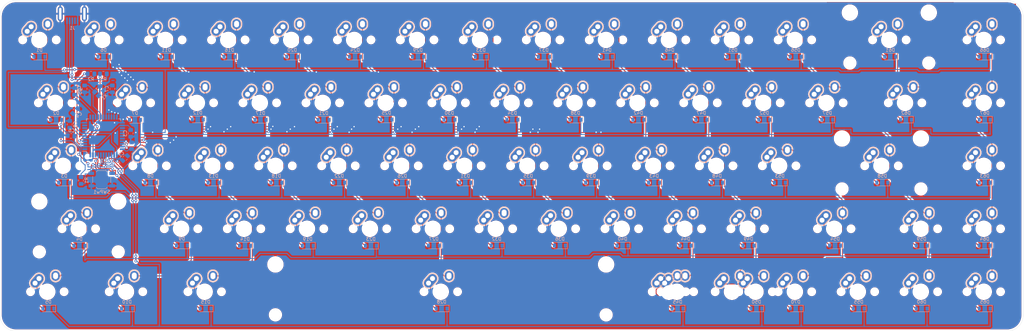
<source format=kicad_pcb>
(kicad_pcb (version 20171130) (host pcbnew "(5.1.5)-3")
  (layers (0 F.Cu signal) (31 B.Cu signal) (34 B.Paste user) (35 F.Paste user) (36 B.SilkS user) (37 F.SilkS user) (38 B.Mask user) (39 F.Mask user) (44 Edge.Cuts user))
  (net 0 "")
  (net 1 "Net-(C2-Pad1)")
  (net 2 VCC)
  (net 3 "Net-(C8-Pad1)")
  (net 4 "Net-(D1-Pad2)")
  (net 5 Col1)
  (net 6 "Net-(D2-Pad2)")
  (net 7 "Net-(D3-Pad2)")
  (net 8 "Net-(D4-Pad2)")
  (net 9 "Net-(J1-Pad2)")
  (net 10 "Net-(J1-Pad4)")
  (net 11 "Net-(J1-Pad3)")
  (net 12 "Net-(R1-Pad1)")
  (net 13 "Net-(R3-Pad1)")
  (net 14 "Net-(U1-Pad42)")
  (net 15 "Net-(U1-Pad12)")
  (net 16 "Net-(U1-Pad10)")
  (net 17 "Net-(U1-Pad9)")
  (net 18 "Net-(U1-Pad8)")
  (net 19 "Net-(U1-Pad1)")
  (net 20 "Net-(C7-Pad1)")
  (net 21 "Net-(D5-Pad2)")
  (net 22 "Net-(D6-Pad2)")
  (net 23 "Net-(D7-Pad2)")
  (net 24 "Net-(D8-Pad2)")
  (net 25 "Net-(D9-Pad2)")
  (net 26 "Net-(D10-Pad2)")
  (net 27 "Net-(D11-Pad2)")
  (net 28 "Net-(D12-Pad2)")
  (net 29 "Net-(D13-Pad2)")
  (net 30 "Net-(D14-Pad2)")
  (net 31 "Net-(D15-Pad2)")
  (net 32 "Net-(D16-Pad2)")
  (net 33 "Net-(D17-Pad2)")
  (net 34 "Net-(D18-Pad2)")
  (net 35 "Net-(D19-Pad2)")
  (net 36 "Net-(D20-Pad2)")
  (net 37 "Net-(D21-Pad2)")
  (net 38 "Net-(D22-Pad2)")
  (net 39 "Net-(D23-Pad2)")
  (net 40 "Net-(D24-Pad2)")
  (net 41 "Net-(D25-Pad2)")
  (net 42 "Net-(D26-Pad2)")
  (net 43 "Net-(D27-Pad2)")
  (net 44 "Net-(D28-Pad2)")
  (net 45 "Net-(D29-Pad2)")
  (net 46 "Net-(D30-Pad2)")
  (net 47 "Net-(D31-Pad2)")
  (net 48 "Net-(D32-Pad2)")
  (net 49 "Net-(D33-Pad2)")
  (net 50 "Net-(D34-Pad2)")
  (net 51 "Net-(D35-Pad2)")
  (net 52 "Net-(D36-Pad2)")
  (net 53 "Net-(D37-Pad2)")
  (net 54 "Net-(D38-Pad2)")
  (net 55 "Net-(D39-Pad2)")
  (net 56 "Net-(D40-Pad2)")
  (net 57 "Net-(D41-Pad2)")
  (net 58 "Net-(D42-Pad2)")
  (net 59 "Net-(D43-Pad2)")
  (net 60 "Net-(D44-Pad2)")
  (net 61 "Net-(D45-Pad2)")
  (net 62 "Net-(D46-Pad2)")
  (net 63 "Net-(D47-Pad2)")
  (net 64 "Net-(D48-Pad2)")
  (net 65 "Net-(D49-Pad2)")
  (net 66 "Net-(D50-Pad2)")
  (net 67 "Net-(D51-Pad2)")
  (net 68 "Net-(D52-Pad2)")
  (net 69 "Net-(D53-Pad2)")
  (net 70 "Net-(D54-Pad2)")
  (net 71 "Net-(D55-Pad2)")
  (net 72 "Net-(D56-Pad2)")
  (net 73 "Net-(D57-Pad2)")
  (net 74 "Net-(D58-Pad2)")
  (net 75 "Net-(D59-Pad2)")
  (net 76 "Net-(D60-Pad2)")
  (net 77 "Net-(D61-Pad2)")
  (net 78 "Net-(D62-Pad2)")
  (net 79 "Net-(D63-Pad2)")
  (net 80 "Net-(D64-Pad2)")
  (net 81 "Net-(D65-Pad2)")
  (net 82 "Net-(D66-Pad2)")
  (net 83 "Net-(D67-Pad2)")
  (net 84 "Net-(R2-Pad1)")
  (net 85 "Net-(R4-Pad2)")
  (net 86 "Net-(SW46-Pad2)")
  (net 87 "Net-(D70-Pad2)")
  (net 88 Row4)
  (net 89 Row3)
  (net 90 Row2)
  (net 91 Row1)
  (net 92 Row0)
  (net 93 Col2)
  (net 94 Col3)
  (net 95 Col4)
  (net 96 Col5)
  (net 97 Col6)
  (net 98 Col7)
  (net 99 Col8)
  (net 100 Col9)
  (net 101 Col10)
  (net 102 Col11)
  (net 103 Col12)
  (net 104 Col13)
  (net 105 Col14)
  (net 106 Col15)
  (net 107 GND)
  (module acheron_MXA:MXA100 (layer B.Cu) (at 85.725 -85.725 180)
    (fp_text reference SW30)
    (fp_text value Y)
    (pad 2 smd oval (at 3.1 3.3 319) (size 2.7 4.5) (layers F.Cu F.Mask) (net 46 "Net-(D30-Pad2)"))
    (pad 2 thru_hole circle (at 2.5 4 135) (size 2.5 2.5) (drill 1.5) (layers *.Cu *.Mask) (net 46 "Net-(D30-Pad2)"))
    (pad 2 thru_hole circle (at 3.7 2.6 135) (size 2.5 2.5) (drill 1.5) (layers *.Cu *.Mask) (net 46 "Net-(D30-Pad2)"))
    (pad 2 smd oval (at 3.1 3.3 319) (size 2.7 4.5) (layers B.Cu B.Mask) (net 46 "Net-(D30-Pad2)"))
    (pad 1 thru_hole oval (at -2.5 4.8 180) (size 2.5 3) (drill oval 1.5 2) (layers *.Cu *.Mask) (net 98 Col7))
    (pad "" np_thru_hole circle (at -5.08 0 180) (size 1.7018 1.7018) (drill 1.7018) (layers *.Cu *.Mask))
    (pad "" np_thru_hole circle (at 5.08 0 180) (size 1.7018 1.7018) (drill 1.7018) (layers *.Cu *.Mask))
    (pad "" np_thru_hole circle (at 0 0 180) (size 3.9878 3.9878) (drill 3.9878) (layers *.Cu *.Mask))
  )
  (module acheron_MXA:MXA100 (layer B.Cu) (at 90.4875 -66.675 180)
    (fp_text reference SW31)
    (fp_text value H)
    (pad 2 smd oval (at 3.1 3.3 319) (size 2.7 4.5) (layers F.Cu F.Mask) (net 47 "Net-(D31-Pad2)"))
    (pad 2 thru_hole circle (at 2.5 4 135) (size 2.5 2.5) (drill 1.5) (layers *.Cu *.Mask) (net 47 "Net-(D31-Pad2)"))
    (pad 2 thru_hole circle (at 3.7 2.6 135) (size 2.5 2.5) (drill 1.5) (layers *.Cu *.Mask) (net 47 "Net-(D31-Pad2)"))
    (pad 2 smd oval (at 3.1 3.3 319) (size 2.7 4.5) (layers B.Cu B.Mask) (net 47 "Net-(D31-Pad2)"))
    (pad 1 thru_hole oval (at -2.5 4.8 180) (size 2.5 3) (drill oval 1.5 2) (layers *.Cu *.Mask) (net 98 Col7))
    (pad "" np_thru_hole circle (at -5.08 0 180) (size 1.7018 1.7018) (drill 1.7018) (layers *.Cu *.Mask))
    (pad "" np_thru_hole circle (at 5.08 0 180) (size 1.7018 1.7018) (drill 1.7018) (layers *.Cu *.Mask))
    (pad "" np_thru_hole circle (at 0 0 180) (size 3.9878 3.9878) (drill 3.9878) (layers *.Cu *.Mask))
  )
  (module acheron_MXA:MXA100 (layer B.Cu) (at 166.6875 -66.675 180)
    (fp_text reference SW48)
    (fp_text value ;)
    (pad 2 smd oval (at 3.1 3.3 319) (size 2.7 4.5) (layers F.Cu F.Mask) (net 64 "Net-(D48-Pad2)"))
    (pad 2 thru_hole circle (at 2.5 4 135) (size 2.5 2.5) (drill 1.5) (layers *.Cu *.Mask) (net 64 "Net-(D48-Pad2)"))
    (pad 2 thru_hole circle (at 3.7 2.6 135) (size 2.5 2.5) (drill 1.5) (layers *.Cu *.Mask) (net 64 "Net-(D48-Pad2)"))
    (pad 2 smd oval (at 3.1 3.3 319) (size 2.7 4.5) (layers B.Cu B.Mask) (net 64 "Net-(D48-Pad2)"))
    (pad 1 thru_hole oval (at -2.5 4.8 180) (size 2.5 3) (drill oval 1.5 2) (layers *.Cu *.Mask) (net 102 Col11))
    (pad "" np_thru_hole circle (at -5.08 0 180) (size 1.7018 1.7018) (drill 1.7018) (layers *.Cu *.Mask))
    (pad "" np_thru_hole circle (at 5.08 0 180) (size 1.7018 1.7018) (drill 1.7018) (layers *.Cu *.Mask))
    (pad "" np_thru_hole circle (at 0 0 180) (size 3.9878 3.9878) (drill 3.9878) (layers *.Cu *.Mask))
  )
  (module acheron_MXA:MXA100 (layer B.Cu) (at 109.5375 -66.675 180)
    (fp_text reference SW35)
    (fp_text value J)
    (pad 2 smd oval (at 3.1 3.3 319) (size 2.7 4.5) (layers F.Cu F.Mask) (net 51 "Net-(D35-Pad2)"))
    (pad 2 thru_hole circle (at 2.5 4 135) (size 2.5 2.5) (drill 1.5) (layers *.Cu *.Mask) (net 51 "Net-(D35-Pad2)"))
    (pad 2 thru_hole circle (at 3.7 2.6 135) (size 2.5 2.5) (drill 1.5) (layers *.Cu *.Mask) (net 51 "Net-(D35-Pad2)"))
    (pad 2 smd oval (at 3.1 3.3 319) (size 2.7 4.5) (layers B.Cu B.Mask) (net 51 "Net-(D35-Pad2)"))
    (pad 1 thru_hole oval (at -2.5 4.8 180) (size 2.5 3) (drill oval 1.5 2) (layers *.Cu *.Mask) (net 99 Col8))
    (pad "" np_thru_hole circle (at -5.08 0 180) (size 1.7018 1.7018) (drill 1.7018) (layers *.Cu *.Mask))
    (pad "" np_thru_hole circle (at 5.08 0 180) (size 1.7018 1.7018) (drill 1.7018) (layers *.Cu *.Mask))
    (pad "" np_thru_hole circle (at 0 0 180) (size 3.9878 3.9878) (drill 3.9878) (layers *.Cu *.Mask))
  )
  (module acheron_MXA:MXA175 (layer B.Cu) (at -30.95625 -66.675 180)
    (fp_text reference SW3)
    (fp_text value "Caps 1.75")
    (pad 2 smd oval (at 3.1 3.3 319) (size 2.7 4.5) (layers F.Cu F.Mask) (net 7 "Net-(D3-Pad2)"))
    (pad 2 thru_hole circle (at 2.5 4 135) (size 2.5 2.5) (drill 1.5) (layers *.Cu *.Mask) (net 7 "Net-(D3-Pad2)"))
    (pad 2 thru_hole circle (at 3.7 2.6 135) (size 2.5 2.5) (drill 1.5) (layers *.Cu *.Mask) (net 7 "Net-(D3-Pad2)"))
    (pad 2 smd oval (at 3.1 3.3 319) (size 2.7 4.5) (layers B.Cu B.Mask) (net 7 "Net-(D3-Pad2)"))
    (pad 1 thru_hole oval (at -2.5 4.8 180) (size 2.5 3) (drill oval 1.5 2) (layers *.Cu *.Mask) (net 5 Col1))
    (pad "" np_thru_hole circle (at -5.08 0 180) (size 1.7018 1.7018) (drill 1.7018) (layers *.Cu *.Mask))
    (pad "" np_thru_hole circle (at 5.08 0 180) (size 1.7018 1.7018) (drill 1.7018) (layers *.Cu *.Mask))
    (pad "" np_thru_hole circle (at 0 0 180) (size 3.9878 3.9878) (drill 3.9878) (layers *.Cu *.Mask))
  )
  (module Capacitor_SMD:C_0805_2012Metric_Pad1.15x1.40mm_HandSolder (layer B.Cu) (at -27.275 -83.25 45)
    (fp_text reference C4 (at 0 1.65 45) (layer B.SilkS) (effects (justify mirror)))
    (fp_text value .1u)
    (pad 2 smd roundrect (at 1.025 0 45) (size 1.15 1.4) (layers B.Cu B.Paste B.Mask) (roundrect_rratio 0.217391) (net 107 GND))
    (pad 1 smd roundrect (at -1.025 0 45) (size 1.15 1.4) (layers B.Cu B.Paste B.Mask) (roundrect_rratio 0.217391) (net 2 VCC))
  )
  (module kicad-library-master:crystal_FA238-TSX3225 (layer B.Cu) (at -20 -89.25 45)
    (fp_text reference X1 (at -0.1 2.3 45) (layer B.SilkS) (effects (justify mirror)))
    (fp_text value XTAL_GND hide)
    (pad 2 smd rect (at 1.1 0.8 45) (size 1.4 1.2) (layers B.Cu B.Paste B.Mask) (net 20 "Net-(C7-Pad1)"))
    (pad 3 smd rect (at -1.1 0.8 45) (size 1.4 1.2) (layers B.Cu B.Paste B.Mask) (net 107 GND))
    (pad 3 smd rect (at 1.1 -0.8 45) (size 1.4 1.2) (layers B.Cu B.Paste B.Mask) (net 107 GND))
    (pad 1 smd rect (at -1.1 -0.8 45) (size 1.4 1.2) (layers B.Cu B.Paste B.Mask) (net 1 "Net-(C2-Pad1)"))
  )
  (module Resistor_SMD:R_0805_2012Metric_Pad1.15x1.40mm_HandSolder (layer B.Cu) (at -22.5 -94.5)
    (fp_text reference R2 (at 0 1.65) (layer B.SilkS) (effects (justify mirror)))
    (fp_text value 22)
    (pad 2 smd roundrect (at 1.025 0) (size 1.15 1.4) (layers B.Cu B.Paste B.Mask) (roundrect_rratio 0.217391) (net 9 "Net-(J1-Pad2)"))
    (pad 1 smd roundrect (at -1.025 0) (size 1.15 1.4) (layers B.Cu B.Paste B.Mask) (roundrect_rratio 0.217391) (net 84 "Net-(R2-Pad1)"))
  )
  (module Button_Switch_SMD:SW_SPST_TL3342 (layer B.Cu) (at -19.25 -62.5)
    (fp_text reference SWPw1 (at 0 3.75) (layer B.SilkS) (effects (justify mirror)))
    (fp_text value SW_PUSH)
    (pad 2 smd rect (at 3.15 -1.9) (size 1.7 1) (layers B.Cu B.Paste B.Mask) (net 12 "Net-(R1-Pad1)"))
    (pad 2 smd rect (at -3.15 -1.9) (size 1.7 1) (layers B.Cu B.Paste B.Mask) (net 12 "Net-(R1-Pad1)"))
    (pad 1 smd rect (at 3.15 1.9) (size 1.7 1) (layers B.Cu B.Paste B.Mask) (net 107 GND))
    (pad 1 smd rect (at -3.15 1.9) (size 1.7 1) (layers B.Cu B.Paste B.Mask) (net 107 GND))
  )
  (module Capacitor_SMD:C_0805_2012Metric_Pad1.15x1.40mm_HandSolder (layer B.Cu) (at -16.04 -89.96 270)
    (fp_text reference C7 (at 0 1.65 90) (layer B.SilkS) (effects (justify mirror)))
    (fp_text value 22pF)
    (pad 2 smd roundrect (at 1.025 0 270) (size 1.15 1.4) (layers B.Cu B.Paste B.Mask) (roundrect_rratio 0.217391) (net 107 GND))
    (pad 1 smd roundrect (at -1.025 0 270) (size 1.15 1.4) (layers B.Cu B.Paste B.Mask) (roundrect_rratio 0.217391) (net 20 "Net-(C7-Pad1)"))
  )
  (module Resistor_SMD:R_0805_2012Metric_Pad1.15x1.40mm_HandSolder (layer B.Cu) (at -25.5 -62.25 90)
    (fp_text reference R1 (at 0 1.65 90) (layer B.SilkS) (effects (justify mirror)))
    (fp_text value 10k)
    (pad 2 smd roundrect (at 1.025 0 90) (size 1.15 1.4) (layers B.Cu B.Paste B.Mask) (roundrect_rratio 0.217391) (net 2 VCC))
    (pad 1 smd roundrect (at -1.025 0 90) (size 1.15 1.4) (layers B.Cu B.Paste B.Mask) (roundrect_rratio 0.217391) (net 12 "Net-(R1-Pad1)"))
  )
  (module acheron_MXA:MXA100 (layer B.Cu) (at 190.5 -28.575 180)
    (fp_text reference SW70)
    (fp_text value "Ctrl 1.00")
    (pad 2 smd oval (at 3.1 3.3 319) (size 2.7 4.5) (layers F.Cu F.Mask) (net 87 "Net-(D70-Pad2)"))
    (pad 2 thru_hole circle (at 2.5 4 135) (size 2.5 2.5) (drill 1.5) (layers *.Cu *.Mask) (net 87 "Net-(D70-Pad2)"))
    (pad 2 thru_hole circle (at 3.7 2.6 135) (size 2.5 2.5) (drill 1.5) (layers *.Cu *.Mask) (net 87 "Net-(D70-Pad2)"))
    (pad 2 smd oval (at 3.1 3.3 319) (size 2.7 4.5) (layers B.Cu B.Mask) (net 87 "Net-(D70-Pad2)"))
    (pad 1 thru_hole oval (at -2.5 4.8 180) (size 2.5 3) (drill oval 1.5 2) (layers *.Cu *.Mask) (net 103 Col12))
    (pad "" np_thru_hole circle (at -5.08 0 180) (size 1.7018 1.7018) (drill 1.7018) (layers *.Cu *.Mask))
    (pad "" np_thru_hole circle (at 5.08 0 180) (size 1.7018 1.7018) (drill 1.7018) (layers *.Cu *.Mask))
    (pad "" np_thru_hole circle (at 0 0 180) (size 3.9878 3.9878) (drill 3.9878) (layers *.Cu *.Mask))
  )
  (module acheron_MXA:MXA100 (layer B.Cu) (at 171.45 -28.575 180)
    (fp_text reference SW69)
    (fp_text value "Fn 1.00")
    (pad 2 smd oval (at 3.1 3.3 319) (size 2.7 4.5) (layers F.Cu F.Mask) (net 66 "Net-(D50-Pad2)"))
    (pad 2 thru_hole circle (at 2.5 4 135) (size 2.5 2.5) (drill 1.5) (layers *.Cu *.Mask) (net 66 "Net-(D50-Pad2)"))
    (pad 2 thru_hole circle (at 3.7 2.6 135) (size 2.5 2.5) (drill 1.5) (layers *.Cu *.Mask) (net 66 "Net-(D50-Pad2)"))
    (pad 2 smd oval (at 3.1 3.3 319) (size 2.7 4.5) (layers B.Cu B.Mask) (net 66 "Net-(D50-Pad2)"))
    (pad 1 thru_hole oval (at -2.5 4.8 180) (size 2.5 3) (drill oval 1.5 2) (layers *.Cu *.Mask) (net 102 Col11))
    (pad "" np_thru_hole circle (at -5.08 0 180) (size 1.7018 1.7018) (drill 1.7018) (layers *.Cu *.Mask))
    (pad "" np_thru_hole circle (at 5.08 0 180) (size 1.7018 1.7018) (drill 1.7018) (layers *.Cu *.Mask))
    (pad "" np_thru_hole circle (at 0 0 180) (size 3.9878 3.9878) (drill 3.9878) (layers *.Cu *.Mask))
  )
  (module acheron_MXA:MXA100 (layer B.Cu) (at 152.4 -28.575 180)
    (fp_text reference SW68)
    (fp_text value "Alt 1.00")
    (pad 2 smd oval (at 3.1 3.3 319) (size 2.7 4.5) (layers F.Cu F.Mask) (net 61 "Net-(D45-Pad2)"))
    (pad 2 thru_hole circle (at 2.5 4 135) (size 2.5 2.5) (drill 1.5) (layers *.Cu *.Mask) (net 61 "Net-(D45-Pad2)"))
    (pad 2 thru_hole circle (at 3.7 2.6 135) (size 2.5 2.5) (drill 1.5) (layers *.Cu *.Mask) (net 61 "Net-(D45-Pad2)"))
    (pad 2 smd oval (at 3.1 3.3 319) (size 2.7 4.5) (layers B.Cu B.Mask) (net 61 "Net-(D45-Pad2)"))
    (pad 1 thru_hole oval (at -2.5 4.8 180) (size 2.5 3) (drill oval 1.5 2) (layers *.Cu *.Mask) (net 101 Col10))
    (pad "" np_thru_hole circle (at -5.08 0 180) (size 1.7018 1.7018) (drill 1.7018) (layers *.Cu *.Mask))
    (pad "" np_thru_hole circle (at 5.08 0 180) (size 1.7018 1.7018) (drill 1.7018) (layers *.Cu *.Mask))
    (pad "" np_thru_hole circle (at 0 0 180) (size 3.9878 3.9878) (drill 3.9878) (layers *.Cu *.Mask))
  )
  (module acheron_MXA:MXA100 (layer B.Cu) (at 247.65 -85.725 180)
    (fp_text reference SW67)
    (fp_text value Del)
    (pad 2 smd oval (at 3.1 3.3 319) (size 2.7 4.5) (layers F.Cu F.Mask) (net 83 "Net-(D67-Pad2)"))
    (pad 2 thru_hole circle (at 2.5 4 135) (size 2.5 2.5) (drill 1.5) (layers *.Cu *.Mask) (net 83 "Net-(D67-Pad2)"))
    (pad 2 thru_hole circle (at 3.7 2.6 135) (size 2.5 2.5) (drill 1.5) (layers *.Cu *.Mask) (net 83 "Net-(D67-Pad2)"))
    (pad 2 smd oval (at 3.1 3.3 319) (size 2.7 4.5) (layers B.Cu B.Mask) (net 83 "Net-(D67-Pad2)"))
    (pad 1 thru_hole oval (at -2.5 4.8 180) (size 2.5 3) (drill oval 1.5 2) (layers *.Cu *.Mask) (net 106 Col15))
    (pad "" np_thru_hole circle (at -5.08 0 180) (size 1.7018 1.7018) (drill 1.7018) (layers *.Cu *.Mask))
    (pad "" np_thru_hole circle (at 5.08 0 180) (size 1.7018 1.7018) (drill 1.7018) (layers *.Cu *.Mask))
    (pad "" np_thru_hole circle (at 0 0 180) (size 3.9878 3.9878) (drill 3.9878) (layers *.Cu *.Mask))
  )
  (module acheron_MXA:MXA100 (layer B.Cu) (at 247.65 -104.775 180)
    (fp_text reference SW66)
    (fp_text value `)
    (pad 2 smd oval (at 3.1 3.3 319) (size 2.7 4.5) (layers F.Cu F.Mask) (net 82 "Net-(D66-Pad2)"))
    (pad 2 thru_hole circle (at 2.5 4 135) (size 2.5 2.5) (drill 1.5) (layers *.Cu *.Mask) (net 82 "Net-(D66-Pad2)"))
    (pad 2 thru_hole circle (at 3.7 2.6 135) (size 2.5 2.5) (drill 1.5) (layers *.Cu *.Mask) (net 82 "Net-(D66-Pad2)"))
    (pad 2 smd oval (at 3.1 3.3 319) (size 2.7 4.5) (layers B.Cu B.Mask) (net 82 "Net-(D66-Pad2)"))
    (pad 1 thru_hole oval (at -2.5 4.8 180) (size 2.5 3) (drill oval 1.5 2) (layers *.Cu *.Mask) (net 106 Col15))
    (pad "" np_thru_hole circle (at -5.08 0 180) (size 1.7018 1.7018) (drill 1.7018) (layers *.Cu *.Mask))
    (pad "" np_thru_hole circle (at 5.08 0 180) (size 1.7018 1.7018) (drill 1.7018) (layers *.Cu *.Mask))
    (pad "" np_thru_hole circle (at 0 0 180) (size 3.9878 3.9878) (drill 3.9878) (layers *.Cu *.Mask))
  )
  (module acheron_MXA:MXA100 (layer B.Cu) (at 247.65 -28.575 180)
    (fp_text reference SW65)
    (fp_text value "Right Arrow")
    (pad 2 smd oval (at 3.1 3.3 319) (size 2.7 4.5) (layers F.Cu F.Mask) (net 81 "Net-(D65-Pad2)"))
    (pad 2 thru_hole circle (at 2.5 4 135) (size 2.5 2.5) (drill 1.5) (layers *.Cu *.Mask) (net 81 "Net-(D65-Pad2)"))
    (pad 2 thru_hole circle (at 3.7 2.6 135) (size 2.5 2.5) (drill 1.5) (layers *.Cu *.Mask) (net 81 "Net-(D65-Pad2)"))
    (pad 2 smd oval (at 3.1 3.3 319) (size 2.7 4.5) (layers B.Cu B.Mask) (net 81 "Net-(D65-Pad2)"))
    (pad 1 thru_hole oval (at -2.5 4.8 180) (size 2.5 3) (drill oval 1.5 2) (layers *.Cu *.Mask) (net 105 Col14))
    (pad "" np_thru_hole circle (at -5.08 0 180) (size 1.7018 1.7018) (drill 1.7018) (layers *.Cu *.Mask))
    (pad "" np_thru_hole circle (at 5.08 0 180) (size 1.7018 1.7018) (drill 1.7018) (layers *.Cu *.Mask))
    (pad "" np_thru_hole circle (at 0 0 180) (size 3.9878 3.9878) (drill 3.9878) (layers *.Cu *.Mask))
  )
  (module acheron_MXA:MXA100 (layer B.Cu) (at 247.65 -47.625 180)
    (fp_text reference SW64)
    (fp_text value "Pg Down")
    (pad 2 smd oval (at 3.1 3.3 319) (size 2.7 4.5) (layers F.Cu F.Mask) (net 80 "Net-(D64-Pad2)"))
    (pad 2 thru_hole circle (at 2.5 4 135) (size 2.5 2.5) (drill 1.5) (layers *.Cu *.Mask) (net 80 "Net-(D64-Pad2)"))
    (pad 2 thru_hole circle (at 3.7 2.6 135) (size 2.5 2.5) (drill 1.5) (layers *.Cu *.Mask) (net 80 "Net-(D64-Pad2)"))
    (pad 2 smd oval (at 3.1 3.3 319) (size 2.7 4.5) (layers B.Cu B.Mask) (net 80 "Net-(D64-Pad2)"))
    (pad 1 thru_hole oval (at -2.5 4.8 180) (size 2.5 3) (drill oval 1.5 2) (layers *.Cu *.Mask) (net 105 Col14))
    (pad "" np_thru_hole circle (at -5.08 0 180) (size 1.7018 1.7018) (drill 1.7018) (layers *.Cu *.Mask))
    (pad "" np_thru_hole circle (at 5.08 0 180) (size 1.7018 1.7018) (drill 1.7018) (layers *.Cu *.Mask))
    (pad "" np_thru_hole circle (at 0 0 180) (size 3.9878 3.9878) (drill 3.9878) (layers *.Cu *.Mask))
  )
  (module acheron_MXA:MXA100 (layer B.Cu) (at 247.65 -66.675 180)
    (fp_text reference SW63)
    (fp_text value "Pg Up")
    (pad 2 smd oval (at 3.1 3.3 319) (size 2.7 4.5) (layers F.Cu F.Mask) (net 79 "Net-(D63-Pad2)"))
    (pad 2 thru_hole circle (at 2.5 4 135) (size 2.5 2.5) (drill 1.5) (layers *.Cu *.Mask) (net 79 "Net-(D63-Pad2)"))
    (pad 2 thru_hole circle (at 3.7 2.6 135) (size 2.5 2.5) (drill 1.5) (layers *.Cu *.Mask) (net 79 "Net-(D63-Pad2)"))
    (pad 2 smd oval (at 3.1 3.3 319) (size 2.7 4.5) (layers B.Cu B.Mask) (net 79 "Net-(D63-Pad2)"))
    (pad 1 thru_hole oval (at -2.5 4.8 180) (size 2.5 3) (drill oval 1.5 2) (layers *.Cu *.Mask) (net 105 Col14))
    (pad "" np_thru_hole circle (at -5.08 0 180) (size 1.7018 1.7018) (drill 1.7018) (layers *.Cu *.Mask))
    (pad "" np_thru_hole circle (at 5.08 0 180) (size 1.7018 1.7018) (drill 1.7018) (layers *.Cu *.Mask))
    (pad "" np_thru_hole circle (at 0 0 180) (size 3.9878 3.9878) (drill 3.9878) (layers *.Cu *.Mask))
  )
  (module acheron_MXA:MXA150 (layer B.Cu) (at 223.8375 -85.725 180)
    (fp_text reference SW62)
    (fp_text value "\\ 1.50")
    (pad 2 smd oval (at 3.1 3.3 319) (size 2.7 4.5) (layers F.Cu F.Mask) (net 78 "Net-(D62-Pad2)"))
    (pad 2 thru_hole circle (at 2.5 4 135) (size 2.5 2.5) (drill 1.5) (layers *.Cu *.Mask) (net 78 "Net-(D62-Pad2)"))
    (pad 2 thru_hole circle (at 3.7 2.6 135) (size 2.5 2.5) (drill 1.5) (layers *.Cu *.Mask) (net 78 "Net-(D62-Pad2)"))
    (pad 2 smd oval (at 3.1 3.3 319) (size 2.7 4.5) (layers B.Cu B.Mask) (net 78 "Net-(D62-Pad2)"))
    (pad 1 thru_hole oval (at -2.5 4.8 180) (size 2.5 3) (drill oval 1.5 2) (layers *.Cu *.Mask) (net 105 Col14))
    (pad "" np_thru_hole circle (at -5.08 0 180) (size 1.7018 1.7018) (drill 1.7018) (layers *.Cu *.Mask))
    (pad "" np_thru_hole circle (at 5.08 0 180) (size 1.7018 1.7018) (drill 1.7018) (layers *.Cu *.Mask))
    (pad "" np_thru_hole circle (at 0 0 180) (size 3.9878 3.9878) (drill 3.9878) (layers *.Cu *.Mask))
  )
  (module acheron_MXA:MXA200R (layer B.Cu) (at 219.075 -104.775 180)
    (fp_text reference SW61)
    (fp_text value "Back 2.00")
    (pad 2 smd oval (at 3.1 3.3 317.5) (size 2.7 4.5) (layers F.Cu F.Mask) (net 77 "Net-(D61-Pad2)"))
    (pad 2 smd oval (at 3.1 3.3 317.5) (size 2.7 4.5) (layers B.Cu B.Mask) (net 77 "Net-(D61-Pad2)"))
    (pad 2 thru_hole circle (at 3.7 2.6 180) (size 2.5 2.5) (drill 1.524) (layers *.Cu *.Mask) (net 77 "Net-(D61-Pad2)"))
    (pad "" np_thru_hole circle (at -11.938 8.255 180) (size 3.9878 3.9878) (drill 3.9878) (layers *.Cu *.Mask))
    (pad "" np_thru_hole circle (at 11.938 8.255 180) (size 3.9878 3.9878) (drill 3.9878) (layers *.Cu *.Mask))
    (pad "" np_thru_hole circle (at 11.938 -6.985 180) (size 3.048 3.048) (drill 3.048) (layers *.Cu *.Mask))
    (pad "" np_thru_hole circle (at -11.938 -6.985 180) (size 3.048 3.048) (drill 3.048) (layers *.Cu *.Mask))
    (pad "" np_thru_hole circle (at -5.08 0 180) (size 1.7018 1.7018) (drill 1.7018) (layers *.Cu *.Mask))
    (pad "" np_thru_hole circle (at 5.08 0 180) (size 1.7018 1.7018) (drill 1.7018) (layers *.Cu *.Mask))
    (pad 1 thru_hole oval (at -2.5 4.8 180) (size 2.5 3) (drill oval 1.5 2) (layers *.Cu *.Mask) (net 105 Col14))
    (pad 2 thru_hole circle (at 2.5 4 180) (size 2.5 2.5) (drill 1.524) (layers *.Cu *.Mask) (net 77 "Net-(D61-Pad2)"))
    (pad "" np_thru_hole circle (at 0 0 180) (size 3.9878 3.9878) (drill 3.9878) (layers *.Cu *.Mask))
  )
  (module acheron_MXA:MXA100 (layer B.Cu) (at 228.6 -28.575 180)
    (fp_text reference SW60)
    (fp_text value "Down Arrow")
    (pad 2 smd oval (at 3.1 3.3 319) (size 2.7 4.5) (layers F.Cu F.Mask) (net 76 "Net-(D60-Pad2)"))
    (pad 2 thru_hole circle (at 2.5 4 135) (size 2.5 2.5) (drill 1.5) (layers *.Cu *.Mask) (net 76 "Net-(D60-Pad2)"))
    (pad 2 thru_hole circle (at 3.7 2.6 135) (size 2.5 2.5) (drill 1.5) (layers *.Cu *.Mask) (net 76 "Net-(D60-Pad2)"))
    (pad 2 smd oval (at 3.1 3.3 319) (size 2.7 4.5) (layers B.Cu B.Mask) (net 76 "Net-(D60-Pad2)"))
    (pad 1 thru_hole oval (at -2.5 4.8 180) (size 2.5 3) (drill oval 1.5 2) (layers *.Cu *.Mask) (net 104 Col13))
    (pad "" np_thru_hole circle (at -5.08 0 180) (size 1.7018 1.7018) (drill 1.7018) (layers *.Cu *.Mask))
    (pad "" np_thru_hole circle (at 5.08 0 180) (size 1.7018 1.7018) (drill 1.7018) (layers *.Cu *.Mask))
    (pad "" np_thru_hole circle (at 0 0 180) (size 3.9878 3.9878) (drill 3.9878) (layers *.Cu *.Mask))
  )
  (module acheron_MXA:MXA100 (layer B.Cu) (at 228.6 -47.625 180)
    (fp_text reference SW59)
    (fp_text value "Up Arrow")
    (pad 2 smd oval (at 3.1 3.3 319) (size 2.7 4.5) (layers F.Cu F.Mask) (net 75 "Net-(D59-Pad2)"))
    (pad 2 thru_hole circle (at 2.5 4 135) (size 2.5 2.5) (drill 1.5) (layers *.Cu *.Mask) (net 75 "Net-(D59-Pad2)"))
    (pad 2 thru_hole circle (at 3.7 2.6 135) (size 2.5 2.5) (drill 1.5) (layers *.Cu *.Mask) (net 75 "Net-(D59-Pad2)"))
    (pad 2 smd oval (at 3.1 3.3 319) (size 2.7 4.5) (layers B.Cu B.Mask) (net 75 "Net-(D59-Pad2)"))
    (pad 1 thru_hole oval (at -2.5 4.8 180) (size 2.5 3) (drill oval 1.5 2) (layers *.Cu *.Mask) (net 104 Col13))
    (pad "" np_thru_hole circle (at -5.08 0 180) (size 1.7018 1.7018) (drill 1.7018) (layers *.Cu *.Mask))
    (pad "" np_thru_hole circle (at 5.08 0 180) (size 1.7018 1.7018) (drill 1.7018) (layers *.Cu *.Mask))
    (pad "" np_thru_hole circle (at 0 0 180) (size 3.9878 3.9878) (drill 3.9878) (layers *.Cu *.Mask))
  )
  (module acheron_MXA:MXA225R (layer B.Cu) (at 216.69375 -66.675 180)
    (fp_text reference SW58)
    (fp_text value "Enter 2.25")
    (pad 2 smd oval (at 3.1 3.3 317.5) (size 2.7 4.5) (layers F.Cu F.Mask) (net 74 "Net-(D58-Pad2)"))
    (pad 2 smd oval (at 3.1 3.3 317.5) (size 2.7 4.5) (layers B.Cu B.Mask) (net 74 "Net-(D58-Pad2)"))
    (pad 2 thru_hole circle (at 3.7 2.6 180) (size 2.5 2.5) (drill 1.524) (layers *.Cu *.Mask) (net 74 "Net-(D58-Pad2)"))
    (pad "" np_thru_hole circle (at -11.938 8.255 180) (size 3.9878 3.9878) (drill 3.9878) (layers *.Cu *.Mask))
    (pad "" np_thru_hole circle (at 11.938 8.255 180) (size 3.9878 3.9878) (drill 3.9878) (layers *.Cu *.Mask))
    (pad "" np_thru_hole circle (at 11.938 -6.985 180) (size 3.048 3.048) (drill 3.048) (layers *.Cu *.Mask))
    (pad "" np_thru_hole circle (at -11.938 -6.985 180) (size 3.048 3.048) (drill 3.048) (layers *.Cu *.Mask))
    (pad "" np_thru_hole circle (at -5.08 0 180) (size 1.7018 1.7018) (drill 1.7018) (layers *.Cu *.Mask))
    (pad "" np_thru_hole circle (at 5.08 0 180) (size 1.7018 1.7018) (drill 1.7018) (layers *.Cu *.Mask))
    (pad 1 thru_hole oval (at -2.5 4.8 180) (size 2.5 3) (drill oval 1.5 2) (layers *.Cu *.Mask) (net 104 Col13))
    (pad 2 thru_hole circle (at 2.5 4 180) (size 2.5 2.5) (drill 1.524) (layers *.Cu *.Mask) (net 74 "Net-(D58-Pad2)"))
    (pad "" np_thru_hole circle (at 0 0 180) (size 3.9878 3.9878) (drill 3.9878) (layers *.Cu *.Mask))
  )
  (module acheron_MXA:MXA100 (layer B.Cu) (at 200.025 -85.725 180)
    (fp_text reference SW57)
    (fp_text value ])
    (pad 2 smd oval (at 3.1 3.3 319) (size 2.7 4.5) (layers F.Cu F.Mask) (net 73 "Net-(D57-Pad2)"))
    (pad 2 thru_hole circle (at 2.5 4 135) (size 2.5 2.5) (drill 1.5) (layers *.Cu *.Mask) (net 73 "Net-(D57-Pad2)"))
    (pad 2 thru_hole circle (at 3.7 2.6 135) (size 2.5 2.5) (drill 1.5) (layers *.Cu *.Mask) (net 73 "Net-(D57-Pad2)"))
    (pad 2 smd oval (at 3.1 3.3 319) (size 2.7 4.5) (layers B.Cu B.Mask) (net 73 "Net-(D57-Pad2)"))
    (pad 1 thru_hole oval (at -2.5 4.8 180) (size 2.5 3) (drill oval 1.5 2) (layers *.Cu *.Mask) (net 104 Col13))
    (pad "" np_thru_hole circle (at -5.08 0 180) (size 1.7018 1.7018) (drill 1.7018) (layers *.Cu *.Mask))
    (pad "" np_thru_hole circle (at 5.08 0 180) (size 1.7018 1.7018) (drill 1.7018) (layers *.Cu *.Mask))
    (pad "" np_thru_hole circle (at 0 0 180) (size 3.9878 3.9878) (drill 3.9878) (layers *.Cu *.Mask))
  )
  (module acheron_MXA:MXA100 (layer B.Cu) (at 190.5 -104.775 180)
    (fp_text reference SW56)
    (fp_text value =)
    (pad 2 smd oval (at 3.1 3.3 319) (size 2.7 4.5) (layers F.Cu F.Mask) (net 72 "Net-(D56-Pad2)"))
    (pad 2 thru_hole circle (at 2.5 4 135) (size 2.5 2.5) (drill 1.5) (layers *.Cu *.Mask) (net 72 "Net-(D56-Pad2)"))
    (pad 2 thru_hole circle (at 3.7 2.6 135) (size 2.5 2.5) (drill 1.5) (layers *.Cu *.Mask) (net 72 "Net-(D56-Pad2)"))
    (pad 2 smd oval (at 3.1 3.3 319) (size 2.7 4.5) (layers B.Cu B.Mask) (net 72 "Net-(D56-Pad2)"))
    (pad 1 thru_hole oval (at -2.5 4.8 180) (size 2.5 3) (drill oval 1.5 2) (layers *.Cu *.Mask) (net 104 Col13))
    (pad "" np_thru_hole circle (at -5.08 0 180) (size 1.7018 1.7018) (drill 1.7018) (layers *.Cu *.Mask))
    (pad "" np_thru_hole circle (at 5.08 0 180) (size 1.7018 1.7018) (drill 1.7018) (layers *.Cu *.Mask))
    (pad "" np_thru_hole circle (at 0 0 180) (size 3.9878 3.9878) (drill 3.9878) (layers *.Cu *.Mask))
  )
  (module acheron_MXA:MXA100 (layer B.Cu) (at 209.55 -28.575 180)
    (fp_text reference SW55)
    (fp_text value "Left Arrow")
    (pad 2 smd oval (at 3.1 3.3 319) (size 2.7 4.5) (layers F.Cu F.Mask) (net 71 "Net-(D55-Pad2)"))
    (pad 2 thru_hole circle (at 2.5 4 135) (size 2.5 2.5) (drill 1.5) (layers *.Cu *.Mask) (net 71 "Net-(D55-Pad2)"))
    (pad 2 thru_hole circle (at 3.7 2.6 135) (size 2.5 2.5) (drill 1.5) (layers *.Cu *.Mask) (net 71 "Net-(D55-Pad2)"))
    (pad 2 smd oval (at 3.1 3.3 319) (size 2.7 4.5) (layers B.Cu B.Mask) (net 71 "Net-(D55-Pad2)"))
    (pad 1 thru_hole oval (at -2.5 4.8 180) (size 2.5 3) (drill oval 1.5 2) (layers *.Cu *.Mask) (net 103 Col12))
    (pad "" np_thru_hole circle (at -5.08 0 180) (size 1.7018 1.7018) (drill 1.7018) (layers *.Cu *.Mask))
    (pad "" np_thru_hole circle (at 5.08 0 180) (size 1.7018 1.7018) (drill 1.7018) (layers *.Cu *.Mask))
    (pad "" np_thru_hole circle (at 0 0 180) (size 3.9878 3.9878) (drill 3.9878) (layers *.Cu *.Mask))
  )
  (module acheron_MXA:MXA175 (layer B.Cu) (at 202.40625 -47.625 180)
    (fp_text reference SW54)
    (fp_text value "Shift 1.75")
    (pad 2 smd oval (at 3.1 3.3 319) (size 2.7 4.5) (layers F.Cu F.Mask) (net 70 "Net-(D54-Pad2)"))
    (pad 2 thru_hole circle (at 2.5 4 135) (size 2.5 2.5) (drill 1.5) (layers *.Cu *.Mask) (net 70 "Net-(D54-Pad2)"))
    (pad 2 thru_hole circle (at 3.7 2.6 135) (size 2.5 2.5) (drill 1.5) (layers *.Cu *.Mask) (net 70 "Net-(D54-Pad2)"))
    (pad 2 smd oval (at 3.1 3.3 319) (size 2.7 4.5) (layers B.Cu B.Mask) (net 70 "Net-(D54-Pad2)"))
    (pad 1 thru_hole oval (at -2.5 4.8 180) (size 2.5 3) (drill oval 1.5 2) (layers *.Cu *.Mask) (net 103 Col12))
    (pad "" np_thru_hole circle (at -5.08 0 180) (size 1.7018 1.7018) (drill 1.7018) (layers *.Cu *.Mask))
    (pad "" np_thru_hole circle (at 5.08 0 180) (size 1.7018 1.7018) (drill 1.7018) (layers *.Cu *.Mask))
    (pad "" np_thru_hole circle (at 0 0 180) (size 3.9878 3.9878) (drill 3.9878) (layers *.Cu *.Mask))
  )
  (module acheron_MXA:MXA100 (layer B.Cu) (at 185.7375 -66.675 180)
    (fp_text reference SW53)
    (fp_text value ')
    (pad 2 smd oval (at 3.1 3.3 319) (size 2.7 4.5) (layers F.Cu F.Mask) (net 69 "Net-(D53-Pad2)"))
    (pad 2 thru_hole circle (at 2.5 4 135) (size 2.5 2.5) (drill 1.5) (layers *.Cu *.Mask) (net 69 "Net-(D53-Pad2)"))
    (pad 2 thru_hole circle (at 3.7 2.6 135) (size 2.5 2.5) (drill 1.5) (layers *.Cu *.Mask) (net 69 "Net-(D53-Pad2)"))
    (pad 2 smd oval (at 3.1 3.3 319) (size 2.7 4.5) (layers B.Cu B.Mask) (net 69 "Net-(D53-Pad2)"))
    (pad 1 thru_hole oval (at -2.5 4.8 180) (size 2.5 3) (drill oval 1.5 2) (layers *.Cu *.Mask) (net 103 Col12))
    (pad "" np_thru_hole circle (at -5.08 0 180) (size 1.7018 1.7018) (drill 1.7018) (layers *.Cu *.Mask))
    (pad "" np_thru_hole circle (at 5.08 0 180) (size 1.7018 1.7018) (drill 1.7018) (layers *.Cu *.Mask))
    (pad "" np_thru_hole circle (at 0 0 180) (size 3.9878 3.9878) (drill 3.9878) (layers *.Cu *.Mask))
  )
  (module acheron_MXA:MXA100 (layer B.Cu) (at 180.975 -85.725 180)
    (fp_text reference SW52)
    (fp_text value [)
    (pad 2 smd oval (at 3.1 3.3 319) (size 2.7 4.5) (layers F.Cu F.Mask) (net 68 "Net-(D52-Pad2)"))
    (pad 2 thru_hole circle (at 2.5 4 135) (size 2.5 2.5) (drill 1.5) (layers *.Cu *.Mask) (net 68 "Net-(D52-Pad2)"))
    (pad 2 thru_hole circle (at 3.7 2.6 135) (size 2.5 2.5) (drill 1.5) (layers *.Cu *.Mask) (net 68 "Net-(D52-Pad2)"))
    (pad 2 smd oval (at 3.1 3.3 319) (size 2.7 4.5) (layers B.Cu B.Mask) (net 68 "Net-(D52-Pad2)"))
    (pad 1 thru_hole oval (at -2.5 4.8 180) (size 2.5 3) (drill oval 1.5 2) (layers *.Cu *.Mask) (net 103 Col12))
    (pad "" np_thru_hole circle (at -5.08 0 180) (size 1.7018 1.7018) (drill 1.7018) (layers *.Cu *.Mask))
    (pad "" np_thru_hole circle (at 5.08 0 180) (size 1.7018 1.7018) (drill 1.7018) (layers *.Cu *.Mask))
    (pad "" np_thru_hole circle (at 0 0 180) (size 3.9878 3.9878) (drill 3.9878) (layers *.Cu *.Mask))
  )
  (module acheron_MXA:MXA100 (layer B.Cu) (at 171.45 -104.775 180)
    (fp_text reference SW51)
    (fp_text value -)
    (pad 2 smd oval (at 3.1 3.3 319) (size 2.7 4.5) (layers F.Cu F.Mask) (net 67 "Net-(D51-Pad2)"))
    (pad 2 thru_hole circle (at 2.5 4 135) (size 2.5 2.5) (drill 1.5) (layers *.Cu *.Mask) (net 67 "Net-(D51-Pad2)"))
    (pad 2 thru_hole circle (at 3.7 2.6 135) (size 2.5 2.5) (drill 1.5) (layers *.Cu *.Mask) (net 67 "Net-(D51-Pad2)"))
    (pad 2 smd oval (at 3.1 3.3 319) (size 2.7 4.5) (layers B.Cu B.Mask) (net 67 "Net-(D51-Pad2)"))
    (pad 1 thru_hole oval (at -2.5 4.8 180) (size 2.5 3) (drill oval 1.5 2) (layers *.Cu *.Mask) (net 103 Col12))
    (pad "" np_thru_hole circle (at -5.08 0 180) (size 1.7018 1.7018) (drill 1.7018) (layers *.Cu *.Mask))
    (pad "" np_thru_hole circle (at 5.08 0 180) (size 1.7018 1.7018) (drill 1.7018) (layers *.Cu *.Mask))
    (pad "" np_thru_hole circle (at 0 0 180) (size 3.9878 3.9878) (drill 3.9878) (layers *.Cu *.Mask))
  )
  (module acheron_MXA:MXA125 (layer B.Cu) (at 178.59375 -28.575 180)
    (fp_text reference SW50)
    (fp_text value "Fn 1.25")
    (pad 2 smd oval (at 3.1 3.3 319) (size 2.7 4.5) (layers F.Cu F.Mask) (net 66 "Net-(D50-Pad2)"))
    (pad 2 thru_hole circle (at 2.5 4 135) (size 2.5 2.5) (drill 1.5) (layers *.Cu *.Mask) (net 66 "Net-(D50-Pad2)"))
    (pad 2 thru_hole circle (at 3.7 2.6 135) (size 2.5 2.5) (drill 1.5) (layers *.Cu *.Mask) (net 66 "Net-(D50-Pad2)"))
    (pad 2 smd oval (at 3.1 3.3 319) (size 2.7 4.5) (layers B.Cu B.Mask) (net 66 "Net-(D50-Pad2)"))
    (pad 1 thru_hole oval (at -2.5 4.8 180) (size 2.5 3) (drill oval 1.5 2) (layers *.Cu *.Mask) (net 102 Col11))
    (pad "" np_thru_hole circle (at -5.08 0 180) (size 1.7018 1.7018) (drill 1.7018) (layers *.Cu *.Mask))
    (pad "" np_thru_hole circle (at 5.08 0 180) (size 1.7018 1.7018) (drill 1.7018) (layers *.Cu *.Mask))
    (pad "" np_thru_hole circle (at 0 0 180) (size 3.9878 3.9878) (drill 3.9878) (layers *.Cu *.Mask))
  )
  (module acheron_MXA:MXA100 (layer B.Cu) (at 176.2125 -47.625 180)
    (fp_text reference SW49)
    (fp_text value /)
    (pad 2 smd oval (at 3.1 3.3 319) (size 2.7 4.5) (layers F.Cu F.Mask) (net 65 "Net-(D49-Pad2)"))
    (pad 2 thru_hole circle (at 2.5 4 135) (size 2.5 2.5) (drill 1.5) (layers *.Cu *.Mask) (net 65 "Net-(D49-Pad2)"))
    (pad 2 thru_hole circle (at 3.7 2.6 135) (size 2.5 2.5) (drill 1.5) (layers *.Cu *.Mask) (net 65 "Net-(D49-Pad2)"))
    (pad 2 smd oval (at 3.1 3.3 319) (size 2.7 4.5) (layers B.Cu B.Mask) (net 65 "Net-(D49-Pad2)"))
    (pad 1 thru_hole oval (at -2.5 4.8 180) (size 2.5 3) (drill oval 1.5 2) (layers *.Cu *.Mask) (net 102 Col11))
    (pad "" np_thru_hole circle (at -5.08 0 180) (size 1.7018 1.7018) (drill 1.7018) (layers *.Cu *.Mask))
    (pad "" np_thru_hole circle (at 5.08 0 180) (size 1.7018 1.7018) (drill 1.7018) (layers *.Cu *.Mask))
    (pad "" np_thru_hole circle (at 0 0 180) (size 3.9878 3.9878) (drill 3.9878) (layers *.Cu *.Mask))
  )
  (module acheron_MXA:MXA100 (layer B.Cu) (at 161.925 -85.725 180)
    (fp_text reference SW47)
    (fp_text value O)
    (pad 2 smd oval (at 3.1 3.3 319) (size 2.7 4.5) (layers F.Cu F.Mask) (net 63 "Net-(D47-Pad2)"))
    (pad 2 thru_hole circle (at 2.5 4 135) (size 2.5 2.5) (drill 1.5) (layers *.Cu *.Mask) (net 63 "Net-(D47-Pad2)"))
    (pad 2 thru_hole circle (at 3.7 2.6 135) (size 2.5 2.5) (drill 1.5) (layers *.Cu *.Mask) (net 63 "Net-(D47-Pad2)"))
    (pad 2 smd oval (at 3.1 3.3 319) (size 2.7 4.5) (layers B.Cu B.Mask) (net 63 "Net-(D47-Pad2)"))
    (pad 1 thru_hole oval (at -2.5 4.8 180) (size 2.5 3) (drill oval 1.5 2) (layers *.Cu *.Mask) (net 102 Col11))
    (pad "" np_thru_hole circle (at -5.08 0 180) (size 1.7018 1.7018) (drill 1.7018) (layers *.Cu *.Mask))
    (pad "" np_thru_hole circle (at 5.08 0 180) (size 1.7018 1.7018) (drill 1.7018) (layers *.Cu *.Mask))
    (pad "" np_thru_hole circle (at 0 0 180) (size 3.9878 3.9878) (drill 3.9878) (layers *.Cu *.Mask))
  )
  (module acheron_MXA:MXA100 (layer B.Cu) (at 152.4 -104.775 180)
    (fp_text reference SW46)
    (fp_text value 0)
    (pad 2 smd oval (at 3.1 3.3 319) (size 2.7 4.5) (layers F.Cu F.Mask) (net 86 "Net-(SW46-Pad2)"))
    (pad 2 thru_hole circle (at 2.5 4 135) (size 2.5 2.5) (drill 1.5) (layers *.Cu *.Mask) (net 86 "Net-(SW46-Pad2)"))
    (pad 2 thru_hole circle (at 3.7 2.6 135) (size 2.5 2.5) (drill 1.5) (layers *.Cu *.Mask) (net 86 "Net-(SW46-Pad2)"))
    (pad 2 smd oval (at 3.1 3.3 319) (size 2.7 4.5) (layers B.Cu B.Mask) (net 86 "Net-(SW46-Pad2)"))
    (pad 1 thru_hole oval (at -2.5 4.8 180) (size 2.5 3) (drill oval 1.5 2) (layers *.Cu *.Mask) (net 102 Col11))
    (pad "" np_thru_hole circle (at -5.08 0 180) (size 1.7018 1.7018) (drill 1.7018) (layers *.Cu *.Mask))
    (pad "" np_thru_hole circle (at 5.08 0 180) (size 1.7018 1.7018) (drill 1.7018) (layers *.Cu *.Mask))
    (pad "" np_thru_hole circle (at 0 0 180) (size 3.9878 3.9878) (drill 3.9878) (layers *.Cu *.Mask))
  )
  (module acheron_MXA:MXA125 (layer B.Cu) (at 154.78125 -28.575 180)
    (fp_text reference SW45)
    (fp_text value "Alt 1.25")
    (pad 2 smd oval (at 3.1 3.3 319) (size 2.7 4.5) (layers F.Cu F.Mask) (net 61 "Net-(D45-Pad2)"))
    (pad 2 thru_hole circle (at 2.5 4 135) (size 2.5 2.5) (drill 1.5) (layers *.Cu *.Mask) (net 61 "Net-(D45-Pad2)"))
    (pad 2 thru_hole circle (at 3.7 2.6 135) (size 2.5 2.5) (drill 1.5) (layers *.Cu *.Mask) (net 61 "Net-(D45-Pad2)"))
    (pad 2 smd oval (at 3.1 3.3 319) (size 2.7 4.5) (layers B.Cu B.Mask) (net 61 "Net-(D45-Pad2)"))
    (pad 1 thru_hole oval (at -2.5 4.8 180) (size 2.5 3) (drill oval 1.5 2) (layers *.Cu *.Mask) (net 101 Col10))
    (pad "" np_thru_hole circle (at -5.08 0 180) (size 1.7018 1.7018) (drill 1.7018) (layers *.Cu *.Mask))
    (pad "" np_thru_hole circle (at 5.08 0 180) (size 1.7018 1.7018) (drill 1.7018) (layers *.Cu *.Mask))
    (pad "" np_thru_hole circle (at 0 0 180) (size 3.9878 3.9878) (drill 3.9878) (layers *.Cu *.Mask))
  )
  (module acheron_MXA:MXA100 (layer B.Cu) (at 157.1625 -47.625 180)
    (fp_text reference SW44)
    (fp_text value .)
    (pad 2 smd oval (at 3.1 3.3 319) (size 2.7 4.5) (layers F.Cu F.Mask) (net 60 "Net-(D44-Pad2)"))
    (pad 2 thru_hole circle (at 2.5 4 135) (size 2.5 2.5) (drill 1.5) (layers *.Cu *.Mask) (net 60 "Net-(D44-Pad2)"))
    (pad 2 thru_hole circle (at 3.7 2.6 135) (size 2.5 2.5) (drill 1.5) (layers *.Cu *.Mask) (net 60 "Net-(D44-Pad2)"))
    (pad 2 smd oval (at 3.1 3.3 319) (size 2.7 4.5) (layers B.Cu B.Mask) (net 60 "Net-(D44-Pad2)"))
    (pad 1 thru_hole oval (at -2.5 4.8 180) (size 2.5 3) (drill oval 1.5 2) (layers *.Cu *.Mask) (net 101 Col10))
    (pad "" np_thru_hole circle (at -5.08 0 180) (size 1.7018 1.7018) (drill 1.7018) (layers *.Cu *.Mask))
    (pad "" np_thru_hole circle (at 5.08 0 180) (size 1.7018 1.7018) (drill 1.7018) (layers *.Cu *.Mask))
    (pad "" np_thru_hole circle (at 0 0 180) (size 3.9878 3.9878) (drill 3.9878) (layers *.Cu *.Mask))
  )
  (module acheron_MXA:MXA100 (layer B.Cu) (at 147.6375 -66.675 180)
    (fp_text reference SW43)
    (fp_text value L)
    (pad 2 smd oval (at 3.1 3.3 319) (size 2.7 4.5) (layers F.Cu F.Mask) (net 59 "Net-(D43-Pad2)"))
    (pad 2 thru_hole circle (at 2.5 4 135) (size 2.5 2.5) (drill 1.5) (layers *.Cu *.Mask) (net 59 "Net-(D43-Pad2)"))
    (pad 2 thru_hole circle (at 3.7 2.6 135) (size 2.5 2.5) (drill 1.5) (layers *.Cu *.Mask) (net 59 "Net-(D43-Pad2)"))
    (pad 2 smd oval (at 3.1 3.3 319) (size 2.7 4.5) (layers B.Cu B.Mask) (net 59 "Net-(D43-Pad2)"))
    (pad 1 thru_hole oval (at -2.5 4.8 180) (size 2.5 3) (drill oval 1.5 2) (layers *.Cu *.Mask) (net 101 Col10))
    (pad "" np_thru_hole circle (at -5.08 0 180) (size 1.7018 1.7018) (drill 1.7018) (layers *.Cu *.Mask))
    (pad "" np_thru_hole circle (at 5.08 0 180) (size 1.7018 1.7018) (drill 1.7018) (layers *.Cu *.Mask))
    (pad "" np_thru_hole circle (at 0 0 180) (size 3.9878 3.9878) (drill 3.9878) (layers *.Cu *.Mask))
  )
  (module acheron_MXA:MXA100 (layer B.Cu) (at 142.875 -85.725 180)
    (fp_text reference SW42)
    (fp_text value P)
    (pad 2 smd oval (at 3.1 3.3 319) (size 2.7 4.5) (layers F.Cu F.Mask) (net 58 "Net-(D42-Pad2)"))
    (pad 2 thru_hole circle (at 2.5 4 135) (size 2.5 2.5) (drill 1.5) (layers *.Cu *.Mask) (net 58 "Net-(D42-Pad2)"))
    (pad 2 thru_hole circle (at 3.7 2.6 135) (size 2.5 2.5) (drill 1.5) (layers *.Cu *.Mask) (net 58 "Net-(D42-Pad2)"))
    (pad 2 smd oval (at 3.1 3.3 319) (size 2.7 4.5) (layers B.Cu B.Mask) (net 58 "Net-(D42-Pad2)"))
    (pad 1 thru_hole oval (at -2.5 4.8 180) (size 2.5 3) (drill oval 1.5 2) (layers *.Cu *.Mask) (net 101 Col10))
    (pad "" np_thru_hole circle (at -5.08 0 180) (size 1.7018 1.7018) (drill 1.7018) (layers *.Cu *.Mask))
    (pad "" np_thru_hole circle (at 5.08 0 180) (size 1.7018 1.7018) (drill 1.7018) (layers *.Cu *.Mask))
    (pad "" np_thru_hole circle (at 0 0 180) (size 3.9878 3.9878) (drill 3.9878) (layers *.Cu *.Mask))
  )
  (module acheron_MXA:MXA100 (layer B.Cu) (at 133.35 -104.775 180)
    (fp_text reference SW41)
    (fp_text value 9)
    (pad 2 smd oval (at 3.1 3.3 319) (size 2.7 4.5) (layers F.Cu F.Mask) (net 57 "Net-(D41-Pad2)"))
    (pad 2 thru_hole circle (at 2.5 4 135) (size 2.5 2.5) (drill 1.5) (layers *.Cu *.Mask) (net 57 "Net-(D41-Pad2)"))
    (pad 2 thru_hole circle (at 3.7 2.6 135) (size 2.5 2.5) (drill 1.5) (layers *.Cu *.Mask) (net 57 "Net-(D41-Pad2)"))
    (pad 2 smd oval (at 3.1 3.3 319) (size 2.7 4.5) (layers B.Cu B.Mask) (net 57 "Net-(D41-Pad2)"))
    (pad 1 thru_hole oval (at -2.5 4.8 180) (size 2.5 3) (drill oval 1.5 2) (layers *.Cu *.Mask) (net 101 Col10))
    (pad "" np_thru_hole circle (at -5.08 0 180) (size 1.7018 1.7018) (drill 1.7018) (layers *.Cu *.Mask))
    (pad "" np_thru_hole circle (at 5.08 0 180) (size 1.7018 1.7018) (drill 1.7018) (layers *.Cu *.Mask))
    (pad "" np_thru_hole circle (at 0 0 180) (size 3.9878 3.9878) (drill 3.9878) (layers *.Cu *.Mask))
  )
  (module acheron_MXA:MXA100 (layer B.Cu) (at 138.1125 -47.625 180)
    (fp_text reference SW40)
    (fp_text value ,)
    (pad 2 smd oval (at 3.1 3.3 319) (size 2.7 4.5) (layers F.Cu F.Mask) (net 56 "Net-(D40-Pad2)"))
    (pad 2 thru_hole circle (at 2.5 4 135) (size 2.5 2.5) (drill 1.5) (layers *.Cu *.Mask) (net 56 "Net-(D40-Pad2)"))
    (pad 2 thru_hole circle (at 3.7 2.6 135) (size 2.5 2.5) (drill 1.5) (layers *.Cu *.Mask) (net 56 "Net-(D40-Pad2)"))
    (pad 2 smd oval (at 3.1 3.3 319) (size 2.7 4.5) (layers B.Cu B.Mask) (net 56 "Net-(D40-Pad2)"))
    (pad 1 thru_hole oval (at -2.5 4.8 180) (size 2.5 3) (drill oval 1.5 2) (layers *.Cu *.Mask) (net 100 Col9))
    (pad "" np_thru_hole circle (at -5.08 0 180) (size 1.7018 1.7018) (drill 1.7018) (layers *.Cu *.Mask))
    (pad "" np_thru_hole circle (at 5.08 0 180) (size 1.7018 1.7018) (drill 1.7018) (layers *.Cu *.Mask))
    (pad "" np_thru_hole circle (at 0 0 180) (size 3.9878 3.9878) (drill 3.9878) (layers *.Cu *.Mask))
  )
  (module acheron_MXA:MXA100 (layer B.Cu) (at 128.5875 -66.675 180)
    (fp_text reference SW39)
    (fp_text value K)
    (pad 2 smd oval (at 3.1 3.3 319) (size 2.7 4.5) (layers F.Cu F.Mask) (net 55 "Net-(D39-Pad2)"))
    (pad 2 thru_hole circle (at 2.5 4 135) (size 2.5 2.5) (drill 1.5) (layers *.Cu *.Mask) (net 55 "Net-(D39-Pad2)"))
    (pad 2 thru_hole circle (at 3.7 2.6 135) (size 2.5 2.5) (drill 1.5) (layers *.Cu *.Mask) (net 55 "Net-(D39-Pad2)"))
    (pad 2 smd oval (at 3.1 3.3 319) (size 2.7 4.5) (layers B.Cu B.Mask) (net 55 "Net-(D39-Pad2)"))
    (pad 1 thru_hole oval (at -2.5 4.8 180) (size 2.5 3) (drill oval 1.5 2) (layers *.Cu *.Mask) (net 100 Col9))
    (pad "" np_thru_hole circle (at -5.08 0 180) (size 1.7018 1.7018) (drill 1.7018) (layers *.Cu *.Mask))
    (pad "" np_thru_hole circle (at 5.08 0 180) (size 1.7018 1.7018) (drill 1.7018) (layers *.Cu *.Mask))
    (pad "" np_thru_hole circle (at 0 0 180) (size 3.9878 3.9878) (drill 3.9878) (layers *.Cu *.Mask))
  )
  (module acheron_MXA:MXA100 (layer B.Cu) (at 123.825 -85.725 180)
    (fp_text reference SW38)
    (fp_text value I)
    (pad 2 smd oval (at 3.1 3.3 319) (size 2.7 4.5) (layers F.Cu F.Mask) (net 54 "Net-(D38-Pad2)"))
    (pad 2 thru_hole circle (at 2.5 4 135) (size 2.5 2.5) (drill 1.5) (layers *.Cu *.Mask) (net 54 "Net-(D38-Pad2)"))
    (pad 2 thru_hole circle (at 3.7 2.6 135) (size 2.5 2.5) (drill 1.5) (layers *.Cu *.Mask) (net 54 "Net-(D38-Pad2)"))
    (pad 2 smd oval (at 3.1 3.3 319) (size 2.7 4.5) (layers B.Cu B.Mask) (net 54 "Net-(D38-Pad2)"))
    (pad 1 thru_hole oval (at -2.5 4.8 180) (size 2.5 3) (drill oval 1.5 2) (layers *.Cu *.Mask) (net 100 Col9))
    (pad "" np_thru_hole circle (at -5.08 0 180) (size 1.7018 1.7018) (drill 1.7018) (layers *.Cu *.Mask))
    (pad "" np_thru_hole circle (at 5.08 0 180) (size 1.7018 1.7018) (drill 1.7018) (layers *.Cu *.Mask))
    (pad "" np_thru_hole circle (at 0 0 180) (size 3.9878 3.9878) (drill 3.9878) (layers *.Cu *.Mask))
  )
  (module acheron_MXA:MXA100 (layer B.Cu) (at 114.3 -104.775 180)
    (fp_text reference SW37)
    (fp_text value 8)
    (pad 2 smd oval (at 3.1 3.3 319) (size 2.7 4.5) (layers F.Cu F.Mask) (net 53 "Net-(D37-Pad2)"))
    (pad 2 thru_hole circle (at 2.5 4 135) (size 2.5 2.5) (drill 1.5) (layers *.Cu *.Mask) (net 53 "Net-(D37-Pad2)"))
    (pad 2 thru_hole circle (at 3.7 2.6 135) (size 2.5 2.5) (drill 1.5) (layers *.Cu *.Mask) (net 53 "Net-(D37-Pad2)"))
    (pad 2 smd oval (at 3.1 3.3 319) (size 2.7 4.5) (layers B.Cu B.Mask) (net 53 "Net-(D37-Pad2)"))
    (pad 1 thru_hole oval (at -2.5 4.8 180) (size 2.5 3) (drill oval 1.5 2) (layers *.Cu *.Mask) (net 100 Col9))
    (pad "" np_thru_hole circle (at -5.08 0 180) (size 1.7018 1.7018) (drill 1.7018) (layers *.Cu *.Mask))
    (pad "" np_thru_hole circle (at 5.08 0 180) (size 1.7018 1.7018) (drill 1.7018) (layers *.Cu *.Mask))
    (pad "" np_thru_hole circle (at 0 0 180) (size 3.9878 3.9878) (drill 3.9878) (layers *.Cu *.Mask))
  )
  (module acheron_MXA:MXA100 (layer B.Cu) (at 119.0625 -47.625 180)
    (fp_text reference SW36)
    (fp_text value M)
    (pad 2 smd oval (at 3.1 3.3 319) (size 2.7 4.5) (layers F.Cu F.Mask) (net 52 "Net-(D36-Pad2)"))
    (pad 2 thru_hole circle (at 2.5 4 135) (size 2.5 2.5) (drill 1.5) (layers *.Cu *.Mask) (net 52 "Net-(D36-Pad2)"))
    (pad 2 thru_hole circle (at 3.7 2.6 135) (size 2.5 2.5) (drill 1.5) (layers *.Cu *.Mask) (net 52 "Net-(D36-Pad2)"))
    (pad 2 smd oval (at 3.1 3.3 319) (size 2.7 4.5) (layers B.Cu B.Mask) (net 52 "Net-(D36-Pad2)"))
    (pad 1 thru_hole oval (at -2.5 4.8 180) (size 2.5 3) (drill oval 1.5 2) (layers *.Cu *.Mask) (net 99 Col8))
    (pad "" np_thru_hole circle (at -5.08 0 180) (size 1.7018 1.7018) (drill 1.7018) (layers *.Cu *.Mask))
    (pad "" np_thru_hole circle (at 5.08 0 180) (size 1.7018 1.7018) (drill 1.7018) (layers *.Cu *.Mask))
    (pad "" np_thru_hole circle (at 0 0 180) (size 3.9878 3.9878) (drill 3.9878) (layers *.Cu *.Mask))
  )
  (module acheron_MXA:MXA100 (layer B.Cu) (at 104.775 -85.725 180)
    (fp_text reference SW34)
    (fp_text value U)
    (pad 2 smd oval (at 3.1 3.3 319) (size 2.7 4.5) (layers F.Cu F.Mask) (net 50 "Net-(D34-Pad2)"))
    (pad 2 thru_hole circle (at 2.5 4 135) (size 2.5 2.5) (drill 1.5) (layers *.Cu *.Mask) (net 50 "Net-(D34-Pad2)"))
    (pad 2 thru_hole circle (at 3.7 2.6 135) (size 2.5 2.5) (drill 1.5) (layers *.Cu *.Mask) (net 50 "Net-(D34-Pad2)"))
    (pad 2 smd oval (at 3.1 3.3 319) (size 2.7 4.5) (layers B.Cu B.Mask) (net 50 "Net-(D34-Pad2)"))
    (pad 1 thru_hole oval (at -2.5 4.8 180) (size 2.5 3) (drill oval 1.5 2) (layers *.Cu *.Mask) (net 99 Col8))
    (pad "" np_thru_hole circle (at -5.08 0 180) (size 1.7018 1.7018) (drill 1.7018) (layers *.Cu *.Mask))
    (pad "" np_thru_hole circle (at 5.08 0 180) (size 1.7018 1.7018) (drill 1.7018) (layers *.Cu *.Mask))
    (pad "" np_thru_hole circle (at 0 0 180) (size 3.9878 3.9878) (drill 3.9878) (layers *.Cu *.Mask))
  )
  (module acheron_MXA:MXA100 (layer B.Cu) (at 95.25 -104.775 180)
    (fp_text reference SW33)
    (fp_text value 7)
    (pad 2 smd oval (at 3.1 3.3 319) (size 2.7 4.5) (layers F.Cu F.Mask) (net 49 "Net-(D33-Pad2)"))
    (pad 2 thru_hole circle (at 2.5 4 135) (size 2.5 2.5) (drill 1.5) (layers *.Cu *.Mask) (net 49 "Net-(D33-Pad2)"))
    (pad 2 thru_hole circle (at 3.7 2.6 135) (size 2.5 2.5) (drill 1.5) (layers *.Cu *.Mask) (net 49 "Net-(D33-Pad2)"))
    (pad 2 smd oval (at 3.1 3.3 319) (size 2.7 4.5) (layers B.Cu B.Mask) (net 49 "Net-(D33-Pad2)"))
    (pad 1 thru_hole oval (at -2.5 4.8 180) (size 2.5 3) (drill oval 1.5 2) (layers *.Cu *.Mask) (net 99 Col8))
    (pad "" np_thru_hole circle (at -5.08 0 180) (size 1.7018 1.7018) (drill 1.7018) (layers *.Cu *.Mask))
    (pad "" np_thru_hole circle (at 5.08 0 180) (size 1.7018 1.7018) (drill 1.7018) (layers *.Cu *.Mask))
    (pad "" np_thru_hole circle (at 0 0 180) (size 3.9878 3.9878) (drill 3.9878) (layers *.Cu *.Mask))
  )
  (module acheron_MXA:MXA100 (layer B.Cu) (at 100.0125 -47.625 180)
    (fp_text reference SW32)
    (fp_text value N)
    (pad 2 smd oval (at 3.1 3.3 319) (size 2.7 4.5) (layers F.Cu F.Mask) (net 48 "Net-(D32-Pad2)"))
    (pad 2 thru_hole circle (at 2.5 4 135) (size 2.5 2.5) (drill 1.5) (layers *.Cu *.Mask) (net 48 "Net-(D32-Pad2)"))
    (pad 2 thru_hole circle (at 3.7 2.6 135) (size 2.5 2.5) (drill 1.5) (layers *.Cu *.Mask) (net 48 "Net-(D32-Pad2)"))
    (pad 2 smd oval (at 3.1 3.3 319) (size 2.7 4.5) (layers B.Cu B.Mask) (net 48 "Net-(D32-Pad2)"))
    (pad 1 thru_hole oval (at -2.5 4.8 180) (size 2.5 3) (drill oval 1.5 2) (layers *.Cu *.Mask) (net 98 Col7))
    (pad "" np_thru_hole circle (at -5.08 0 180) (size 1.7018 1.7018) (drill 1.7018) (layers *.Cu *.Mask))
    (pad "" np_thru_hole circle (at 5.08 0 180) (size 1.7018 1.7018) (drill 1.7018) (layers *.Cu *.Mask))
    (pad "" np_thru_hole circle (at 0 0 180) (size 3.9878 3.9878) (drill 3.9878) (layers *.Cu *.Mask))
  )
  (module acheron_MXA:MXA100 (layer B.Cu) (at 76.2 -104.775 180)
    (fp_text reference SW29)
    (fp_text value 6)
    (pad 2 smd oval (at 3.1 3.3 319) (size 2.7 4.5) (layers F.Cu F.Mask) (net 45 "Net-(D29-Pad2)"))
    (pad 2 thru_hole circle (at 2.5 4 135) (size 2.5 2.5) (drill 1.5) (layers *.Cu *.Mask) (net 45 "Net-(D29-Pad2)"))
    (pad 2 thru_hole circle (at 3.7 2.6 135) (size 2.5 2.5) (drill 1.5) (layers *.Cu *.Mask) (net 45 "Net-(D29-Pad2)"))
    (pad 2 smd oval (at 3.1 3.3 319) (size 2.7 4.5) (layers B.Cu B.Mask) (net 45 "Net-(D29-Pad2)"))
    (pad 1 thru_hole oval (at -2.5 4.8 180) (size 2.5 3) (drill oval 1.5 2) (layers *.Cu *.Mask) (net 98 Col7))
    (pad "" np_thru_hole circle (at -5.08 0 180) (size 1.7018 1.7018) (drill 1.7018) (layers *.Cu *.Mask))
    (pad "" np_thru_hole circle (at 5.08 0 180) (size 1.7018 1.7018) (drill 1.7018) (layers *.Cu *.Mask))
    (pad "" np_thru_hole circle (at 0 0 180) (size 3.9878 3.9878) (drill 3.9878) (layers *.Cu *.Mask))
  )
  (module acheron_MXA:MXA625R (layer B.Cu) (at 83.34375 -28.575 180)
    (fp_text reference SW28)
    (fp_text value "Space 6.25")
    (pad "" np_thru_hole circle (at -50.038 8.255 180) (size 3.9878 3.9878) (drill 3.9878) (layers *.Cu *.Mask))
    (pad "" np_thru_hole circle (at -50.038 -7 180) (size 3.048 3.048) (drill 3.048) (layers *.Cu *.Mask))
    (pad 2 smd oval (at 3.1 3.3 319) (size 2.7 4.5) (layers F.Cu F.Mask) (net 44 "Net-(D28-Pad2)"))
    (pad 2 smd oval (at 3.1 3.3 319) (size 2.7 4.5) (layers B.Cu B.Mask) (net 44 "Net-(D28-Pad2)"))
    (pad 2 thru_hole circle (at 3.7 2.6 180) (size 2.5 2.5) (drill 1.5) (layers *.Cu *.Mask) (net 44 "Net-(D28-Pad2)"))
    (pad "" np_thru_hole circle (at 50.038 8.255 180) (size 3.9878 3.9878) (drill 3.9878) (layers *.Cu *.Mask))
    (pad "" np_thru_hole circle (at 50.038 -6.985 180) (size 3.048 3.048) (drill 3.048) (layers *.Cu *.Mask))
    (pad "" np_thru_hole circle (at -5.08 0 180) (size 1.7018 1.7018) (drill 1.7018) (layers *.Cu *.Mask))
    (pad "" np_thru_hole circle (at 5.08 0 180) (size 1.7018 1.7018) (drill 1.7018) (layers *.Cu *.Mask))
    (pad 1 thru_hole oval (at -2.5 4.8 180) (size 2.5 3) (drill oval 1.5 2) (layers *.Cu *.Mask) (net 97 Col6))
    (pad 2 thru_hole circle (at 2.5 4 180) (size 2.5 2.5) (drill 1.5) (layers *.Cu *.Mask) (net 44 "Net-(D28-Pad2)"))
    (pad "" np_thru_hole circle (at 0 0 180) (size 3.9878 3.9878) (drill 3.9878) (layers *.Cu *.Mask))
  )
  (module acheron_MXA:MXA100 (layer B.Cu) (at 80.9625 -47.625 180)
    (fp_text reference SW27)
    (fp_text value B)
    (pad 2 smd oval (at 3.1 3.3 319) (size 2.7 4.5) (layers F.Cu F.Mask) (net 43 "Net-(D27-Pad2)"))
    (pad 2 thru_hole circle (at 2.5 4 135) (size 2.5 2.5) (drill 1.5) (layers *.Cu *.Mask) (net 43 "Net-(D27-Pad2)"))
    (pad 2 thru_hole circle (at 3.7 2.6 135) (size 2.5 2.5) (drill 1.5) (layers *.Cu *.Mask) (net 43 "Net-(D27-Pad2)"))
    (pad 2 smd oval (at 3.1 3.3 319) (size 2.7 4.5) (layers B.Cu B.Mask) (net 43 "Net-(D27-Pad2)"))
    (pad 1 thru_hole oval (at -2.5 4.8 180) (size 2.5 3) (drill oval 1.5 2) (layers *.Cu *.Mask) (net 97 Col6))
    (pad "" np_thru_hole circle (at -5.08 0 180) (size 1.7018 1.7018) (drill 1.7018) (layers *.Cu *.Mask))
    (pad "" np_thru_hole circle (at 5.08 0 180) (size 1.7018 1.7018) (drill 1.7018) (layers *.Cu *.Mask))
    (pad "" np_thru_hole circle (at 0 0 180) (size 3.9878 3.9878) (drill 3.9878) (layers *.Cu *.Mask))
  )
  (module acheron_MXA:MXA100 (layer B.Cu) (at 71.4375 -66.675 180)
    (fp_text reference SW26)
    (fp_text value G)
    (pad 2 smd oval (at 3.1 3.3 319) (size 2.7 4.5) (layers F.Cu F.Mask) (net 42 "Net-(D26-Pad2)"))
    (pad 2 thru_hole circle (at 2.5 4 135) (size 2.5 2.5) (drill 1.5) (layers *.Cu *.Mask) (net 42 "Net-(D26-Pad2)"))
    (pad 2 thru_hole circle (at 3.7 2.6 135) (size 2.5 2.5) (drill 1.5) (layers *.Cu *.Mask) (net 42 "Net-(D26-Pad2)"))
    (pad 2 smd oval (at 3.1 3.3 319) (size 2.7 4.5) (layers B.Cu B.Mask) (net 42 "Net-(D26-Pad2)"))
    (pad 1 thru_hole oval (at -2.5 4.8 180) (size 2.5 3) (drill oval 1.5 2) (layers *.Cu *.Mask) (net 97 Col6))
    (pad "" np_thru_hole circle (at -5.08 0 180) (size 1.7018 1.7018) (drill 1.7018) (layers *.Cu *.Mask))
    (pad "" np_thru_hole circle (at 5.08 0 180) (size 1.7018 1.7018) (drill 1.7018) (layers *.Cu *.Mask))
    (pad "" np_thru_hole circle (at 0 0 180) (size 3.9878 3.9878) (drill 3.9878) (layers *.Cu *.Mask))
  )
  (module acheron_MXA:MXA100 (layer B.Cu) (at 66.675 -85.725 180)
    (fp_text reference SW25)
    (fp_text value T)
    (pad 2 smd oval (at 3.1 3.3 319) (size 2.7 4.5) (layers F.Cu F.Mask) (net 41 "Net-(D25-Pad2)"))
    (pad 2 thru_hole circle (at 2.5 4 135) (size 2.5 2.5) (drill 1.5) (layers *.Cu *.Mask) (net 41 "Net-(D25-Pad2)"))
    (pad 2 thru_hole circle (at 3.7 2.6 135) (size 2.5 2.5) (drill 1.5) (layers *.Cu *.Mask) (net 41 "Net-(D25-Pad2)"))
    (pad 2 smd oval (at 3.1 3.3 319) (size 2.7 4.5) (layers B.Cu B.Mask) (net 41 "Net-(D25-Pad2)"))
    (pad 1 thru_hole oval (at -2.5 4.8 180) (size 2.5 3) (drill oval 1.5 2) (layers *.Cu *.Mask) (net 97 Col6))
    (pad "" np_thru_hole circle (at -5.08 0 180) (size 1.7018 1.7018) (drill 1.7018) (layers *.Cu *.Mask))
    (pad "" np_thru_hole circle (at 5.08 0 180) (size 1.7018 1.7018) (drill 1.7018) (layers *.Cu *.Mask))
    (pad "" np_thru_hole circle (at 0 0 180) (size 3.9878 3.9878) (drill 3.9878) (layers *.Cu *.Mask))
  )
  (module acheron_MXA:MXA100 (layer B.Cu) (at 57.15 -104.775 180)
    (fp_text reference SW24)
    (fp_text value 5)
    (pad 2 smd oval (at 3.1 3.3 319) (size 2.7 4.5) (layers F.Cu F.Mask) (net 40 "Net-(D24-Pad2)"))
    (pad 2 thru_hole circle (at 2.5 4 135) (size 2.5 2.5) (drill 1.5) (layers *.Cu *.Mask) (net 40 "Net-(D24-Pad2)"))
    (pad 2 thru_hole circle (at 3.7 2.6 135) (size 2.5 2.5) (drill 1.5) (layers *.Cu *.Mask) (net 40 "Net-(D24-Pad2)"))
    (pad 2 smd oval (at 3.1 3.3 319) (size 2.7 4.5) (layers B.Cu B.Mask) (net 40 "Net-(D24-Pad2)"))
    (pad 1 thru_hole oval (at -2.5 4.8 180) (size 2.5 3) (drill oval 1.5 2) (layers *.Cu *.Mask) (net 97 Col6))
    (pad "" np_thru_hole circle (at -5.08 0 180) (size 1.7018 1.7018) (drill 1.7018) (layers *.Cu *.Mask))
    (pad "" np_thru_hole circle (at 5.08 0 180) (size 1.7018 1.7018) (drill 1.7018) (layers *.Cu *.Mask))
    (pad "" np_thru_hole circle (at 0 0 180) (size 3.9878 3.9878) (drill 3.9878) (layers *.Cu *.Mask))
  )
  (module acheron_MXA:MXA100 (layer B.Cu) (at 61.9125 -47.625 180)
    (fp_text reference SW23)
    (fp_text value V)
    (pad 2 smd oval (at 3.1 3.3 319) (size 2.7 4.5) (layers F.Cu F.Mask) (net 39 "Net-(D23-Pad2)"))
    (pad 2 thru_hole circle (at 2.5 4 135) (size 2.5 2.5) (drill 1.5) (layers *.Cu *.Mask) (net 39 "Net-(D23-Pad2)"))
    (pad 2 thru_hole circle (at 3.7 2.6 135) (size 2.5 2.5) (drill 1.5) (layers *.Cu *.Mask) (net 39 "Net-(D23-Pad2)"))
    (pad 2 smd oval (at 3.1 3.3 319) (size 2.7 4.5) (layers B.Cu B.Mask) (net 39 "Net-(D23-Pad2)"))
    (pad 1 thru_hole oval (at -2.5 4.8 180) (size 2.5 3) (drill oval 1.5 2) (layers *.Cu *.Mask) (net 96 Col5))
    (pad "" np_thru_hole circle (at -5.08 0 180) (size 1.7018 1.7018) (drill 1.7018) (layers *.Cu *.Mask))
    (pad "" np_thru_hole circle (at 5.08 0 180) (size 1.7018 1.7018) (drill 1.7018) (layers *.Cu *.Mask))
    (pad "" np_thru_hole circle (at 0 0 180) (size 3.9878 3.9878) (drill 3.9878) (layers *.Cu *.Mask))
  )
  (module acheron_MXA:MXA100 (layer B.Cu) (at 52.3875 -66.675 180)
    (fp_text reference SW22)
    (fp_text value F)
    (pad 2 smd oval (at 3.1 3.3 319) (size 2.7 4.5) (layers F.Cu F.Mask) (net 38 "Net-(D22-Pad2)"))
    (pad 2 thru_hole circle (at 2.5 4 135) (size 2.5 2.5) (drill 1.5) (layers *.Cu *.Mask) (net 38 "Net-(D22-Pad2)"))
    (pad 2 thru_hole circle (at 3.7 2.6 135) (size 2.5 2.5) (drill 1.5) (layers *.Cu *.Mask) (net 38 "Net-(D22-Pad2)"))
    (pad 2 smd oval (at 3.1 3.3 319) (size 2.7 4.5) (layers B.Cu B.Mask) (net 38 "Net-(D22-Pad2)"))
    (pad 1 thru_hole oval (at -2.5 4.8 180) (size 2.5 3) (drill oval 1.5 2) (layers *.Cu *.Mask) (net 96 Col5))
    (pad "" np_thru_hole circle (at -5.08 0 180) (size 1.7018 1.7018) (drill 1.7018) (layers *.Cu *.Mask))
    (pad "" np_thru_hole circle (at 5.08 0 180) (size 1.7018 1.7018) (drill 1.7018) (layers *.Cu *.Mask))
    (pad "" np_thru_hole circle (at 0 0 180) (size 3.9878 3.9878) (drill 3.9878) (layers *.Cu *.Mask))
  )
  (module acheron_MXA:MXA100 (layer B.Cu) (at 47.625 -85.725 180)
    (fp_text reference SW21)
    (fp_text value R)
    (pad 2 smd oval (at 3.1 3.3 319) (size 2.7 4.5) (layers F.Cu F.Mask) (net 37 "Net-(D21-Pad2)"))
    (pad 2 thru_hole circle (at 2.5 4 135) (size 2.5 2.5) (drill 1.5) (layers *.Cu *.Mask) (net 37 "Net-(D21-Pad2)"))
    (pad 2 thru_hole circle (at 3.7 2.6 135) (size 2.5 2.5) (drill 1.5) (layers *.Cu *.Mask) (net 37 "Net-(D21-Pad2)"))
    (pad 2 smd oval (at 3.1 3.3 319) (size 2.7 4.5) (layers B.Cu B.Mask) (net 37 "Net-(D21-Pad2)"))
    (pad 1 thru_hole oval (at -2.5 4.8 180) (size 2.5 3) (drill oval 1.5 2) (layers *.Cu *.Mask) (net 96 Col5))
    (pad "" np_thru_hole circle (at -5.08 0 180) (size 1.7018 1.7018) (drill 1.7018) (layers *.Cu *.Mask))
    (pad "" np_thru_hole circle (at 5.08 0 180) (size 1.7018 1.7018) (drill 1.7018) (layers *.Cu *.Mask))
    (pad "" np_thru_hole circle (at 0 0 180) (size 3.9878 3.9878) (drill 3.9878) (layers *.Cu *.Mask))
  )
  (module acheron_MXA:MXA100 (layer B.Cu) (at 38.1 -104.775 180)
    (fp_text reference SW20)
    (fp_text value 4)
    (pad 2 smd oval (at 3.1 3.3 319) (size 2.7 4.5) (layers F.Cu F.Mask) (net 36 "Net-(D20-Pad2)"))
    (pad 2 thru_hole circle (at 2.5 4 135) (size 2.5 2.5) (drill 1.5) (layers *.Cu *.Mask) (net 36 "Net-(D20-Pad2)"))
    (pad 2 thru_hole circle (at 3.7 2.6 135) (size 2.5 2.5) (drill 1.5) (layers *.Cu *.Mask) (net 36 "Net-(D20-Pad2)"))
    (pad 2 smd oval (at 3.1 3.3 319) (size 2.7 4.5) (layers B.Cu B.Mask) (net 36 "Net-(D20-Pad2)"))
    (pad 1 thru_hole oval (at -2.5 4.8 180) (size 2.5 3) (drill oval 1.5 2) (layers *.Cu *.Mask) (net 96 Col5))
    (pad "" np_thru_hole circle (at -5.08 0 180) (size 1.7018 1.7018) (drill 1.7018) (layers *.Cu *.Mask))
    (pad "" np_thru_hole circle (at 5.08 0 180) (size 1.7018 1.7018) (drill 1.7018) (layers *.Cu *.Mask))
    (pad "" np_thru_hole circle (at 0 0 180) (size 3.9878 3.9878) (drill 3.9878) (layers *.Cu *.Mask))
  )
  (module acheron_MXA:MXA100 (layer B.Cu) (at 42.8625 -47.625 180)
    (fp_text reference SW19)
    (fp_text value C)
    (pad 2 smd oval (at 3.1 3.3 319) (size 2.7 4.5) (layers F.Cu F.Mask) (net 35 "Net-(D19-Pad2)"))
    (pad 2 thru_hole circle (at 2.5 4 135) (size 2.5 2.5) (drill 1.5) (layers *.Cu *.Mask) (net 35 "Net-(D19-Pad2)"))
    (pad 2 thru_hole circle (at 3.7 2.6 135) (size 2.5 2.5) (drill 1.5) (layers *.Cu *.Mask) (net 35 "Net-(D19-Pad2)"))
    (pad 2 smd oval (at 3.1 3.3 319) (size 2.7 4.5) (layers B.Cu B.Mask) (net 35 "Net-(D19-Pad2)"))
    (pad 1 thru_hole oval (at -2.5 4.8 180) (size 2.5 3) (drill oval 1.5 2) (layers *.Cu *.Mask) (net 95 Col4))
    (pad "" np_thru_hole circle (at -5.08 0 180) (size 1.7018 1.7018) (drill 1.7018) (layers *.Cu *.Mask))
    (pad "" np_thru_hole circle (at 5.08 0 180) (size 1.7018 1.7018) (drill 1.7018) (layers *.Cu *.Mask))
    (pad "" np_thru_hole circle (at 0 0 180) (size 3.9878 3.9878) (drill 3.9878) (layers *.Cu *.Mask))
  )
  (module acheron_MXA:MXA100 (layer B.Cu) (at 33.3375 -66.675 180)
    (fp_text reference SW18)
    (fp_text value D)
    (pad 2 smd oval (at 3.1 3.3 319) (size 2.7 4.5) (layers F.Cu F.Mask) (net 34 "Net-(D18-Pad2)"))
    (pad 2 thru_hole circle (at 2.5 4 135) (size 2.5 2.5) (drill 1.5) (layers *.Cu *.Mask) (net 34 "Net-(D18-Pad2)"))
    (pad 2 thru_hole circle (at 3.7 2.6 135) (size 2.5 2.5) (drill 1.5) (layers *.Cu *.Mask) (net 34 "Net-(D18-Pad2)"))
    (pad 2 smd oval (at 3.1 3.3 319) (size 2.7 4.5) (layers B.Cu B.Mask) (net 34 "Net-(D18-Pad2)"))
    (pad 1 thru_hole oval (at -2.5 4.8 180) (size 2.5 3) (drill oval 1.5 2) (layers *.Cu *.Mask) (net 95 Col4))
    (pad "" np_thru_hole circle (at -5.08 0 180) (size 1.7018 1.7018) (drill 1.7018) (layers *.Cu *.Mask))
    (pad "" np_thru_hole circle (at 5.08 0 180) (size 1.7018 1.7018) (drill 1.7018) (layers *.Cu *.Mask))
    (pad "" np_thru_hole circle (at 0 0 180) (size 3.9878 3.9878) (drill 3.9878) (layers *.Cu *.Mask))
  )
  (module acheron_MXA:MXA100 (layer B.Cu) (at 28.575 -85.725 180)
    (fp_text reference SW17)
    (fp_text value E)
    (pad 2 smd oval (at 3.1 3.3 319) (size 2.7 4.5) (layers F.Cu F.Mask) (net 33 "Net-(D17-Pad2)"))
    (pad 2 thru_hole circle (at 2.5 4 135) (size 2.5 2.5) (drill 1.5) (layers *.Cu *.Mask) (net 33 "Net-(D17-Pad2)"))
    (pad 2 thru_hole circle (at 3.7 2.6 135) (size 2.5 2.5) (drill 1.5) (layers *.Cu *.Mask) (net 33 "Net-(D17-Pad2)"))
    (pad 2 smd oval (at 3.1 3.3 319) (size 2.7 4.5) (layers B.Cu B.Mask) (net 33 "Net-(D17-Pad2)"))
    (pad 1 thru_hole oval (at -2.5 4.8 180) (size 2.5 3) (drill oval 1.5 2) (layers *.Cu *.Mask) (net 95 Col4))
    (pad "" np_thru_hole circle (at -5.08 0 180) (size 1.7018 1.7018) (drill 1.7018) (layers *.Cu *.Mask))
    (pad "" np_thru_hole circle (at 5.08 0 180) (size 1.7018 1.7018) (drill 1.7018) (layers *.Cu *.Mask))
    (pad "" np_thru_hole circle (at 0 0 180) (size 3.9878 3.9878) (drill 3.9878) (layers *.Cu *.Mask))
  )
  (module acheron_MXA:MXA100 (layer B.Cu) (at 19.05 -104.775 180)
    (fp_text reference SW16)
    (fp_text value 3)
    (pad 2 smd oval (at 3.1 3.3 319) (size 2.7 4.5) (layers F.Cu F.Mask) (net 32 "Net-(D16-Pad2)"))
    (pad 2 thru_hole circle (at 2.5 4 135) (size 2.5 2.5) (drill 1.5) (layers *.Cu *.Mask) (net 32 "Net-(D16-Pad2)"))
    (pad 2 thru_hole circle (at 3.7 2.6 135) (size 2.5 2.5) (drill 1.5) (layers *.Cu *.Mask) (net 32 "Net-(D16-Pad2)"))
    (pad 2 smd oval (at 3.1 3.3 319) (size 2.7 4.5) (layers B.Cu B.Mask) (net 32 "Net-(D16-Pad2)"))
    (pad 1 thru_hole oval (at -2.5 4.8 180) (size 2.5 3) (drill oval 1.5 2) (layers *.Cu *.Mask) (net 95 Col4))
    (pad "" np_thru_hole circle (at -5.08 0 180) (size 1.7018 1.7018) (drill 1.7018) (layers *.Cu *.Mask))
    (pad "" np_thru_hole circle (at 5.08 0 180) (size 1.7018 1.7018) (drill 1.7018) (layers *.Cu *.Mask))
    (pad "" np_thru_hole circle (at 0 0 180) (size 3.9878 3.9878) (drill 3.9878) (layers *.Cu *.Mask))
  )
  (module acheron_MXA:MXA125 (layer B.Cu) (at 11.90625 -28.575 180)
    (fp_text reference SW15)
    (fp_text value "Alt 1.25")
    (pad 2 smd oval (at 3.1 3.3 319) (size 2.7 4.5) (layers F.Cu F.Mask) (net 31 "Net-(D15-Pad2)"))
    (pad 2 thru_hole circle (at 2.5 4 135) (size 2.5 2.5) (drill 1.5) (layers *.Cu *.Mask) (net 31 "Net-(D15-Pad2)"))
    (pad 2 thru_hole circle (at 3.7 2.6 135) (size 2.5 2.5) (drill 1.5) (layers *.Cu *.Mask) (net 31 "Net-(D15-Pad2)"))
    (pad 2 smd oval (at 3.1 3.3 319) (size 2.7 4.5) (layers B.Cu B.Mask) (net 31 "Net-(D15-Pad2)"))
    (pad 1 thru_hole oval (at -2.5 4.8 180) (size 2.5 3) (drill oval 1.5 2) (layers *.Cu *.Mask) (net 94 Col3))
    (pad "" np_thru_hole circle (at -5.08 0 180) (size 1.7018 1.7018) (drill 1.7018) (layers *.Cu *.Mask))
    (pad "" np_thru_hole circle (at 5.08 0 180) (size 1.7018 1.7018) (drill 1.7018) (layers *.Cu *.Mask))
    (pad "" np_thru_hole circle (at 0 0 180) (size 3.9878 3.9878) (drill 3.9878) (layers *.Cu *.Mask))
  )
  (module acheron_MXA:MXA100 (layer B.Cu) (at 23.8125 -47.625 180)
    (fp_text reference SW14)
    (fp_text value X)
    (pad 2 smd oval (at 3.1 3.3 319) (size 2.7 4.5) (layers F.Cu F.Mask) (net 30 "Net-(D14-Pad2)"))
    (pad 2 thru_hole circle (at 2.5 4 135) (size 2.5 2.5) (drill 1.5) (layers *.Cu *.Mask) (net 30 "Net-(D14-Pad2)"))
    (pad 2 thru_hole circle (at 3.7 2.6 135) (size 2.5 2.5) (drill 1.5) (layers *.Cu *.Mask) (net 30 "Net-(D14-Pad2)"))
    (pad 2 smd oval (at 3.1 3.3 319) (size 2.7 4.5) (layers B.Cu B.Mask) (net 30 "Net-(D14-Pad2)"))
    (pad 1 thru_hole oval (at -2.5 4.8 180) (size 2.5 3) (drill oval 1.5 2) (layers *.Cu *.Mask) (net 94 Col3))
    (pad "" np_thru_hole circle (at -5.08 0 180) (size 1.7018 1.7018) (drill 1.7018) (layers *.Cu *.Mask))
    (pad "" np_thru_hole circle (at 5.08 0 180) (size 1.7018 1.7018) (drill 1.7018) (layers *.Cu *.Mask))
    (pad "" np_thru_hole circle (at 0 0 180) (size 3.9878 3.9878) (drill 3.9878) (layers *.Cu *.Mask))
  )
  (module acheron_MXA:MXA100 (layer B.Cu) (at 14.2875 -66.675 180)
    (fp_text reference SW13)
    (fp_text value S)
    (pad 2 smd oval (at 3.1 3.3 319) (size 2.7 4.5) (layers F.Cu F.Mask) (net 29 "Net-(D13-Pad2)"))
    (pad 2 thru_hole circle (at 2.5 4 135) (size 2.5 2.5) (drill 1.5) (layers *.Cu *.Mask) (net 29 "Net-(D13-Pad2)"))
    (pad 2 thru_hole circle (at 3.7 2.6 135) (size 2.5 2.5) (drill 1.5) (layers *.Cu *.Mask) (net 29 "Net-(D13-Pad2)"))
    (pad 2 smd oval (at 3.1 3.3 319) (size 2.7 4.5) (layers B.Cu B.Mask) (net 29 "Net-(D13-Pad2)"))
    (pad 1 thru_hole oval (at -2.5 4.8 180) (size 2.5 3) (drill oval 1.5 2) (layers *.Cu *.Mask) (net 94 Col3))
    (pad "" np_thru_hole circle (at -5.08 0 180) (size 1.7018 1.7018) (drill 1.7018) (layers *.Cu *.Mask))
    (pad "" np_thru_hole circle (at 5.08 0 180) (size 1.7018 1.7018) (drill 1.7018) (layers *.Cu *.Mask))
    (pad "" np_thru_hole circle (at 0 0 180) (size 3.9878 3.9878) (drill 3.9878) (layers *.Cu *.Mask))
  )
  (module acheron_MXA:MXA100 (layer B.Cu) (at 9.525 -85.725 180)
    (fp_text reference SW12)
    (fp_text value W)
    (pad 2 smd oval (at 3.1 3.3 319) (size 2.7 4.5) (layers F.Cu F.Mask) (net 28 "Net-(D12-Pad2)"))
    (pad 2 thru_hole circle (at 2.5 4 135) (size 2.5 2.5) (drill 1.5) (layers *.Cu *.Mask) (net 28 "Net-(D12-Pad2)"))
    (pad 2 thru_hole circle (at 3.7 2.6 135) (size 2.5 2.5) (drill 1.5) (layers *.Cu *.Mask) (net 28 "Net-(D12-Pad2)"))
    (pad 2 smd oval (at 3.1 3.3 319) (size 2.7 4.5) (layers B.Cu B.Mask) (net 28 "Net-(D12-Pad2)"))
    (pad 1 thru_hole oval (at -2.5 4.8 180) (size 2.5 3) (drill oval 1.5 2) (layers *.Cu *.Mask) (net 94 Col3))
    (pad "" np_thru_hole circle (at -5.08 0 180) (size 1.7018 1.7018) (drill 1.7018) (layers *.Cu *.Mask))
    (pad "" np_thru_hole circle (at 5.08 0 180) (size 1.7018 1.7018) (drill 1.7018) (layers *.Cu *.Mask))
    (pad "" np_thru_hole circle (at 0 0 180) (size 3.9878 3.9878) (drill 3.9878) (layers *.Cu *.Mask))
  )
  (module acheron_MXA:MXA100 (layer B.Cu) (at 0 -104.775 180)
    (fp_text reference SW11)
    (fp_text value 2)
    (pad 2 smd oval (at 3.1 3.3 319) (size 2.7 4.5) (layers F.Cu F.Mask) (net 27 "Net-(D11-Pad2)"))
    (pad 2 thru_hole circle (at 2.5 4 135) (size 2.5 2.5) (drill 1.5) (layers *.Cu *.Mask) (net 27 "Net-(D11-Pad2)"))
    (pad 2 thru_hole circle (at 3.7 2.6 135) (size 2.5 2.5) (drill 1.5) (layers *.Cu *.Mask) (net 27 "Net-(D11-Pad2)"))
    (pad 2 smd oval (at 3.1 3.3 319) (size 2.7 4.5) (layers B.Cu B.Mask) (net 27 "Net-(D11-Pad2)"))
    (pad 1 thru_hole oval (at -2.5 4.8 180) (size 2.5 3) (drill oval 1.5 2) (layers *.Cu *.Mask) (net 94 Col3))
    (pad "" np_thru_hole circle (at -5.08 0 180) (size 1.7018 1.7018) (drill 1.7018) (layers *.Cu *.Mask))
    (pad "" np_thru_hole circle (at 5.08 0 180) (size 1.7018 1.7018) (drill 1.7018) (layers *.Cu *.Mask))
    (pad "" np_thru_hole circle (at 0 0 180) (size 3.9878 3.9878) (drill 3.9878) (layers *.Cu *.Mask))
  )
  (module acheron_MXA:MXA125 (layer B.Cu) (at -11.90625 -28.575 180)
    (fp_text reference SW10)
    (fp_text value "Win 1.25")
    (pad 2 smd oval (at 3.1 3.3 319) (size 2.7 4.5) (layers F.Cu F.Mask) (net 26 "Net-(D10-Pad2)"))
    (pad 2 thru_hole circle (at 2.5 4 135) (size 2.5 2.5) (drill 1.5) (layers *.Cu *.Mask) (net 26 "Net-(D10-Pad2)"))
    (pad 2 thru_hole circle (at 3.7 2.6 135) (size 2.5 2.5) (drill 1.5) (layers *.Cu *.Mask) (net 26 "Net-(D10-Pad2)"))
    (pad 2 smd oval (at 3.1 3.3 319) (size 2.7 4.5) (layers B.Cu B.Mask) (net 26 "Net-(D10-Pad2)"))
    (pad 1 thru_hole oval (at -2.5 4.8 180) (size 2.5 3) (drill oval 1.5 2) (layers *.Cu *.Mask) (net 93 Col2))
    (pad "" np_thru_hole circle (at -5.08 0 180) (size 1.7018 1.7018) (drill 1.7018) (layers *.Cu *.Mask))
    (pad "" np_thru_hole circle (at 5.08 0 180) (size 1.7018 1.7018) (drill 1.7018) (layers *.Cu *.Mask))
    (pad "" np_thru_hole circle (at 0 0 180) (size 3.9878 3.9878) (drill 3.9878) (layers *.Cu *.Mask))
  )
  (module acheron_MXA:MXA100 (layer B.Cu) (at 4.7625 -47.625 180)
    (fp_text reference SW9)
    (fp_text value Z)
    (pad 2 smd oval (at 3.1 3.3 319) (size 2.7 4.5) (layers F.Cu F.Mask) (net 25 "Net-(D9-Pad2)"))
    (pad 2 thru_hole circle (at 2.5 4 135) (size 2.5 2.5) (drill 1.5) (layers *.Cu *.Mask) (net 25 "Net-(D9-Pad2)"))
    (pad 2 thru_hole circle (at 3.7 2.6 135) (size 2.5 2.5) (drill 1.5) (layers *.Cu *.Mask) (net 25 "Net-(D9-Pad2)"))
    (pad 2 smd oval (at 3.1 3.3 319) (size 2.7 4.5) (layers B.Cu B.Mask) (net 25 "Net-(D9-Pad2)"))
    (pad 1 thru_hole oval (at -2.5 4.8 180) (size 2.5 3) (drill oval 1.5 2) (layers *.Cu *.Mask) (net 93 Col2))
    (pad "" np_thru_hole circle (at -5.08 0 180) (size 1.7018 1.7018) (drill 1.7018) (layers *.Cu *.Mask))
    (pad "" np_thru_hole circle (at 5.08 0 180) (size 1.7018 1.7018) (drill 1.7018) (layers *.Cu *.Mask))
    (pad "" np_thru_hole circle (at 0 0 180) (size 3.9878 3.9878) (drill 3.9878) (layers *.Cu *.Mask))
  )
  (module acheron_MXA:MXA100 (layer B.Cu) (at -4.7625 -66.675 180)
    (fp_text reference SW8)
    (fp_text value A)
    (pad 2 smd oval (at 3.1 3.3 319) (size 2.7 4.5) (layers F.Cu F.Mask) (net 24 "Net-(D8-Pad2)"))
    (pad 2 thru_hole circle (at 2.5 4 135) (size 2.5 2.5) (drill 1.5) (layers *.Cu *.Mask) (net 24 "Net-(D8-Pad2)"))
    (pad 2 thru_hole circle (at 3.7 2.6 135) (size 2.5 2.5) (drill 1.5) (layers *.Cu *.Mask) (net 24 "Net-(D8-Pad2)"))
    (pad 2 smd oval (at 3.1 3.3 319) (size 2.7 4.5) (layers B.Cu B.Mask) (net 24 "Net-(D8-Pad2)"))
    (pad 1 thru_hole oval (at -2.5 4.8 180) (size 2.5 3) (drill oval 1.5 2) (layers *.Cu *.Mask) (net 93 Col2))
    (pad "" np_thru_hole circle (at -5.08 0 180) (size 1.7018 1.7018) (drill 1.7018) (layers *.Cu *.Mask))
    (pad "" np_thru_hole circle (at 5.08 0 180) (size 1.7018 1.7018) (drill 1.7018) (layers *.Cu *.Mask))
    (pad "" np_thru_hole circle (at 0 0 180) (size 3.9878 3.9878) (drill 3.9878) (layers *.Cu *.Mask))
  )
  (module acheron_MXA:MXA100 (layer B.Cu) (at -9.525 -85.725 180)
    (fp_text reference SW7)
    (fp_text value Q)
    (pad 2 smd oval (at 3.1 3.3 319) (size 2.7 4.5) (layers F.Cu F.Mask) (net 23 "Net-(D7-Pad2)"))
    (pad 2 thru_hole circle (at 2.5 4 135) (size 2.5 2.5) (drill 1.5) (layers *.Cu *.Mask) (net 23 "Net-(D7-Pad2)"))
    (pad 2 thru_hole circle (at 3.7 2.6 135) (size 2.5 2.5) (drill 1.5) (layers *.Cu *.Mask) (net 23 "Net-(D7-Pad2)"))
    (pad 2 smd oval (at 3.1 3.3 319) (size 2.7 4.5) (layers B.Cu B.Mask) (net 23 "Net-(D7-Pad2)"))
    (pad 1 thru_hole oval (at -2.5 4.8 180) (size 2.5 3) (drill oval 1.5 2) (layers *.Cu *.Mask) (net 93 Col2))
    (pad "" np_thru_hole circle (at -5.08 0 180) (size 1.7018 1.7018) (drill 1.7018) (layers *.Cu *.Mask))
    (pad "" np_thru_hole circle (at 5.08 0 180) (size 1.7018 1.7018) (drill 1.7018) (layers *.Cu *.Mask))
    (pad "" np_thru_hole circle (at 0 0 180) (size 3.9878 3.9878) (drill 3.9878) (layers *.Cu *.Mask))
  )
  (module acheron_MXA:MXA100 (layer B.Cu) (at -19.05 -104.775 180)
    (fp_text reference SW6)
    (fp_text value 1)
    (pad 2 smd oval (at 3.1 3.3 319) (size 2.7 4.5) (layers F.Cu F.Mask) (net 22 "Net-(D6-Pad2)"))
    (pad 2 thru_hole circle (at 2.5 4 135) (size 2.5 2.5) (drill 1.5) (layers *.Cu *.Mask) (net 22 "Net-(D6-Pad2)"))
    (pad 2 thru_hole circle (at 3.7 2.6 135) (size 2.5 2.5) (drill 1.5) (layers *.Cu *.Mask) (net 22 "Net-(D6-Pad2)"))
    (pad 2 smd oval (at 3.1 3.3 319) (size 2.7 4.5) (layers B.Cu B.Mask) (net 22 "Net-(D6-Pad2)"))
    (pad 1 thru_hole oval (at -2.5 4.8 180) (size 2.5 3) (drill oval 1.5 2) (layers *.Cu *.Mask) (net 93 Col2))
    (pad "" np_thru_hole circle (at -5.08 0 180) (size 1.7018 1.7018) (drill 1.7018) (layers *.Cu *.Mask))
    (pad "" np_thru_hole circle (at 5.08 0 180) (size 1.7018 1.7018) (drill 1.7018) (layers *.Cu *.Mask))
    (pad "" np_thru_hole circle (at 0 0 180) (size 3.9878 3.9878) (drill 3.9878) (layers *.Cu *.Mask))
  )
  (module acheron_MXA:MXA125 (layer B.Cu) (at -35.71875 -28.575 180)
    (fp_text reference SW5)
    (fp_text value "Ctrl 1.25")
    (pad 2 smd oval (at 3.1 3.3 319) (size 2.7 4.5) (layers F.Cu F.Mask) (net 21 "Net-(D5-Pad2)"))
    (pad 2 thru_hole circle (at 2.5 4 135) (size 2.5 2.5) (drill 1.5) (layers *.Cu *.Mask) (net 21 "Net-(D5-Pad2)"))
    (pad 2 thru_hole circle (at 3.7 2.6 135) (size 2.5 2.5) (drill 1.5) (layers *.Cu *.Mask) (net 21 "Net-(D5-Pad2)"))
    (pad 2 smd oval (at 3.1 3.3 319) (size 2.7 4.5) (layers B.Cu B.Mask) (net 21 "Net-(D5-Pad2)"))
    (pad 1 thru_hole oval (at -2.5 4.8 180) (size 2.5 3) (drill oval 1.5 2) (layers *.Cu *.Mask) (net 5 Col1))
    (pad "" np_thru_hole circle (at -5.08 0 180) (size 1.7018 1.7018) (drill 1.7018) (layers *.Cu *.Mask))
    (pad "" np_thru_hole circle (at 5.08 0 180) (size 1.7018 1.7018) (drill 1.7018) (layers *.Cu *.Mask))
    (pad "" np_thru_hole circle (at 0 0 180) (size 3.9878 3.9878) (drill 3.9878) (layers *.Cu *.Mask))
  )
  (module acheron_MXA:MXA225R (layer B.Cu) (at -26.19375 -47.625 180)
    (fp_text reference SW4)
    (fp_text value "Shift 2.25")
    (pad 2 smd oval (at 3.1 3.3 317.5) (size 2.7 4.5) (layers F.Cu F.Mask) (net 8 "Net-(D4-Pad2)"))
    (pad 2 smd oval (at 3.1 3.3 317.5) (size 2.7 4.5) (layers B.Cu B.Mask) (net 8 "Net-(D4-Pad2)"))
    (pad 2 thru_hole circle (at 3.7 2.6 180) (size 2.5 2.5) (drill 1.524) (layers *.Cu *.Mask) (net 8 "Net-(D4-Pad2)"))
    (pad "" np_thru_hole circle (at -11.938 8.255 180) (size 3.9878 3.9878) (drill 3.9878) (layers *.Cu *.Mask))
    (pad "" np_thru_hole circle (at 11.938 8.255 180) (size 3.9878 3.9878) (drill 3.9878) (layers *.Cu *.Mask))
    (pad "" np_thru_hole circle (at 11.938 -6.985 180) (size 3.048 3.048) (drill 3.048) (layers *.Cu *.Mask))
    (pad "" np_thru_hole circle (at -11.938 -6.985 180) (size 3.048 3.048) (drill 3.048) (layers *.Cu *.Mask))
    (pad "" np_thru_hole circle (at -5.08 0 180) (size 1.7018 1.7018) (drill 1.7018) (layers *.Cu *.Mask))
    (pad "" np_thru_hole circle (at 5.08 0 180) (size 1.7018 1.7018) (drill 1.7018) (layers *.Cu *.Mask))
    (pad 1 thru_hole oval (at -2.5 4.8 180) (size 2.5 3) (drill oval 1.5 2) (layers *.Cu *.Mask) (net 5 Col1))
    (pad 2 thru_hole circle (at 2.5 4 180) (size 2.5 2.5) (drill 1.524) (layers *.Cu *.Mask) (net 8 "Net-(D4-Pad2)"))
    (pad "" np_thru_hole circle (at 0 0 180) (size 3.9878 3.9878) (drill 3.9878) (layers *.Cu *.Mask))
  )
  (module acheron_MXA:MXA150 (layer B.Cu) (at -33.3375 -85.725 180)
    (fp_text reference SW2)
    (fp_text value "Tab 1.50")
    (pad 2 smd oval (at 3.1 3.3 319) (size 2.7 4.5) (layers F.Cu F.Mask) (net 6 "Net-(D2-Pad2)"))
    (pad 2 thru_hole circle (at 2.5 4 135) (size 2.5 2.5) (drill 1.5) (layers *.Cu *.Mask) (net 6 "Net-(D2-Pad2)"))
    (pad 2 thru_hole circle (at 3.7 2.6 135) (size 2.5 2.5) (drill 1.5) (layers *.Cu *.Mask) (net 6 "Net-(D2-Pad2)"))
    (pad 2 smd oval (at 3.1 3.3 319) (size 2.7 4.5) (layers B.Cu B.Mask) (net 6 "Net-(D2-Pad2)"))
    (pad 1 thru_hole oval (at -2.5 4.8 180) (size 2.5 3) (drill oval 1.5 2) (layers *.Cu *.Mask) (net 5 Col1))
    (pad "" np_thru_hole circle (at -5.08 0 180) (size 1.7018 1.7018) (drill 1.7018) (layers *.Cu *.Mask))
    (pad "" np_thru_hole circle (at 5.08 0 180) (size 1.7018 1.7018) (drill 1.7018) (layers *.Cu *.Mask))
    (pad "" np_thru_hole circle (at 0 0 180) (size 3.9878 3.9878) (drill 3.9878) (layers *.Cu *.Mask))
  )
  (module acheron_MXA:MXA100 (layer B.Cu) (at -38.1 -104.775 180)
    (fp_text reference SW1)
    (fp_text value Esc)
    (pad 2 smd oval (at 3.1 3.3 319) (size 2.7 4.5) (layers F.Cu F.Mask) (net 4 "Net-(D1-Pad2)"))
    (pad 2 thru_hole circle (at 2.5 4 135) (size 2.5 2.5) (drill 1.5) (layers *.Cu *.Mask) (net 4 "Net-(D1-Pad2)"))
    (pad 2 thru_hole circle (at 3.7 2.6 135) (size 2.5 2.5) (drill 1.5) (layers *.Cu *.Mask) (net 4 "Net-(D1-Pad2)"))
    (pad 2 smd oval (at 3.1 3.3 319) (size 2.7 4.5) (layers B.Cu B.Mask) (net 4 "Net-(D1-Pad2)"))
    (pad 1 thru_hole oval (at -2.5 4.8 180) (size 2.5 3) (drill oval 1.5 2) (layers *.Cu *.Mask) (net 5 Col1))
    (pad "" np_thru_hole circle (at -5.08 0 180) (size 1.7018 1.7018) (drill 1.7018) (layers *.Cu *.Mask))
    (pad "" np_thru_hole circle (at 5.08 0 180) (size 1.7018 1.7018) (drill 1.7018) (layers *.Cu *.Mask))
    (pad "" np_thru_hole circle (at 0 0 180) (size 3.9878 3.9878) (drill 3.9878) (layers *.Cu *.Mask))
  )
  (module Diode_SMD:D_SOD-123 (layer B.Cu) (at 190.75 -23.5 180)
    (fp_text reference D70 (at 0 2) (layer B.SilkS) (effects (justify mirror)))
    (fp_text value 1N4148W)
    (pad 2 smd rect (at 1.65 0 180) (size 0.9 1.2) (layers B.Cu B.Paste B.Mask) (net 87 "Net-(D70-Pad2)"))
    (pad 1 smd rect (at -1.65 0 180) (size 0.9 1.2) (layers B.Cu B.Paste B.Mask) (net 92 Row0))
  )
  (module Package_QFP:TQFP-44_10x10mm_P0.8mm (layer B.Cu) (at -18.7 -75.7)
    (fp_text reference U1 (at 0 7.45) (layer B.SilkS) (effects (justify mirror)))
    (fp_text value ATMEGA32U4)
    (pad 44 smd rect (at -4 5.7 270) (size 1.5 0.55) (layers B.Cu B.Paste B.Mask) (net 2 VCC))
    (pad 43 smd rect (at -3.2 5.7 270) (size 1.5 0.55) (layers B.Cu B.Paste B.Mask) (net 107 GND))
    (pad 42 smd rect (at -2.4 5.7 270) (size 1.5 0.55) (layers B.Cu B.Paste B.Mask) (net 14 "Net-(U1-Pad42)"))
    (pad 41 smd rect (at -1.6 5.7 270) (size 1.5 0.55) (layers B.Cu B.Paste B.Mask) (net 91 Row1))
    (pad 40 smd rect (at -0.8 5.7 270) (size 1.5 0.55) (layers B.Cu B.Paste B.Mask) (net 92 Row0))
    (pad 39 smd rect (at 0 5.7 270) (size 1.5 0.55) (layers B.Cu B.Paste B.Mask) (net 90 Row2))
    (pad 38 smd rect (at 0.8 5.7 270) (size 1.5 0.55) (layers B.Cu B.Paste B.Mask) (net 89 Row3))
    (pad 37 smd rect (at 1.6 5.7 270) (size 1.5 0.55) (layers B.Cu B.Paste B.Mask) (net 88 Row4))
    (pad 36 smd rect (at 2.4 5.7 270) (size 1.5 0.55) (layers B.Cu B.Paste B.Mask) (net 93 Col2))
    (pad 35 smd rect (at 3.2 5.7 270) (size 1.5 0.55) (layers B.Cu B.Paste B.Mask) (net 107 GND))
    (pad 34 smd rect (at 4 5.7 270) (size 1.5 0.55) (layers B.Cu B.Paste B.Mask) (net 2 VCC))
    (pad 33 smd rect (at 5.7 4) (size 1.5 0.55) (layers B.Cu B.Paste B.Mask) (net 85 "Net-(R4-Pad2)"))
    (pad 32 smd rect (at 5.7 3.2) (size 1.5 0.55) (layers B.Cu B.Paste B.Mask) (net 101 Col10))
    (pad 31 smd rect (at 5.7 2.4) (size 1.5 0.55) (layers B.Cu B.Paste B.Mask) (net 100 Col9))
    (pad 30 smd rect (at 5.7 1.6) (size 1.5 0.55) (layers B.Cu B.Paste B.Mask) (net 99 Col8))
    (pad 29 smd rect (at 5.7 0.8) (size 1.5 0.55) (layers B.Cu B.Paste B.Mask) (net 98 Col7))
    (pad 28 smd rect (at 5.7 0) (size 1.5 0.55) (layers B.Cu B.Paste B.Mask) (net 97 Col6))
    (pad 27 smd rect (at 5.7 -0.8) (size 1.5 0.55) (layers B.Cu B.Paste B.Mask) (net 96 Col5))
    (pad 26 smd rect (at 5.7 -1.6) (size 1.5 0.55) (layers B.Cu B.Paste B.Mask) (net 95 Col4))
    (pad 25 smd rect (at 5.7 -2.4) (size 1.5 0.55) (layers B.Cu B.Paste B.Mask) (net 94 Col3))
    (pad 24 smd rect (at 5.7 -3.2) (size 1.5 0.55) (layers B.Cu B.Paste B.Mask) (net 2 VCC))
    (pad 23 smd rect (at 5.7 -4) (size 1.5 0.55) (layers B.Cu B.Paste B.Mask) (net 107 GND))
    (pad 22 smd rect (at 4 -5.7 270) (size 1.5 0.55) (layers B.Cu B.Paste B.Mask) (net 102 Col11))
    (pad 21 smd rect (at 3.2 -5.7 270) (size 1.5 0.55) (layers B.Cu B.Paste B.Mask) (net 103 Col12))
    (pad 20 smd rect (at 2.4 -5.7 270) (size 1.5 0.55) (layers B.Cu B.Paste B.Mask) (net 104 Col13))
    (pad 19 smd rect (at 1.6 -5.7 270) (size 1.5 0.55) (layers B.Cu B.Paste B.Mask) (net 105 Col14))
    (pad 18 smd rect (at 0.8 -5.7 270) (size 1.5 0.55) (layers B.Cu B.Paste B.Mask) (net 106 Col15))
    (pad 17 smd rect (at 0 -5.7 270) (size 1.5 0.55) (layers B.Cu B.Paste B.Mask) (net 20 "Net-(C7-Pad1)"))
    (pad 16 smd rect (at -0.8 -5.7 270) (size 1.5 0.55) (layers B.Cu B.Paste B.Mask) (net 1 "Net-(C2-Pad1)"))
    (pad 15 smd rect (at -1.6 -5.7 270) (size 1.5 0.55) (layers B.Cu B.Paste B.Mask) (net 107 GND))
    (pad 14 smd rect (at -2.4 -5.7 270) (size 1.5 0.55) (layers B.Cu B.Paste B.Mask) (net 2 VCC))
    (pad 13 smd rect (at -3.2 -5.7 270) (size 1.5 0.55) (layers B.Cu B.Paste B.Mask) (net 12 "Net-(R1-Pad1)"))
    (pad 12 smd rect (at -4 -5.7 270) (size 1.5 0.55) (layers B.Cu B.Paste B.Mask) (net 15 "Net-(U1-Pad12)"))
    (pad 11 smd rect (at -5.7 -4) (size 1.5 0.55) (layers B.Cu B.Paste B.Mask) (net 5 Col1))
    (pad 10 smd rect (at -5.7 -3.2) (size 1.5 0.55) (layers B.Cu B.Paste B.Mask) (net 16 "Net-(U1-Pad10)"))
    (pad 9 smd rect (at -5.7 -2.4) (size 1.5 0.55) (layers B.Cu B.Paste B.Mask) (net 17 "Net-(U1-Pad9)"))
    (pad 8 smd rect (at -5.7 -1.6) (size 1.5 0.55) (layers B.Cu B.Paste B.Mask) (net 18 "Net-(U1-Pad8)"))
    (pad 7 smd rect (at -5.7 -0.8) (size 1.5 0.55) (layers B.Cu B.Paste B.Mask) (net 2 VCC))
    (pad 6 smd rect (at -5.7 0) (size 1.5 0.55) (layers B.Cu B.Paste B.Mask) (net 3 "Net-(C8-Pad1)"))
    (pad 5 smd rect (at -5.7 0.8) (size 1.5 0.55) (layers B.Cu B.Paste B.Mask) (net 107 GND))
    (pad 4 smd rect (at -5.7 1.6) (size 1.5 0.55) (layers B.Cu B.Paste B.Mask) (net 13 "Net-(R3-Pad1)"))
    (pad 3 smd rect (at -5.7 2.4) (size 1.5 0.55) (layers B.Cu B.Paste B.Mask) (net 84 "Net-(R2-Pad1)"))
    (pad 2 smd rect (at -5.7 3.2) (size 1.5 0.55) (layers B.Cu B.Paste B.Mask) (net 2 VCC))
    (pad 1 smd rect (at -5.7 4) (size 1.5 0.55) (layers B.Cu B.Paste B.Mask) (net 19 "Net-(U1-Pad1)"))
  )
  (module Resistor_SMD:R_0805_2012Metric_Pad1.15x1.40mm_HandSolder (layer B.Cu) (at -10.198 -72.75 270)
    (fp_text reference R4 (at 0 1.65 90) (layer B.SilkS) (effects (justify mirror)))
    (fp_text value 10k)
    (pad 2 smd roundrect (at 1.025 0 270) (size 1.15 1.4) (layers B.Cu B.Paste B.Mask) (roundrect_rratio 0.217391) (net 85 "Net-(R4-Pad2)"))
    (pad 1 smd roundrect (at -1.025 0 270) (size 1.15 1.4) (layers B.Cu B.Paste B.Mask) (roundrect_rratio 0.217391) (net 107 GND))
  )
  (module Resistor_SMD:R_0805_2012Metric_Pad1.15x1.40mm_HandSolder (layer B.Cu) (at -18.75 -94.5)
    (fp_text reference R3 (at 0 1.65) (layer B.SilkS) (effects (justify mirror)))
    (fp_text value 22)
    (pad 2 smd roundrect (at 1.025 0) (size 1.15 1.4) (layers B.Cu B.Paste B.Mask) (roundrect_rratio 0.217391) (net 11 "Net-(J1-Pad3)"))
    (pad 1 smd roundrect (at -1.025 0) (size 1.15 1.4) (layers B.Cu B.Paste B.Mask) (roundrect_rratio 0.217391) (net 13 "Net-(R3-Pad1)"))
  )
  (module acheron_Connectors:USB_MiniB_Hirose_UX60-MB-5S8 (layer B.Cu) (at -28.15 -109.59)
    (fp_text reference J1 (at 0 1.2) (layer B.SilkS) (effects (justify mirror)))
    (fp_text value USB_mini_micro_B)
    (pad 6 thru_hole oval (at -3.65 -3.1) (size 1.5 4.4) (drill oval 0.7 3.6) (layers *.Cu *.Mask) (net 107 GND))
    (pad 6 thru_hole oval (at 3.65 -3.1) (size 1.5 4.4) (drill oval 0.7 3.6) (layers *.Cu *.Mask) (net 107 GND))
    (pad 1 smd rect (at -1.6 -1) (size 0.5 2) (layers B.Cu B.Paste B.Mask) (net 2 VCC))
    (pad 2 smd rect (at -0.8 -1) (size 0.5 2) (layers B.Cu B.Paste B.Mask) (net 9 "Net-(J1-Pad2)"))
    (pad 5 smd rect (at 1.6 -1) (size 0.5 2) (layers B.Cu B.Paste B.Mask) (net 107 GND))
    (pad 4 smd rect (at 0.8 -1) (size 0.5 2) (layers B.Cu B.Paste B.Mask) (net 10 "Net-(J1-Pad4)"))
    (pad 3 smd rect (at 0 -1) (size 0.5 2) (layers B.Cu B.Paste B.Mask) (net 11 "Net-(J1-Pad3)"))
  )
  (module Diode_SMD:D_SOD-123 (layer B.Cu) (at 247.95 -80.65 180)
    (fp_text reference D67 (at 0 2) (layer B.SilkS) (effects (justify mirror)))
    (fp_text value 1N4148W)
    (pad 2 smd rect (at 1.65 0 180) (size 0.9 1.2) (layers B.Cu B.Paste B.Mask) (net 83 "Net-(D67-Pad2)"))
    (pad 1 smd rect (at -1.65 0 180) (size 0.9 1.2) (layers B.Cu B.Paste B.Mask) (net 89 Row3))
  )
  (module Diode_SMD:D_SOD-123 (layer B.Cu) (at 247.9 -99.7 180)
    (fp_text reference D66 (at 0 2) (layer B.SilkS) (effects (justify mirror)))
    (fp_text value 1N4148W)
    (pad 2 smd rect (at 1.65 0 180) (size 0.9 1.2) (layers B.Cu B.Paste B.Mask) (net 82 "Net-(D66-Pad2)"))
    (pad 1 smd rect (at -1.65 0 180) (size 0.9 1.2) (layers B.Cu B.Paste B.Mask) (net 88 Row4))
  )
  (module Diode_SMD:D_SOD-123 (layer B.Cu) (at 247.95 -23.5 180)
    (fp_text reference D65 (at 0 2) (layer B.SilkS) (effects (justify mirror)))
    (fp_text value 1N4148W)
    (pad 2 smd rect (at 1.65 0 180) (size 0.9 1.2) (layers B.Cu B.Paste B.Mask) (net 81 "Net-(D65-Pad2)"))
    (pad 1 smd rect (at -1.65 0 180) (size 0.9 1.2) (layers B.Cu B.Paste B.Mask) (net 92 Row0))
  )
  (module Diode_SMD:D_SOD-123 (layer B.Cu) (at 247.9 -42.55 180)
    (fp_text reference D64 (at 0 2) (layer B.SilkS) (effects (justify mirror)))
    (fp_text value 1N4148W)
    (pad 2 smd rect (at 1.65 0 180) (size 0.9 1.2) (layers B.Cu B.Paste B.Mask) (net 80 "Net-(D64-Pad2)"))
    (pad 1 smd rect (at -1.65 0 180) (size 0.9 1.2) (layers B.Cu B.Paste B.Mask) (net 91 Row1))
  )
  (module Diode_SMD:D_SOD-123 (layer B.Cu) (at 247.95 -61.6 180)
    (fp_text reference D63 (at 0 2) (layer B.SilkS) (effects (justify mirror)))
    (fp_text value 1N4148W)
    (pad 2 smd rect (at 1.65 0 180) (size 0.9 1.2) (layers B.Cu B.Paste B.Mask) (net 79 "Net-(D63-Pad2)"))
    (pad 1 smd rect (at -1.65 0 180) (size 0.9 1.2) (layers B.Cu B.Paste B.Mask) (net 90 Row2))
  )
  (module Diode_SMD:D_SOD-123 (layer B.Cu) (at 224.1 -80.65 180)
    (fp_text reference D62 (at 0 2) (layer B.SilkS) (effects (justify mirror)))
    (fp_text value 1N4148W)
    (pad 2 smd rect (at 1.65 0 180) (size 0.9 1.2) (layers B.Cu B.Paste B.Mask) (net 78 "Net-(D62-Pad2)"))
    (pad 1 smd rect (at -1.65 0 180) (size 0.9 1.2) (layers B.Cu B.Paste B.Mask) (net 89 Row3))
  )
  (module Diode_SMD:D_SOD-123 (layer B.Cu) (at 219.35 -99.7 180)
    (fp_text reference D61 (at 0 2) (layer B.SilkS) (effects (justify mirror)))
    (fp_text value 1N4148W)
    (pad 2 smd rect (at 1.65 0 180) (size 0.9 1.2) (layers B.Cu B.Paste B.Mask) (net 77 "Net-(D61-Pad2)"))
    (pad 1 smd rect (at -1.65 0 180) (size 0.9 1.2) (layers B.Cu B.Paste B.Mask) (net 88 Row4))
  )
  (module Diode_SMD:D_SOD-123 (layer B.Cu) (at 228.85 -23.5 180)
    (fp_text reference D60 (at 0 2) (layer B.SilkS) (effects (justify mirror)))
    (fp_text value 1N4148W)
    (pad 2 smd rect (at 1.65 0 180) (size 0.9 1.2) (layers B.Cu B.Paste B.Mask) (net 76 "Net-(D60-Pad2)"))
    (pad 1 smd rect (at -1.65 0 180) (size 0.9 1.2) (layers B.Cu B.Paste B.Mask) (net 92 Row0))
  )
  (module Diode_SMD:D_SOD-123 (layer B.Cu) (at 228.85 -42.55 180)
    (fp_text reference D59 (at 0 2) (layer B.SilkS) (effects (justify mirror)))
    (fp_text value 1N4148W)
    (pad 2 smd rect (at 1.65 0 180) (size 0.9 1.2) (layers B.Cu B.Paste B.Mask) (net 75 "Net-(D59-Pad2)"))
    (pad 1 smd rect (at -1.65 0 180) (size 0.9 1.2) (layers B.Cu B.Paste B.Mask) (net 91 Row1))
  )
  (module Diode_SMD:D_SOD-123 (layer B.Cu) (at 216.95 -61.6 180)
    (fp_text reference D58 (at 0 2) (layer B.SilkS) (effects (justify mirror)))
    (fp_text value 1N4148W)
    (pad 2 smd rect (at 1.65 0 180) (size 0.9 1.2) (layers B.Cu B.Paste B.Mask) (net 74 "Net-(D58-Pad2)"))
    (pad 1 smd rect (at -1.65 0 180) (size 0.9 1.2) (layers B.Cu B.Paste B.Mask) (net 90 Row2))
  )
  (module Diode_SMD:D_SOD-123 (layer B.Cu) (at 200.3 -80.65 180)
    (fp_text reference D57 (at 0 2) (layer B.SilkS) (effects (justify mirror)))
    (fp_text value 1N4148W)
    (pad 2 smd rect (at 1.65 0 180) (size 0.9 1.2) (layers B.Cu B.Paste B.Mask) (net 73 "Net-(D57-Pad2)"))
    (pad 1 smd rect (at -1.65 0 180) (size 0.9 1.2) (layers B.Cu B.Paste B.Mask) (net 89 Row3))
  )
  (module Diode_SMD:D_SOD-123 (layer B.Cu) (at 190.75 -99.7 180)
    (fp_text reference D56 (at 0 2) (layer B.SilkS) (effects (justify mirror)))
    (fp_text value 1N4148W)
    (pad 2 smd rect (at 1.65 0 180) (size 0.9 1.2) (layers B.Cu B.Paste B.Mask) (net 72 "Net-(D56-Pad2)"))
    (pad 1 smd rect (at -1.65 0 180) (size 0.9 1.2) (layers B.Cu B.Paste B.Mask) (net 88 Row4))
  )
  (module Diode_SMD:D_SOD-123 (layer B.Cu) (at 209.8 -23.5 180)
    (fp_text reference D55 (at 0 2) (layer B.SilkS) (effects (justify mirror)))
    (fp_text value 1N4148W)
    (pad 2 smd rect (at 1.65 0 180) (size 0.9 1.2) (layers B.Cu B.Paste B.Mask) (net 71 "Net-(D55-Pad2)"))
    (pad 1 smd rect (at -1.65 0 180) (size 0.9 1.2) (layers B.Cu B.Paste B.Mask) (net 92 Row0))
  )
  (module Diode_SMD:D_SOD-123 (layer B.Cu) (at 202.65 -42.55 180)
    (fp_text reference D54 (at 0 2) (layer B.SilkS) (effects (justify mirror)))
    (fp_text value 1N4148W)
    (pad 2 smd rect (at 1.65 0 180) (size 0.9 1.2) (layers B.Cu B.Paste B.Mask) (net 70 "Net-(D54-Pad2)"))
    (pad 1 smd rect (at -1.65 0 180) (size 0.9 1.2) (layers B.Cu B.Paste B.Mask) (net 91 Row1))
  )
  (module Diode_SMD:D_SOD-123 (layer B.Cu) (at 185.95 -61.6 180)
    (fp_text reference D53 (at 0 2) (layer B.SilkS) (effects (justify mirror)))
    (fp_text value 1N4148W)
    (pad 2 smd rect (at 1.65 0 180) (size 0.9 1.2) (layers B.Cu B.Paste B.Mask) (net 69 "Net-(D53-Pad2)"))
    (pad 1 smd rect (at -1.65 0 180) (size 0.9 1.2) (layers B.Cu B.Paste B.Mask) (net 90 Row2))
  )
  (module Diode_SMD:D_SOD-123 (layer B.Cu) (at 181.25 -80.65 180)
    (fp_text reference D52 (at 0 2) (layer B.SilkS) (effects (justify mirror)))
    (fp_text value 1N4148W)
    (pad 2 smd rect (at 1.65 0 180) (size 0.9 1.2) (layers B.Cu B.Paste B.Mask) (net 68 "Net-(D52-Pad2)"))
    (pad 1 smd rect (at -1.65 0 180) (size 0.9 1.2) (layers B.Cu B.Paste B.Mask) (net 89 Row3))
  )
  (module Diode_SMD:D_SOD-123 (layer B.Cu) (at 171.7 -99.7 180)
    (fp_text reference D51 (at 0 2) (layer B.SilkS) (effects (justify mirror)))
    (fp_text value 1N4148W)
    (pad 2 smd rect (at 1.65 0 180) (size 0.9 1.2) (layers B.Cu B.Paste B.Mask) (net 67 "Net-(D51-Pad2)"))
    (pad 1 smd rect (at -1.65 0 180) (size 0.9 1.2) (layers B.Cu B.Paste B.Mask) (net 88 Row4))
  )
  (module Diode_SMD:D_SOD-123 (layer B.Cu) (at 178.85 -23.5 180)
    (fp_text reference D50 (at 0 2) (layer B.SilkS) (effects (justify mirror)))
    (fp_text value 1N4148W)
    (pad 2 smd rect (at 1.65 0 180) (size 0.9 1.2) (layers B.Cu B.Paste B.Mask) (net 66 "Net-(D50-Pad2)"))
    (pad 1 smd rect (at -1.65 0 180) (size 0.9 1.2) (layers B.Cu B.Paste B.Mask) (net 92 Row0))
  )
  (module Diode_SMD:D_SOD-123 (layer B.Cu) (at 176.45 -42.55 180)
    (fp_text reference D49 (at 0 2) (layer B.SilkS) (effects (justify mirror)))
    (fp_text value 1N4148W)
    (pad 2 smd rect (at 1.65 0 180) (size 0.9 1.2) (layers B.Cu B.Paste B.Mask) (net 65 "Net-(D49-Pad2)"))
    (pad 1 smd rect (at -1.65 0 180) (size 0.9 1.2) (layers B.Cu B.Paste B.Mask) (net 91 Row1))
  )
  (module Diode_SMD:D_SOD-123 (layer B.Cu) (at 166.95 -61.6 180)
    (fp_text reference D48 (at 0 2) (layer B.SilkS) (effects (justify mirror)))
    (fp_text value 1N4148W)
    (pad 2 smd rect (at 1.65 0 180) (size 0.9 1.2) (layers B.Cu B.Paste B.Mask) (net 64 "Net-(D48-Pad2)"))
    (pad 1 smd rect (at -1.65 0 180) (size 0.9 1.2) (layers B.Cu B.Paste B.Mask) (net 90 Row2))
  )
  (module Diode_SMD:D_SOD-123 (layer B.Cu) (at 162.2 -80.65 180)
    (fp_text reference D47 (at 0 2) (layer B.SilkS) (effects (justify mirror)))
    (fp_text value 1N4148W)
    (pad 2 smd rect (at 1.65 0 180) (size 0.9 1.2) (layers B.Cu B.Paste B.Mask) (net 63 "Net-(D47-Pad2)"))
    (pad 1 smd rect (at -1.65 0 180) (size 0.9 1.2) (layers B.Cu B.Paste B.Mask) (net 89 Row3))
  )
  (module Diode_SMD:D_SOD-123 (layer B.Cu) (at 152.6 -99.7 180)
    (fp_text reference D46 (at 0 2) (layer B.SilkS) (effects (justify mirror)))
    (fp_text value 1N4148W)
    (pad 2 smd rect (at 1.65 0 180) (size 0.9 1.2) (layers B.Cu B.Paste B.Mask) (net 62 "Net-(D46-Pad2)"))
    (pad 1 smd rect (at -1.65 0 180) (size 0.9 1.2) (layers B.Cu B.Paste B.Mask) (net 88 Row4))
  )
  (module Diode_SMD:D_SOD-123 (layer B.Cu) (at 155 -23.5 180)
    (fp_text reference D45 (at 0 2) (layer B.SilkS) (effects (justify mirror)))
    (fp_text value 1N4148W)
    (pad 2 smd rect (at 1.65 0 180) (size 0.9 1.2) (layers B.Cu B.Paste B.Mask) (net 61 "Net-(D45-Pad2)"))
    (pad 1 smd rect (at -1.65 0 180) (size 0.9 1.2) (layers B.Cu B.Paste B.Mask) (net 92 Row0))
  )
  (module Diode_SMD:D_SOD-123 (layer B.Cu) (at 157.4 -42.55 180)
    (fp_text reference D44 (at 0 2) (layer B.SilkS) (effects (justify mirror)))
    (fp_text value 1N4148W)
    (pad 2 smd rect (at 1.65 0 180) (size 0.9 1.2) (layers B.Cu B.Paste B.Mask) (net 60 "Net-(D44-Pad2)"))
    (pad 1 smd rect (at -1.65 0 180) (size 0.9 1.2) (layers B.Cu B.Paste B.Mask) (net 91 Row1))
  )
  (module Diode_SMD:D_SOD-123 (layer B.Cu) (at 147.9 -61.6 180)
    (fp_text reference D43 (at 0 2) (layer B.SilkS) (effects (justify mirror)))
    (fp_text value 1N4148W)
    (pad 2 smd rect (at 1.65 0 180) (size 0.9 1.2) (layers B.Cu B.Paste B.Mask) (net 59 "Net-(D43-Pad2)"))
    (pad 1 smd rect (at -1.65 0 180) (size 0.9 1.2) (layers B.Cu B.Paste B.Mask) (net 90 Row2))
  )
  (module Diode_SMD:D_SOD-123 (layer B.Cu) (at 143.15 -80.65 180)
    (fp_text reference D42 (at 0 2) (layer B.SilkS) (effects (justify mirror)))
    (fp_text value 1N4148W)
    (pad 2 smd rect (at 1.65 0 180) (size 0.9 1.2) (layers B.Cu B.Paste B.Mask) (net 58 "Net-(D42-Pad2)"))
    (pad 1 smd rect (at -1.65 0 180) (size 0.9 1.2) (layers B.Cu B.Paste B.Mask) (net 89 Row3))
  )
  (module Diode_SMD:D_SOD-123 (layer B.Cu) (at 133.6 -99.7 180)
    (fp_text reference D41 (at 0 2) (layer B.SilkS) (effects (justify mirror)))
    (fp_text value 1N4148W)
    (pad 2 smd rect (at 1.65 0 180) (size 0.9 1.2) (layers B.Cu B.Paste B.Mask) (net 57 "Net-(D41-Pad2)"))
    (pad 1 smd rect (at -1.65 0 180) (size 0.9 1.2) (layers B.Cu B.Paste B.Mask) (net 88 Row4))
  )
  (module Diode_SMD:D_SOD-123 (layer B.Cu) (at 138.35 -42.55 180)
    (fp_text reference D40 (at 0 2) (layer B.SilkS) (effects (justify mirror)))
    (fp_text value 1N4148W)
    (pad 2 smd rect (at 1.65 0 180) (size 0.9 1.2) (layers B.Cu B.Paste B.Mask) (net 56 "Net-(D40-Pad2)"))
    (pad 1 smd rect (at -1.65 0 180) (size 0.9 1.2) (layers B.Cu B.Paste B.Mask) (net 91 Row1))
  )
  (module Diode_SMD:D_SOD-123 (layer B.Cu) (at 128.85 -61.6 180)
    (fp_text reference D39 (at 0 2) (layer B.SilkS) (effects (justify mirror)))
    (fp_text value 1N4148W)
    (pad 2 smd rect (at 1.65 0 180) (size 0.9 1.2) (layers B.Cu B.Paste B.Mask) (net 55 "Net-(D39-Pad2)"))
    (pad 1 smd rect (at -1.65 0 180) (size 0.9 1.2) (layers B.Cu B.Paste B.Mask) (net 90 Row2))
  )
  (module Diode_SMD:D_SOD-123 (layer B.Cu) (at 124.1 -80.65 180)
    (fp_text reference D38 (at 0 2) (layer B.SilkS) (effects (justify mirror)))
    (fp_text value 1N4148W)
    (pad 2 smd rect (at 1.65 0 180) (size 0.9 1.2) (layers B.Cu B.Paste B.Mask) (net 54 "Net-(D38-Pad2)"))
    (pad 1 smd rect (at -1.65 0 180) (size 0.9 1.2) (layers B.Cu B.Paste B.Mask) (net 89 Row3))
  )
  (module Diode_SMD:D_SOD-123 (layer B.Cu) (at 114.55 -99.7 180)
    (fp_text reference D37 (at 0 2) (layer B.SilkS) (effects (justify mirror)))
    (fp_text value 1N4148W)
    (pad 2 smd rect (at 1.65 0 180) (size 0.9 1.2) (layers B.Cu B.Paste B.Mask) (net 53 "Net-(D37-Pad2)"))
    (pad 1 smd rect (at -1.65 0 180) (size 0.9 1.2) (layers B.Cu B.Paste B.Mask) (net 88 Row4))
  )
  (module Diode_SMD:D_SOD-123 (layer B.Cu) (at 119.4 -42.55 180)
    (fp_text reference D36 (at 0 2) (layer B.SilkS) (effects (justify mirror)))
    (fp_text value 1N4148W)
    (pad 2 smd rect (at 1.65 0 180) (size 0.9 1.2) (layers B.Cu B.Paste B.Mask) (net 52 "Net-(D36-Pad2)"))
    (pad 1 smd rect (at -1.65 0 180) (size 0.9 1.2) (layers B.Cu B.Paste B.Mask) (net 91 Row1))
  )
  (module Diode_SMD:D_SOD-123 (layer B.Cu) (at 109.8 -61.6 180)
    (fp_text reference D35 (at 0 2) (layer B.SilkS) (effects (justify mirror)))
    (fp_text value 1N4148W)
    (pad 2 smd rect (at 1.65 0 180) (size 0.9 1.2) (layers B.Cu B.Paste B.Mask) (net 51 "Net-(D35-Pad2)"))
    (pad 1 smd rect (at -1.65 0 180) (size 0.9 1.2) (layers B.Cu B.Paste B.Mask) (net 90 Row2))
  )
  (module Diode_SMD:D_SOD-123 (layer B.Cu) (at 105 -80.65 180)
    (fp_text reference D34 (at 0 2) (layer B.SilkS) (effects (justify mirror)))
    (fp_text value 1N4148W)
    (pad 2 smd rect (at 1.65 0 180) (size 0.9 1.2) (layers B.Cu B.Paste B.Mask) (net 50 "Net-(D34-Pad2)"))
    (pad 1 smd rect (at -1.65 0 180) (size 0.9 1.2) (layers B.Cu B.Paste B.Mask) (net 89 Row3))
  )
  (module Diode_SMD:D_SOD-123 (layer B.Cu) (at 95.5 -99.7 180)
    (fp_text reference D33 (at 0 2) (layer B.SilkS) (effects (justify mirror)))
    (fp_text value 1N4148W)
    (pad 2 smd rect (at 1.65 0 180) (size 0.9 1.2) (layers B.Cu B.Paste B.Mask) (net 49 "Net-(D33-Pad2)"))
    (pad 1 smd rect (at -1.65 0 180) (size 0.9 1.2) (layers B.Cu B.Paste B.Mask) (net 88 Row4))
  )
  (module Diode_SMD:D_SOD-123 (layer B.Cu) (at 100.25 -42.55 180)
    (fp_text reference D32 (at 0 2) (layer B.SilkS) (effects (justify mirror)))
    (fp_text value 1N4148W)
    (pad 2 smd rect (at 1.65 0 180) (size 0.9 1.2) (layers B.Cu B.Paste B.Mask) (net 48 "Net-(D32-Pad2)"))
    (pad 1 smd rect (at -1.65 0 180) (size 0.9 1.2) (layers B.Cu B.Paste B.Mask) (net 91 Row1))
  )
  (module Diode_SMD:D_SOD-123 (layer B.Cu) (at 90.75 -61.6 180)
    (fp_text reference D31 (at 0 2) (layer B.SilkS) (effects (justify mirror)))
    (fp_text value 1N4148W)
    (pad 2 smd rect (at 1.65 0 180) (size 0.9 1.2) (layers B.Cu B.Paste B.Mask) (net 47 "Net-(D31-Pad2)"))
    (pad 1 smd rect (at -1.65 0 180) (size 0.9 1.2) (layers B.Cu B.Paste B.Mask) (net 90 Row2))
  )
  (module Diode_SMD:D_SOD-123 (layer B.Cu) (at 85.95 -80.65 180)
    (fp_text reference D30 (at 0 2) (layer B.SilkS) (effects (justify mirror)))
    (fp_text value 1N4148W)
    (pad 2 smd rect (at 1.65 0 180) (size 0.9 1.2) (layers B.Cu B.Paste B.Mask) (net 46 "Net-(D30-Pad2)"))
    (pad 1 smd rect (at -1.65 0 180) (size 0.9 1.2) (layers B.Cu B.Paste B.Mask) (net 89 Row3))
  )
  (module Diode_SMD:D_SOD-123 (layer B.Cu) (at 76.45 -99.7 180)
    (fp_text reference D29 (at 0 2) (layer B.SilkS) (effects (justify mirror)))
    (fp_text value 1N4148W)
    (pad 2 smd rect (at 1.65 0 180) (size 0.9 1.2) (layers B.Cu B.Paste B.Mask) (net 45 "Net-(D29-Pad2)"))
    (pad 1 smd rect (at -1.65 0 180) (size 0.9 1.2) (layers B.Cu B.Paste B.Mask) (net 88 Row4))
  )
  (module Diode_SMD:D_SOD-123 (layer B.Cu) (at 83.6 -23.5 180)
    (fp_text reference D28 (at 0 2) (layer B.SilkS) (effects (justify mirror)))
    (fp_text value 1N4148W)
    (pad 2 smd rect (at 1.65 0 180) (size 0.9 1.2) (layers B.Cu B.Paste B.Mask) (net 44 "Net-(D28-Pad2)"))
    (pad 1 smd rect (at -1.65 0 180) (size 0.9 1.2) (layers B.Cu B.Paste B.Mask) (net 92 Row0))
  )
  (module Diode_SMD:D_SOD-123 (layer B.Cu) (at 81.25 -42.55 180)
    (fp_text reference D27 (at 0 2) (layer B.SilkS) (effects (justify mirror)))
    (fp_text value 1N4148W)
    (pad 2 smd rect (at 1.65 0 180) (size 0.9 1.2) (layers B.Cu B.Paste B.Mask) (net 43 "Net-(D27-Pad2)"))
    (pad 1 smd rect (at -1.65 0 180) (size 0.9 1.2) (layers B.Cu B.Paste B.Mask) (net 91 Row1))
  )
  (module Diode_SMD:D_SOD-123 (layer B.Cu) (at 71.7 -61.6 180)
    (fp_text reference D26 (at 0 2) (layer B.SilkS) (effects (justify mirror)))
    (fp_text value 1N4148W)
    (pad 2 smd rect (at 1.65 0 180) (size 0.9 1.2) (layers B.Cu B.Paste B.Mask) (net 42 "Net-(D26-Pad2)"))
    (pad 1 smd rect (at -1.65 0 180) (size 0.9 1.2) (layers B.Cu B.Paste B.Mask) (net 90 Row2))
  )
  (module Diode_SMD:D_SOD-123 (layer B.Cu) (at 66.9 -80.7 180)
    (fp_text reference D25 (at 0 2) (layer B.SilkS) (effects (justify mirror)))
    (fp_text value 1N4148W)
    (pad 2 smd rect (at 1.65 0 180) (size 0.9 1.2) (layers B.Cu B.Paste B.Mask) (net 41 "Net-(D25-Pad2)"))
    (pad 1 smd rect (at -1.65 0 180) (size 0.9 1.2) (layers B.Cu B.Paste B.Mask) (net 89 Row3))
  )
  (module Diode_SMD:D_SOD-123 (layer B.Cu) (at 57.4 -99.7 180)
    (fp_text reference D24 (at 0 2) (layer B.SilkS) (effects (justify mirror)))
    (fp_text value 1N4148W)
    (pad 2 smd rect (at 1.65 0 180) (size 0.9 1.2) (layers B.Cu B.Paste B.Mask) (net 40 "Net-(D24-Pad2)"))
    (pad 1 smd rect (at -1.65 0 180) (size 0.9 1.2) (layers B.Cu B.Paste B.Mask) (net 88 Row4))
  )
  (module Diode_SMD:D_SOD-123 (layer B.Cu) (at 62.2 -42.5 180)
    (fp_text reference D23 (at 0 2) (layer B.SilkS) (effects (justify mirror)))
    (fp_text value 1N4148W)
    (pad 2 smd rect (at 1.65 0 180) (size 0.9 1.2) (layers B.Cu B.Paste B.Mask) (net 39 "Net-(D23-Pad2)"))
    (pad 1 smd rect (at -1.65 0 180) (size 0.9 1.2) (layers B.Cu B.Paste B.Mask) (net 91 Row1))
  )
  (module Diode_SMD:D_SOD-123 (layer B.Cu) (at 52.6 -61.6 180)
    (fp_text reference D22 (at 0 2) (layer B.SilkS) (effects (justify mirror)))
    (fp_text value 1N4148W)
    (pad 2 smd rect (at 1.65 0 180) (size 0.9 1.2) (layers B.Cu B.Paste B.Mask) (net 38 "Net-(D22-Pad2)"))
    (pad 1 smd rect (at -1.65 0 180) (size 0.9 1.2) (layers B.Cu B.Paste B.Mask) (net 90 Row2))
  )
  (module Diode_SMD:D_SOD-123 (layer B.Cu) (at 47.9 -80.6 180)
    (fp_text reference D21 (at 0 2) (layer B.SilkS) (effects (justify mirror)))
    (fp_text value 1N4148W)
    (pad 2 smd rect (at 1.65 0 180) (size 0.9 1.2) (layers B.Cu B.Paste B.Mask) (net 37 "Net-(D21-Pad2)"))
    (pad 1 smd rect (at -1.65 0 180) (size 0.9 1.2) (layers B.Cu B.Paste B.Mask) (net 89 Row3))
  )
  (module Diode_SMD:D_SOD-123 (layer B.Cu) (at 38.4 -99.7 180)
    (fp_text reference D20 (at 0 2) (layer B.SilkS) (effects (justify mirror)))
    (fp_text value 1N4148W)
    (pad 2 smd rect (at 1.65 0 180) (size 0.9 1.2) (layers B.Cu B.Paste B.Mask) (net 36 "Net-(D20-Pad2)"))
    (pad 1 smd rect (at -1.65 0 180) (size 0.9 1.2) (layers B.Cu B.Paste B.Mask) (net 88 Row4))
  )
  (module Diode_SMD:D_SOD-123 (layer B.Cu) (at 43.1 -42.5 180)
    (fp_text reference D19 (at 0 2) (layer B.SilkS) (effects (justify mirror)))
    (fp_text value 1N4148W)
    (pad 2 smd rect (at 1.65 0 180) (size 0.9 1.2) (layers B.Cu B.Paste B.Mask) (net 35 "Net-(D19-Pad2)"))
    (pad 1 smd rect (at -1.65 0 180) (size 0.9 1.2) (layers B.Cu B.Paste B.Mask) (net 91 Row1))
  )
  (module Diode_SMD:D_SOD-123 (layer B.Cu) (at 33.6 -61.6 180)
    (fp_text reference D18 (at 0 2) (layer B.SilkS) (effects (justify mirror)))
    (fp_text value 1N4148W)
    (pad 2 smd rect (at 1.65 0 180) (size 0.9 1.2) (layers B.Cu B.Paste B.Mask) (net 34 "Net-(D18-Pad2)"))
    (pad 1 smd rect (at -1.65 0 180) (size 0.9 1.2) (layers B.Cu B.Paste B.Mask) (net 90 Row2))
  )
  (module Diode_SMD:D_SOD-123 (layer B.Cu) (at 28.8 -80.6 180)
    (fp_text reference D17 (at 0 2) (layer B.SilkS) (effects (justify mirror)))
    (fp_text value 1N4148W)
    (pad 2 smd rect (at 1.65 0 180) (size 0.9 1.2) (layers B.Cu B.Paste B.Mask) (net 33 "Net-(D17-Pad2)"))
    (pad 1 smd rect (at -1.65 0 180) (size 0.9 1.2) (layers B.Cu B.Paste B.Mask) (net 89 Row3))
  )
  (module Diode_SMD:D_SOD-123 (layer B.Cu) (at 19.4 -99.7 180)
    (fp_text reference D16 (at 0 2) (layer B.SilkS) (effects (justify mirror)))
    (fp_text value 1N4148W)
    (pad 2 smd rect (at 1.65 0 180) (size 0.9 1.2) (layers B.Cu B.Paste B.Mask) (net 32 "Net-(D16-Pad2)"))
    (pad 1 smd rect (at -1.65 0 180) (size 0.9 1.2) (layers B.Cu B.Paste B.Mask) (net 88 Row4))
  )
  (module Diode_SMD:D_SOD-123 (layer B.Cu) (at 12.2 -23.5 180)
    (fp_text reference D15 (at 0 2) (layer B.SilkS) (effects (justify mirror)))
    (fp_text value 1N4148W)
    (pad 2 smd rect (at 1.65 0 180) (size 0.9 1.2) (layers B.Cu B.Paste B.Mask) (net 31 "Net-(D15-Pad2)"))
    (pad 1 smd rect (at -1.65 0 180) (size 0.9 1.2) (layers B.Cu B.Paste B.Mask) (net 92 Row0))
  )
  (module Diode_SMD:D_SOD-123 (layer B.Cu) (at 24.1 -42.5 180)
    (fp_text reference D14 (at 0 2) (layer B.SilkS) (effects (justify mirror)))
    (fp_text value 1N4148W)
    (pad 2 smd rect (at 1.65 0 180) (size 0.9 1.2) (layers B.Cu B.Paste B.Mask) (net 30 "Net-(D14-Pad2)"))
    (pad 1 smd rect (at -1.65 0 180) (size 0.9 1.2) (layers B.Cu B.Paste B.Mask) (net 91 Row1))
  )
  (module Diode_SMD:D_SOD-123 (layer B.Cu) (at 14.6 -61.6 180)
    (fp_text reference D13 (at 0 2) (layer B.SilkS) (effects (justify mirror)))
    (fp_text value 1N4148W)
    (pad 2 smd rect (at 1.65 0 180) (size 0.9 1.2) (layers B.Cu B.Paste B.Mask) (net 29 "Net-(D13-Pad2)"))
    (pad 1 smd rect (at -1.65 0 180) (size 0.9 1.2) (layers B.Cu B.Paste B.Mask) (net 90 Row2))
  )
  (module Diode_SMD:D_SOD-123 (layer B.Cu) (at 9.8 -80.7 180)
    (fp_text reference D12 (at 0 2) (layer B.SilkS) (effects (justify mirror)))
    (fp_text value 1N4148W)
    (pad 2 smd rect (at 1.65 0 180) (size 0.9 1.2) (layers B.Cu B.Paste B.Mask) (net 28 "Net-(D12-Pad2)"))
    (pad 1 smd rect (at -1.65 0 180) (size 0.9 1.2) (layers B.Cu B.Paste B.Mask) (net 89 Row3))
  )
  (module Diode_SMD:D_SOD-123 (layer B.Cu) (at 0.3 -99.7 180)
    (fp_text reference D11 (at 0 2) (layer B.SilkS) (effects (justify mirror)))
    (fp_text value 1N4148W)
    (pad 2 smd rect (at 1.65 0 180) (size 0.9 1.2) (layers B.Cu B.Paste B.Mask) (net 27 "Net-(D11-Pad2)"))
    (pad 1 smd rect (at -1.65 0 180) (size 0.9 1.2) (layers B.Cu B.Paste B.Mask) (net 88 Row4))
  )
  (module Diode_SMD:D_SOD-123 (layer B.Cu) (at -11.6 -23.5 180)
    (fp_text reference D10 (at 0 2) (layer B.SilkS) (effects (justify mirror)))
    (fp_text value 1N4148W)
    (pad 2 smd rect (at 1.65 0 180) (size 0.9 1.2) (layers B.Cu B.Paste B.Mask) (net 26 "Net-(D10-Pad2)"))
    (pad 1 smd rect (at -1.65 0 180) (size 0.9 1.2) (layers B.Cu B.Paste B.Mask) (net 92 Row0))
  )
  (module Diode_SMD:D_SOD-123 (layer B.Cu) (at 5 -42.6 180)
    (fp_text reference D9 (at 0 2) (layer B.SilkS) (effects (justify mirror)))
    (fp_text value 1N4148W)
    (pad 2 smd rect (at 1.65 0 180) (size 0.9 1.2) (layers B.Cu B.Paste B.Mask) (net 25 "Net-(D9-Pad2)"))
    (pad 1 smd rect (at -1.65 0 180) (size 0.9 1.2) (layers B.Cu B.Paste B.Mask) (net 91 Row1))
  )
  (module Diode_SMD:D_SOD-123 (layer B.Cu) (at -4.5 -61.6 180)
    (fp_text reference D8 (at 0 2) (layer B.SilkS) (effects (justify mirror)))
    (fp_text value 1N4148W)
    (pad 2 smd rect (at 1.65 0 180) (size 0.9 1.2) (layers B.Cu B.Paste B.Mask) (net 24 "Net-(D8-Pad2)"))
    (pad 1 smd rect (at -1.65 0 180) (size 0.9 1.2) (layers B.Cu B.Paste B.Mask) (net 90 Row2))
  )
  (module Diode_SMD:D_SOD-123 (layer B.Cu) (at -9.2 -80.6 180)
    (fp_text reference D7 (at 0 2) (layer B.SilkS) (effects (justify mirror)))
    (fp_text value 1N4148W)
    (pad 2 smd rect (at 1.65 0 180) (size 0.9 1.2) (layers B.Cu B.Paste B.Mask) (net 23 "Net-(D7-Pad2)"))
    (pad 1 smd rect (at -1.65 0 180) (size 0.9 1.2) (layers B.Cu B.Paste B.Mask) (net 89 Row3))
  )
  (module Diode_SMD:D_SOD-123 (layer B.Cu) (at -18.7 -99.7 180)
    (fp_text reference D6 (at 0 2) (layer B.SilkS) (effects (justify mirror)))
    (fp_text value 1N4148W)
    (pad 2 smd rect (at 1.65 0 180) (size 0.9 1.2) (layers B.Cu B.Paste B.Mask) (net 22 "Net-(D6-Pad2)"))
    (pad 1 smd rect (at -1.65 0 180) (size 0.9 1.2) (layers B.Cu B.Paste B.Mask) (net 88 Row4))
  )
  (module Diode_SMD:D_SOD-123 (layer B.Cu) (at -35.4 -23.5 180)
    (fp_text reference D5 (at 0 2) (layer B.SilkS) (effects (justify mirror)))
    (fp_text value 1N4148W)
    (pad 2 smd rect (at 1.65 0 180) (size 0.9 1.2) (layers B.Cu B.Paste B.Mask) (net 21 "Net-(D5-Pad2)"))
    (pad 1 smd rect (at -1.65 0 180) (size 0.9 1.2) (layers B.Cu B.Paste B.Mask) (net 92 Row0))
  )
  (module Diode_SMD:D_SOD-123 (layer B.Cu) (at -26 -42.5 180)
    (fp_text reference D4 (at 0 2) (layer B.SilkS) (effects (justify mirror)))
    (fp_text value 1N4148W)
    (pad 2 smd rect (at 1.65 0 180) (size 0.9 1.2) (layers B.Cu B.Paste B.Mask) (net 8 "Net-(D4-Pad2)"))
    (pad 1 smd rect (at -1.65 0 180) (size 0.9 1.2) (layers B.Cu B.Paste B.Mask) (net 91 Row1))
  )
  (module Diode_SMD:D_SOD-123 (layer B.Cu) (at -30.6 -61.6 180)
    (fp_text reference D3 (at 0 2) (layer B.SilkS) (effects (justify mirror)))
    (fp_text value 1N4148W)
    (pad 2 smd rect (at 1.65 0 180) (size 0.9 1.2) (layers B.Cu B.Paste B.Mask) (net 7 "Net-(D3-Pad2)"))
    (pad 1 smd rect (at -1.65 0 180) (size 0.9 1.2) (layers B.Cu B.Paste B.Mask) (net 90 Row2))
  )
  (module Diode_SMD:D_SOD-123 (layer B.Cu) (at -33.05 -80.6 180)
    (fp_text reference D2 (at 0 2) (layer B.SilkS) (effects (justify mirror)))
    (fp_text value 1N4148W)
    (pad 2 smd rect (at 1.65 0 180) (size 0.9 1.2) (layers B.Cu B.Paste B.Mask) (net 6 "Net-(D2-Pad2)"))
    (pad 1 smd rect (at -1.65 0 180) (size 0.9 1.2) (layers B.Cu B.Paste B.Mask) (net 89 Row3))
  )
  (module Diode_SMD:D_SOD-123 (layer B.Cu) (at -38.1 -99.7 180)
    (fp_text reference D1 (at 0 2) (layer B.SilkS) (effects (justify mirror)))
    (fp_text value 1N4148W)
    (pad 2 smd rect (at 1.65 0 180) (size 0.9 1.2) (layers B.Cu B.Paste B.Mask) (net 4 "Net-(D1-Pad2)"))
    (pad 1 smd rect (at -1.65 0 180) (size 0.9 1.2) (layers B.Cu B.Paste B.Mask) (net 88 Row4))
  )
  (module Capacitor_SMD:C_0805_2012Metric_Pad1.15x1.40mm_HandSolder (layer B.Cu) (at -28.925 -79.225 90)
    (fp_text reference C8 (at 0 1.65 90) (layer B.SilkS) (effects (justify mirror)))
    (fp_text value 1u)
    (pad 1 smd roundrect (at -1.025 0 90) (size 1.15 1.4) (layers B.Cu B.Paste B.Mask) (roundrect_rratio 0.217391) (net 3 "Net-(C8-Pad1)"))
    (pad 2 smd roundrect (at 1.025 0 90) (size 1.15 1.4) (layers B.Cu B.Paste B.Mask) (roundrect_rratio 0.217391) (net 107 GND))
  )
  (module Capacitor_SMD:C_0805_2012Metric_Pad1.15x1.40mm_HandSolder (layer B.Cu) (at -28.525216 -75.736 175)
    (fp_text reference C6 (at 0 1.65 175) (layer B.SilkS) (effects (justify mirror)))
    (fp_text value 4.7u)
    (pad 2 smd roundrect (at 1.025 0 175) (size 1.15 1.4) (layers B.Cu B.Paste B.Mask) (roundrect_rratio 0.217391) (net 107 GND))
    (pad 1 smd roundrect (at -1.025 0 175) (size 1.15 1.4) (layers B.Cu B.Paste B.Mask) (roundrect_rratio 0.217391) (net 2 VCC))
  )
  (module Capacitor_SMD:C_0805_2012Metric_Pad1.15x1.40mm_HandSolder (layer B.Cu) (at -27.47 -89.198 90)
    (fp_text reference C5 (at 0 1.65 90) (layer B.SilkS) (effects (justify mirror)))
    (fp_text value .1u)
    (pad 2 smd roundrect (at 1.025 0 90) (size 1.15 1.4) (layers B.Cu B.Paste B.Mask) (roundrect_rratio 0.217391) (net 107 GND))
    (pad 1 smd roundrect (at -1.025 0 90) (size 1.15 1.4) (layers B.Cu B.Paste B.Mask) (roundrect_rratio 0.217391) (net 2 VCC))
  )
  (module Capacitor_SMD:C_0805_2012Metric_Pad1.15x1.40mm_HandSolder (layer B.Cu) (at -10.5 -76.5 270)
    (fp_text reference C3 (at 0 1.65 90) (layer B.SilkS) (effects (justify mirror)))
    (fp_text value .1u)
    (pad 2 smd roundrect (at 1.025 0 270) (size 1.15 1.4) (layers B.Cu B.Paste B.Mask) (roundrect_rratio 0.217391) (net 107 GND))
    (pad 1 smd roundrect (at -1.025 0 270) (size 1.15 1.4) (layers B.Cu B.Paste B.Mask) (roundrect_rratio 0.217391) (net 2 VCC))
  )
  (module Capacitor_SMD:C_0805_2012Metric_Pad1.15x1.40mm_HandSolder (layer B.Cu) (at -24.422 -89.96 270)
    (fp_text reference C2 (at 0 1.65 90) (layer B.SilkS) (effects (justify mirror)))
    (fp_text value 22pF)
    (pad 1 smd roundrect (at -1.025 0 270) (size 1.15 1.4) (layers B.Cu B.Paste B.Mask) (roundrect_rratio 0.217391) (net 1 "Net-(C2-Pad1)"))
    (pad 2 smd roundrect (at 1.025 0 270) (size 1.15 1.4) (layers B.Cu B.Paste B.Mask) (roundrect_rratio 0.217391) (net 107 GND))
  )
  (module Capacitor_SMD:C_0805_2012Metric_Pad1.15x1.40mm_HandSolder (layer B.Cu) (at -12.192784 -69 225)
    (fp_text reference C1 (at 0 1.65 45) (layer B.SilkS) (effects (justify mirror)))
    (fp_text value .1u)
    (pad 2 smd roundrect (at 1.025 0 225) (size 1.15 1.4) (layers B.Cu B.Paste B.Mask) (roundrect_rratio 0.217391) (net 107 GND))
    (pad 1 smd roundrect (at -1.025 0 225) (size 1.15 1.4) (layers B.Cu B.Paste B.Mask) (roundrect_rratio 0.217391) (net 2 VCC))
  )
  (gr_arc (start 254.79375 -111.91875) (end 259.55625 -111.91875) (angle -90) (layer Edge.Cuts) (width 0.05))
  (gr_arc (start 254.79375 -21.43125) (end 254.79375 -16.66875) (angle -90) (layer Edge.Cuts) (width 0.05))
  (gr_arc (start -45.24375 -21.43125) (end -50.00625 -21.43125) (angle -90) (layer Edge.Cuts) (width 0.05))
  (gr_arc (start -45.24375 -111.91875) (end -45.24375 -116.68125) (angle -90) (layer Edge.Cuts) (width 0.05))
  (gr_line (start -50.00625 -21.43125) (end -50.00625 -21.43125) (layer Edge.Cuts) (width 0.05))
  (gr_line (start 254.79375 -16.66875) (end -45.24375 -16.66875) (layer Edge.Cuts) (width 0.05))
  (gr_line (start 259.55625 -111.91875) (end 259.55625 -21.43125) (layer Edge.Cuts) (width 0.05))
  (gr_line (start -45.24375 -116.68125) (end 254.79375 -116.68125) (layer Edge.Cuts) (width 0.05))
  (gr_line (start -50.00625 -21.43125) (end -50.00625 -111.91875) (layer Edge.Cuts) (width 0.05))
  (segment (start -21.343503 -89.037868) (end -21.838478 -88.542893) (width 0.254) (layer B.Cu) (net 1))
  (segment (start -19.5 -82.404) (end -19.5 -81.4) (width 0.254) (layer B.Cu) (net 1))
  (segment (start -21.838478 -84.742478) (end -19.5 -82.404) (width 0.254) (layer B.Cu) (net 1))
  (segment (start -24.422 -90.985) (end -23.290635 -90.985) (width 0.254) (layer B.Cu) (net 1))
  (segment (start -23.290635 -90.985) (end -21.343503 -89.037868) (width 0.254) (layer B.Cu) (net 1))
  (segment (start -21.838478 -88.542893) (end -21.838478 -84.742478) (width 0.254) (layer B.Cu) (net 1))
  (segment (start -25.4 -76.5) (end -24.4 -76.5) (width 0.25) (layer B.Cu) (net 2))
  (segment (start -27.50481 -78.60481) (end -25.4 -76.5) (width 0.25) (layer B.Cu) (net 2))
  (segment (start -27.50481 -82.030242) (end -27.50481 -78.60481) (width 0.25) (layer B.Cu) (net 2))
  (segment (start -27.999784 -82.525216) (end -27.50481 -82.030242) (width 0.25) (layer B.Cu) (net 2))
  (segment (start -12 -78.9) (end -13 -78.9) (width 0.25) (layer B.Cu) (net 2))
  (segment (start -11.3 -78.9) (end -12 -78.9) (width 0.25) (layer B.Cu) (net 2))
  (segment (start -10.5 -78.1) (end -11.3 -78.9) (width 0.25) (layer B.Cu) (net 2))
  (segment (start -10.5 -77.525) (end -10.5 -78.1) (width 0.25) (layer B.Cu) (net 2))
  (segment (start -14.725 -69.975) (end -14.7 -70) (width 0.25) (layer B.Cu) (net 2))
  (segment (start -13.810002 -78.9) (end -13 -78.9) (width 0.25) (layer B.Cu) (net 2))
  (segment (start -24.25 -76.5) (end -16.25 -76.5) (width 0.25) (layer B.Cu) (net 2))
  (segment (start -24.4 -76.5) (end -24.25 -76.5) (width 0.25) (layer B.Cu) (net 2))
  (segment (start -20.210002 -72.5) (end -16.25 -76.5) (width 0.25) (layer B.Cu) (net 2))
  (segment (start -16.25 -76.5) (end -13.810002 -78.9) (width 0.25) (layer B.Cu) (net 2))
  (segment (start -25.5 -64.25) (end -25.5 -63.275) (width 0.25) (layer B.Cu) (net 2))
  (segment (start -24.25 -67) (end -24.25 -65.5) (width 0.25) (layer B.Cu) (net 2))
  (segment (start -24.25 -65.5) (end -25.5 -64.25) (width 0.25) (layer B.Cu) (net 2))
  (segment (start -29.75 -95.25) (end -30 -95) (width 0.25) (layer B.Cu) (net 2))
  (segment (start -29.75 -110.59) (end -29.75 -95.25) (width 0.25) (layer B.Cu) (net 2))
  (segment (start -30 -95) (end -47.5 -95) (width 0.25) (layer B.Cu) (net 2))
  (segment (start -14.7 -71) (end -14.7 -70) (width 0.25) (layer B.Cu) (net 2))
  (segment (start -14.7 -72.2) (end -14.7 -71) (width 0.25) (layer B.Cu) (net 2))
  (segment (start -16.25 -73.75) (end -14.7 -72.2) (width 0.25) (layer B.Cu) (net 2))
  (segment (start -16.25 -76.5) (end -16.25 -73.75) (width 0.25) (layer B.Cu) (net 2))
  (segment (start -22.7 -72.45) (end -22.75 -72.5) (width 0.25) (layer B.Cu) (net 2))
  (segment (start -24.4 -72.5) (end -22.75 -72.5) (width 0.25) (layer B.Cu) (net 2))
  (segment (start -22.7 -70) (end -22.7 -72.45) (width 0.25) (layer B.Cu) (net 2))
  (segment (start -22.75 -72.5) (end -20.210002 -72.5) (width 0.25) (layer B.Cu) (net 2))
  (segment (start -27.062238 -88.173) (end -21.1 -82.210762) (width 0.254) (layer B.Cu) (net 2))
  (segment (start -21.1 -82.210762) (end -21.1 -81.4) (width 0.254) (layer B.Cu) (net 2))
  (segment (start -27.47 -88.173) (end -27.062238 -88.173) (width 0.254) (layer B.Cu) (net 2))
  (segment (start -14.475 -70) (end -14.7 -70) (width 0.254) (layer B.Cu) (net 2))
  (segment (start -27.504116 -75.646665) (end -27.504116 -74.103459) (width 0.254) (layer B.Cu) (net 2))
  (segment (start -27.504116 -74.103459) (end -25.900657 -72.5) (width 0.254) (layer B.Cu) (net 2))
  (segment (start -25.504 -68.046044) (end -24.457956 -67) (width 0.254) (layer B.Cu) (net 2))
  (segment (start -25.504 -72.5) (end -25.504 -68.046044) (width 0.254) (layer B.Cu) (net 2))
  (segment (start -25.504 -72.5) (end -24.4 -72.5) (width 0.254) (layer B.Cu) (net 2))
  (segment (start -24.457956 -67) (end -24.25 -67) (width 0.254) (layer B.Cu) (net 2))
  (segment (start -25.900657 -72.5) (end -25.504 -72.5) (width 0.254) (layer B.Cu) (net 2))
  (segment (start -47.5 -78.494) (end -31.752 -78.494) (width 0.254) (layer B.Cu) (net 2))
  (segment (start -47.5 -95) (end -47.5 -78.494) (width 0.25) (layer B.Cu) (net 2))
  (segment (start -27.504116 -76.349339) (end -27.504116 -75.646665) (width 0.254) (layer B.Cu) (net 2))
  (segment (start -28.032784 -76.878007) (end -27.504116 -76.349339) (width 0.254) (layer B.Cu) (net 2))
  (segment (start -30.136007 -76.878007) (end -28.032784 -76.878007) (width 0.254) (layer B.Cu) (net 2))
  (segment (start -31.752 -78.494) (end -30.136007 -76.878007) (width 0.254) (layer B.Cu) (net 2))
  (segment (start -12.082 -70) (end -11.468 -69.386) (width 0.254) (layer B.Cu) (net 2))
  (segment (start -11.743216 -70) (end -11.468 -69.724784) (width 0.254) (layer B.Cu) (net 2))
  (segment (start -14.7 -70) (end -11.743216 -70) (width 0.254) (layer B.Cu) (net 2))
  (segment (start -25.4 -75.7) (end -24.4 -75.7) (width 0.25) (layer B.Cu) (net 3))
  (segment (start -25.725 -75.7) (end -25.4 -75.7) (width 0.25) (layer B.Cu) (net 3))
  (segment (start -28.225 -78.2) (end -25.725 -75.7) (width 0.25) (layer B.Cu) (net 3))
  (segment (start -28.925 -78.2) (end -28.225 -78.2) (width 0.25) (layer B.Cu) (net 3))
  (segment (start -41.2 -108.075) (end -41.2 -100.896) (width 0.254) (layer F.Cu) (net 4))
  (segment (start -41.2 -100.896) (end -39.916 -99.612) (width 0.254) (layer F.Cu) (net 4))
  (segment (start -30.8375 -72.35225) (end -29.96025 -71.475) (width 0.254) (layer F.Cu) (net 5))
  (segment (start -29.96025 -71.475) (end -28.45625 -71.475) (width 0.254) (layer F.Cu) (net 5))
  (segment (start -28.45625 -55.6835) (end -25.19775 -52.425) (width 0.254) (layer F.Cu) (net 5))
  (segment (start -25.19775 -52.425) (end -23.69375 -52.425) (width 0.254) (layer F.Cu) (net 5))
  (segment (start -31.71475 -33.375) (end -33.21875 -33.375) (width 0.254) (layer F.Cu) (net 5))
  (segment (start -23.69375 -41.396) (end -31.71475 -33.375) (width 0.254) (layer F.Cu) (net 5))
  (segment (start -23.69375 -52.425) (end -23.69375 -41.396) (width 0.254) (layer F.Cu) (net 5))
  (segment (start -36.4375 -89.025) (end -36.4375 -82.1635) (width 0.254) (layer F.Cu) (net 6))
  (segment (start -36.4375 -82.1635) (end -34.836 -80.562) (width 0.254) (layer F.Cu) (net 6))
  (segment (start -34.05625 -69.975) (end -34.05625 -63.27225) (width 0.254) (layer F.Cu) (net 7))
  (segment (start -34.05625 -63.27225) (end -32.296 -61.512) (width 0.254) (layer F.Cu) (net 7))
  (segment (start -29.29375 -50.925) (end -29.29375 -44.03175) (width 0.254) (layer F.Cu) (net 8))
  (segment (start -29.29375 -44.03175) (end -27.724 -42.462) (width 0.254) (layer F.Cu) (net 8))
  (segment (start -21.475 -94.5) (end -21.475 -93.8) (width 0.25) (layer B.Cu) (net 9))
  (segment (start -21.80001 -93.47499) (end -28.72499 -93.47499) (width 0.25) (layer B.Cu) (net 9))
  (segment (start -21.475 -93.8) (end -21.80001 -93.47499) (width 0.25) (layer B.Cu) (net 9))
  (segment (start -28.95 -93.7) (end -28.95 -110.59) (width 0.25) (layer B.Cu) (net 9))
  (segment (start -28.72499 -93.47499) (end -28.95 -93.7) (width 0.25) (layer B.Cu) (net 9))
  (via (at -28.25 -92.74999) (size 0.8) (drill 0.4) (layers F.Cu B.Cu) (net 11))
  (segment (start -19.93682 -92.74999) (end -28.25 -92.74999) (width 0.25) (layer B.Cu) (net 11))
  (segment (start -28.25 -92.74999) (end -28.25 -94) (width 0.25) (layer F.Cu) (net 11))
  (via (at -28.225 -94.25) (size 0.8) (drill 0.4) (layers F.Cu B.Cu) (net 11))
  (segment (start -28.25 -94) (end -28.25 -94.225) (width 0.25) (layer F.Cu) (net 11))
  (segment (start -28.25 -94.225) (end -28.225 -94.25) (width 0.25) (layer F.Cu) (net 11))
  (segment (start -28.225 -110.515) (end -28.15 -110.59) (width 0.25) (layer B.Cu) (net 11))
  (segment (start -28.225 -94.25) (end -28.225 -110.515) (width 0.25) (layer B.Cu) (net 11))
  (segment (start -17.725 -93.8) (end -17.75 -93.775) (width 0.25) (layer B.Cu) (net 11))
  (segment (start -17.725 -94.5) (end -17.725 -93.8) (width 0.25) (layer B.Cu) (net 11))
  (segment (start -17.75 -93.775) (end -17.75 -92.75) (width 0.25) (layer B.Cu) (net 11))
  (segment (start -19.93681 -92.75) (end -19.93682 -92.74999) (width 0.25) (layer B.Cu) (net 11))
  (segment (start -17.75 -92.75) (end -19.93681 -92.75) (width 0.25) (layer B.Cu) (net 11))
  (segment (start -16.25 -64.55) (end -16.1 -64.4) (width 0.25) (layer B.Cu) (net 12))
  (segment (start -24.8 -61.225) (end -24.775 -61.25) (width 0.25) (layer B.Cu) (net 12))
  (segment (start -25.5 -61.225) (end -24.8 -61.225) (width 0.25) (layer B.Cu) (net 12))
  (segment (start -24.775 -61.25) (end -24.25 -61.25) (width 0.25) (layer B.Cu) (net 12))
  (segment (start -24.25 -61.25) (end -24.25 -64.25) (width 0.25) (layer B.Cu) (net 12))
  (segment (start -24.25 -64.25) (end -22.4 -64.25) (width 0.25) (layer B.Cu) (net 12))
  (segment (start -21.9 -81.052) (end -21.882 -81.034) (width 0.254) (layer B.Cu) (net 12))
  (segment (start -21.9 -81.4) (end -21.9 -81.052) (width 0.254) (layer B.Cu) (net 12))
  (segment (start -21.9 -81.4) (end -21.9 -80.072) (width 0.254) (layer B.Cu) (net 12))
  (segment (start -21.9 -80.072) (end -21.9 -79.818) (width 0.254) (layer B.Cu) (net 12))
  (segment (start -21.9 -79.818) (end -20.612 -78.53) (width 0.254) (layer B.Cu) (net 12))
  (via (at -20.612 -78.53) (size 0.8) (drill 0.4) (layers F.Cu B.Cu) (net 12))
  (via (at -16.04 -65.83) (size 0.8) (drill 0.4) (layers F.Cu B.Cu) (net 12))
  (segment (start -16.04 -64.46) (end -16.1 -64.4) (width 0.254) (layer B.Cu) (net 12))
  (segment (start -16.04 -65.83) (end -16.04 -64.46) (width 0.254) (layer B.Cu) (net 12))
  (segment (start -19.775 -93.8) (end -19.75 -93.775) (width 0.25) (layer B.Cu) (net 13))
  (segment (start -19.775 -94.5) (end -19.775 -93.8) (width 0.25) (layer B.Cu) (net 13))
  (via (at -19.75 -93.5) (size 0.8) (drill 0.4) (layers F.Cu B.Cu) (net 13))
  (segment (start -19.75 -93.775) (end -19.75 -93.5) (width 0.25) (layer B.Cu) (net 13))
  (via (at -26 -74.25) (size 0.8) (drill 0.4) (layers F.Cu B.Cu) (net 13))
  (segment (start -19.75 -93.5) (end -19.75 -80.5) (width 0.25) (layer F.Cu) (net 13))
  (segment (start -19.75 -80.5) (end -26 -74.25) (width 0.25) (layer F.Cu) (net 13))
  (segment (start -24.55 -74.25) (end -24.4 -74.1) (width 0.25) (layer B.Cu) (net 13))
  (segment (start -26 -74.25) (end -24.55 -74.25) (width 0.25) (layer B.Cu) (net 13))
  (segment (start -15.5 -92.525) (end -16.2 -92.525) (width 0.25) (layer B.Cu) (net 20))
  (segment (start -18.656497 -81.443503) (end -18.7 -81.4) (width 0.254) (layer B.Cu) (net 20))
  (segment (start -38.81875 -31.875) (end -38.81875 -25.10875) (width 0.254) (layer F.Cu) (net 21))
  (segment (start -38.81875 -25.10875) (end -37.122 -23.412) (width 0.254) (layer F.Cu) (net 21))
  (segment (start -22.15 -108.075) (end -22.15 -101.404) (width 0.254) (layer F.Cu) (net 22))
  (segment (start -22.15 -101.404) (end -20.358 -99.612) (width 0.254) (layer F.Cu) (net 22))
  (segment (start -12.625 -89.025) (end -12.625 -82.481) (width 0.254) (layer F.Cu) (net 23))
  (segment (start -12.625 -82.481) (end -10.706 -80.562) (width 0.254) (layer F.Cu) (net 23))
  (segment (start -7.2625 -70.575) (end -7.8625 -69.975) (width 0.254) (layer F.Cu) (net 24))
  (segment (start -7.2625 -70.675) (end -7.2625 -70.575) (width 0.254) (layer F.Cu) (net 24))
  (segment (start -7.2625 -70.475) (end -8.4625 -69.275) (width 0.254) (layer F.Cu) (net 24))
  (segment (start -7.2625 -70.675) (end -7.2625 -70.475) (width 0.254) (layer F.Cu) (net 24))
  (segment (start -7.8625 -69.975) (end -7.8625 -63.2405) (width 0.254) (layer F.Cu) (net 24))
  (segment (start -7.8625 -63.2405) (end -6.134 -61.512) (width 0.254) (layer F.Cu) (net 24))
  (segment (start 1.6625 -50.925) (end 1.6625 -44.0635) (width 0.254) (layer F.Cu) (net 25))
  (segment (start 1.6625 -44.0635) (end 3.264 -42.462) (width 0.254) (layer F.Cu) (net 25))
  (segment (start -15.00625 -31.875) (end -15.00625 -25.17225) (width 0.254) (layer F.Cu) (net 26))
  (segment (start -15.00625 -25.17225) (end -13.246 -23.412) (width 0.254) (layer F.Cu) (net 26))
  (segment (start -3.1 -108.075) (end -3.1 -101.404) (width 0.254) (layer F.Cu) (net 27))
  (segment (start -3.1 -101.404) (end -1.308 -99.612) (width 0.254) (layer F.Cu) (net 27))
  (segment (start 6.425 -89.025) (end 6.425 -82.481) (width 0.254) (layer F.Cu) (net 28))
  (segment (start 6.425 -82.481) (end 8.09 -80.816) (width 0.254) (layer F.Cu) (net 28))
  (segment (start 11.1875 -69.975) (end 11.1875 -63.2405) (width 0.254) (layer F.Cu) (net 29))
  (segment (start 11.1875 -63.2405) (end 12.916 -61.512) (width 0.254) (layer F.Cu) (net 29))
  (segment (start 20.7125 -50.925) (end 20.7125 -44.0635) (width 0.254) (layer F.Cu) (net 30))
  (segment (start 20.7125 -44.0635) (end 22.314 -42.462) (width 0.254) (layer F.Cu) (net 30))
  (segment (start 8.80625 -31.875) (end 8.80625 -24.98175) (width 0.254) (layer F.Cu) (net 31))
  (segment (start 8.80625 -24.98175) (end 10.376 -23.412) (width 0.254) (layer F.Cu) (net 31))
  (segment (start 15.95 -108.075) (end 15.95 -101.404) (width 0.254) (layer F.Cu) (net 32))
  (segment (start 15.95 -101.404) (end 17.742 -99.612) (width 0.254) (layer F.Cu) (net 32))
  (segment (start 25.475 -89.025) (end 25.475 -82.227) (width 0.254) (layer F.Cu) (net 33))
  (segment (start 25.475 -82.227) (end 27.14 -80.562) (width 0.254) (layer F.Cu) (net 33))
  (segment (start 30.2375 -69.975) (end 30.2375 -63.2405) (width 0.254) (layer F.Cu) (net 34))
  (segment (start 30.2375 -63.2405) (end 31.966 -61.512) (width 0.254) (layer F.Cu) (net 34))
  (segment (start 39.7625 -50.925) (end 39.7625 -44.0635) (width 0.254) (layer F.Cu) (net 35))
  (segment (start 39.7625 -44.0635) (end 41.364 -42.462) (width 0.254) (layer F.Cu) (net 35))
  (segment (start 35 -108.075) (end 35 -101.404) (width 0.254) (layer F.Cu) (net 36))
  (segment (start 35 -101.404) (end 36.792 -99.612) (width 0.254) (layer F.Cu) (net 36))
  (segment (start 44.525 -89.025) (end 44.525 -82.227) (width 0.254) (layer F.Cu) (net 37))
  (segment (start 44.525 -82.227) (end 46.19 -80.562) (width 0.254) (layer F.Cu) (net 37))
  (segment (start 49.2875 -69.975) (end 49.2875 -62.9865) (width 0.254) (layer F.Cu) (net 38))
  (segment (start 49.2875 -62.9865) (end 50.762 -61.512) (width 0.254) (layer F.Cu) (net 38))
  (segment (start 58.8125 -50.925) (end 58.8125 -44.0635) (width 0.254) (layer F.Cu) (net 39))
  (segment (start 58.8125 -44.0635) (end 60.414 -42.462) (width 0.254) (layer F.Cu) (net 39))
  (segment (start 54.05 -108.075) (end 54.05 -101.15) (width 0.254) (layer F.Cu) (net 40))
  (segment (start 54.05 -101.15) (end 55.588 -99.612) (width 0.254) (layer F.Cu) (net 40))
  (segment (start 63.575 -89.025) (end 63.575 -82.227) (width 0.254) (layer F.Cu) (net 41))
  (segment (start 63.575 -82.227) (end 65.24 -80.562) (width 0.254) (layer F.Cu) (net 41))
  (segment (start 68.3375 -69.975) (end 68.3375 -63.2405) (width 0.254) (layer F.Cu) (net 42))
  (segment (start 68.3375 -63.2405) (end 70.066 -61.512) (width 0.254) (layer F.Cu) (net 42))
  (segment (start 77.8625 -50.925) (end 77.8625 -44.3175) (width 0.254) (layer F.Cu) (net 43))
  (segment (start 77.8625 -44.3175) (end 79.464 -42.716) (width 0.254) (layer F.Cu) (net 43))
  (segment (start 80.24375 -31.875) (end 80.24375 -24.91825) (width 0.254) (layer F.Cu) (net 44))
  (segment (start 80.24375 -24.91825) (end 81.75 -23.412) (width 0.254) (layer F.Cu) (net 44))
  (segment (start 73.1 -108.075) (end 73.1 -101.15) (width 0.254) (layer F.Cu) (net 45))
  (segment (start 73.1 -101.15) (end 74.638 -99.612) (width 0.254) (layer F.Cu) (net 45))
  (segment (start 82.625 -89.025) (end 82.625 -82.227) (width 0.254) (layer F.Cu) (net 46))
  (segment (start 82.625 -82.227) (end 84.29 -80.562) (width 0.254) (layer F.Cu) (net 46))
  (segment (start 87.3875 -69.975) (end 87.3875 -63.2405) (width 0.254) (layer F.Cu) (net 47))
  (segment (start 87.3875 -63.2405) (end 89.116 -61.512) (width 0.254) (layer F.Cu) (net 47))
  (segment (start 96.9125 -50.925) (end 96.9125 -44.0635) (width 0.254) (layer F.Cu) (net 48))
  (segment (start 96.9125 -44.0635) (end 98.514 -42.462) (width 0.254) (layer F.Cu) (net 48))
  (segment (start 92.15 -108.075) (end 92.15 -101.15) (width 0.254) (layer F.Cu) (net 49))
  (segment (start 92.15 -101.15) (end 93.688 -99.612) (width 0.254) (layer F.Cu) (net 49))
  (segment (start 101.675 -89.025) (end 101.675 -82.481) (width 0.254) (layer F.Cu) (net 50))
  (segment (start 101.675 -82.481) (end 103.34 -80.816) (width 0.254) (layer F.Cu) (net 50))
  (segment (start 106.4375 -69.975) (end 106.4375 -63.2405) (width 0.254) (layer F.Cu) (net 51))
  (segment (start 106.4375 -63.2405) (end 108.166 -61.512) (width 0.254) (layer F.Cu) (net 51))
  (segment (start 115.9625 -50.925) (end 115.9625 -44.0635) (width 0.254) (layer F.Cu) (net 52))
  (segment (start 115.9625 -44.0635) (end 117.564 -42.462) (width 0.254) (layer F.Cu) (net 52))
  (segment (start 111.2 -108.075) (end 111.2 -101.15) (width 0.254) (layer F.Cu) (net 53))
  (segment (start 111.2 -101.15) (end 112.738 -99.612) (width 0.254) (layer F.Cu) (net 53))
  (segment (start 120.725 -89.025) (end 120.725 -82.227) (width 0.254) (layer F.Cu) (net 54))
  (segment (start 120.725 -82.227) (end 122.39 -80.562) (width 0.254) (layer F.Cu) (net 54))
  (segment (start 125.4875 -69.975) (end 125.4875 -63.2405) (width 0.254) (layer F.Cu) (net 55))
  (segment (start 125.4875 -63.2405) (end 127.216 -61.512) (width 0.254) (layer F.Cu) (net 55))
  (segment (start 135.0125 -50.925) (end 135.0125 -44.0635) (width 0.254) (layer F.Cu) (net 56))
  (segment (start 135.0125 -44.0635) (end 136.614 -42.462) (width 0.254) (layer F.Cu) (net 56))
  (segment (start 130.25 -108.075) (end 130.25 -101.15) (width 0.254) (layer F.Cu) (net 57))
  (segment (start 130.25 -101.15) (end 131.788 -99.612) (width 0.254) (layer F.Cu) (net 57))
  (segment (start 139.775 -89.025) (end 139.775 -82.227) (width 0.254) (layer F.Cu) (net 58))
  (segment (start 139.775 -82.227) (end 141.44 -80.562) (width 0.254) (layer F.Cu) (net 58))
  (segment (start 144.5375 -69.975) (end 144.5375 -63.2405) (width 0.254) (layer F.Cu) (net 59))
  (segment (start 144.5375 -63.2405) (end 146.266 -61.512) (width 0.254) (layer F.Cu) (net 59))
  (segment (start 154.0625 -50.925) (end 154.0625 -44.0635) (width 0.254) (layer F.Cu) (net 60))
  (segment (start 154.0625 -44.0635) (end 155.664 -42.462) (width 0.254) (layer F.Cu) (net 60))
  (segment (start 148.523349 -28.009607) (end 153.120956 -23.412) (width 0.254) (layer F.Cu) (net 61))
  (segment (start 148.523349 -29.209861) (end 148.523349 -28.009607) (width 0.254) (layer F.Cu) (net 61))
  (segment (start 149.3 -31.875) (end 149.3 -29.986512) (width 0.254) (layer F.Cu) (net 61))
  (segment (start 149.3 -29.986512) (end 148.523349 -29.209861) (width 0.254) (layer F.Cu) (net 61))
  (segment (start 153.120956 -23.412) (end 153.378 -23.412) (width 0.254) (layer F.Cu) (net 61))
  (segment (start 158.825 -89.025) (end 158.825 -82.227) (width 0.254) (layer F.Cu) (net 63))
  (segment (start 158.825 -82.227) (end 160.49 -80.562) (width 0.254) (layer F.Cu) (net 63))
  (segment (start 163.5875 -69.975) (end 163.5875 -63.2405) (width 0.254) (layer F.Cu) (net 64))
  (segment (start 163.5875 -63.2405) (end 165.316 -61.512) (width 0.254) (layer F.Cu) (net 64))
  (segment (start 173.1125 -50.925) (end 173.1125 -44.0635) (width 0.254) (layer F.Cu) (net 65))
  (segment (start 173.1125 -44.0635) (end 174.714 -42.462) (width 0.254) (layer F.Cu) (net 65))
  (segment (start 174.843751 -31.325001) (end 176.09375 -32.575) (width 0.254) (layer F.Cu) (net 66))
  (segment (start 174.436825 -30.918075) (end 174.843751 -31.325001) (width 0.254) (layer F.Cu) (net 66))
  (segment (start 174.536825 -30.918075) (end 175.49375 -31.875) (width 0.254) (layer F.Cu) (net 66))
  (segment (start 169.306925 -30.918075) (end 174.536825 -30.918075) (width 0.254) (layer F.Cu) (net 66))
  (segment (start 168.35 -31.875) (end 169.306925 -30.918075) (width 0.254) (layer F.Cu) (net 66))
  (segment (start 175.49375 -29.986512) (end 174.968 -29.460762) (width 0.254) (layer F.Cu) (net 66))
  (segment (start 175.49375 -31.875) (end 175.49375 -29.986512) (width 0.254) (layer F.Cu) (net 66))
  (segment (start 174.968 -29.460762) (end 174.968 -25.444) (width 0.254) (layer F.Cu) (net 66))
  (segment (start 174.968 -25.444) (end 177 -23.412) (width 0.254) (layer F.Cu) (net 66))
  (segment (start 168.35 -108.075) (end 168.35 -101.15) (width 0.254) (layer F.Cu) (net 67))
  (segment (start 168.35 -101.15) (end 169.888 -99.612) (width 0.254) (layer F.Cu) (net 67))
  (segment (start 177.875 -89.025) (end 178.654099 -88.245901) (width 0.254) (layer F.Cu) (net 68))
  (segment (start 177.875 -89.025) (end 177.875 -82.227) (width 0.254) (layer F.Cu) (net 68))
  (segment (start 177.875 -82.227) (end 179.54 -80.562) (width 0.254) (layer F.Cu) (net 68))
  (segment (start 182.6375 -69.975) (end 182.6375 -62.9865) (width 0.254) (layer F.Cu) (net 69))
  (segment (start 182.6375 -62.9865) (end 184.112 -61.512) (width 0.254) (layer F.Cu) (net 69))
  (segment (start 199.30625 -50.925) (end 199.30625 -44.28575) (width 0.254) (layer F.Cu) (net 70))
  (segment (start 199.30625 -44.28575) (end 200.876 -42.716) (width 0.254) (layer F.Cu) (net 70))
  (segment (start 206.45 -31.875) (end 206.45 -24.95) (width 0.254) (layer F.Cu) (net 71))
  (segment (start 206.45 -24.95) (end 207.988 -23.412) (width 0.254) (layer F.Cu) (net 71))
  (segment (start 187.4 -108.075) (end 187.4 -101.15) (width 0.254) (layer F.Cu) (net 72))
  (segment (start 187.4 -101.15) (end 188.938 -99.612) (width 0.254) (layer F.Cu) (net 72))
  (segment (start 196.925 -89.025) (end 196.925 -82.227) (width 0.254) (layer F.Cu) (net 73))
  (segment (start 196.925 -82.227) (end 198.59 -80.562) (width 0.254) (layer F.Cu) (net 73))
  (segment (start 213.59375 -69.975) (end 213.59375 -63.27225) (width 0.254) (layer F.Cu) (net 74))
  (segment (start 213.59375 -63.27225) (end 215.354 -61.512) (width 0.254) (layer F.Cu) (net 74))
  (segment (start 225.5 -50.925) (end 225.5 -44) (width 0.254) (layer F.Cu) (net 75))
  (segment (start 225.5 -44) (end 227.038 -42.462) (width 0.254) (layer F.Cu) (net 75))
  (segment (start 225.5 -31.875) (end 225.5 -24.95) (width 0.254) (layer F.Cu) (net 76))
  (segment (start 225.5 -24.95) (end 227.038 -23.412) (width 0.254) (layer F.Cu) (net 76))
  (segment (start 215.975 -108.075) (end 215.975 -101.277) (width 0.254) (layer F.Cu) (net 77))
  (segment (start 215.975 -101.277) (end 217.64 -99.612) (width 0.254) (layer F.Cu) (net 77))
  (segment (start 220.7375 -89.025) (end 221.516599 -88.245901) (width 0.254) (layer F.Cu) (net 78))
  (segment (start 220.7375 -89.025) (end 220.7375 -82.5445) (width 0.254) (layer F.Cu) (net 78))
  (segment (start 220.7375 -82.5445) (end 222.466 -80.816) (width 0.254) (layer F.Cu) (net 78))
  (segment (start 244.55 -69.975) (end 244.55 -63.304) (width 0.254) (layer F.Cu) (net 79))
  (segment (start 244.55 -63.304) (end 246.342 -61.512) (width 0.254) (layer F.Cu) (net 79))
  (segment (start 244.55 -50.925) (end 244.55 -44) (width 0.254) (layer F.Cu) (net 80))
  (segment (start 244.55 -44) (end 246.088 -42.462) (width 0.254) (layer F.Cu) (net 80))
  (segment (start 244.55 -31.875) (end 244.55 -24.95) (width 0.254) (layer F.Cu) (net 81))
  (segment (start 244.55 -24.95) (end 246.088 -23.412) (width 0.254) (layer F.Cu) (net 81))
  (segment (start 244.55 -108.075) (end 244.55 -101.15) (width 0.254) (layer F.Cu) (net 82))
  (segment (start 244.55 -101.15) (end 246.088 -99.612) (width 0.254) (layer F.Cu) (net 82))
  (segment (start 244.55 -89.025) (end 244.55 -82.354) (width 0.254) (layer F.Cu) (net 83))
  (segment (start 244.55 -82.354) (end 246.342 -80.562) (width 0.254) (layer F.Cu) (net 83))
  (segment (start -23.525 -94.5) (end -24.1 -94.5) (width 0.25) (layer B.Cu) (net 84))
  (via (at -24.5 -94.5) (size 0.8) (drill 0.4) (layers F.Cu B.Cu) (net 84))
  (segment (start -24.1 -94.5) (end -24.5 -94.5) (width 0.25) (layer B.Cu) (net 84))
  (segment (start -26.725001 -73.901999) (end -26.073002 -73.25) (width 0.25) (layer F.Cu) (net 84))
  (segment (start -24.5 -94.5) (end -26.725001 -92.274999) (width 0.25) (layer F.Cu) (net 84))
  (segment (start -26.725001 -92.274999) (end -26.725001 -73.901999) (width 0.25) (layer F.Cu) (net 84))
  (via (at -25.575014 -73.250319) (size 0.8) (drill 0.4) (layers F.Cu B.Cu) (net 84))
  (segment (start -26.073002 -73.25) (end -25.575333 -73.25) (width 0.25) (layer F.Cu) (net 84))
  (segment (start -25.575333 -73.25) (end -25.575014 -73.250319) (width 0.25) (layer F.Cu) (net 84))
  (segment (start -24.449681 -73.250319) (end -24.4 -73.3) (width 0.25) (layer B.Cu) (net 84))
  (segment (start -25.575014 -73.250319) (end -24.449681 -73.250319) (width 0.25) (layer B.Cu) (net 84))
  (segment (start -12.975 -71.725) (end -13 -71.7) (width 0.25) (layer B.Cu) (net 85))
  (segment (start 149.3 -108.075) (end 149.3 -101.15) (width 0.254) (layer F.Cu) (net 86))
  (segment (start 149.3 -101.15) (end 150.838 -99.612) (width 0.254) (layer F.Cu) (net 86))
  (segment (start 187.4 -31.875) (end 187.4 -25.204) (width 0.254) (layer F.Cu) (net 87))
  (segment (start 187.4 -25.204) (end 188.938 -23.666) (width 0.254) (layer F.Cu) (net 87))
  (segment (start -36.45 -99.7) (end -36.45 -95.638) (width 0.254) (layer B.Cu) (net 88))
  (segment (start -36.45 -95.638) (end -36.36 -95.548) (width 0.254) (layer B.Cu) (net 88))
  (segment (start -36.36 -95.548) (end -30.518 -95.548) (width 0.254) (layer B.Cu) (net 88))
  (via (at -30.518 -95.725) (size 0.8) (drill 0.4) (layers F.Cu B.Cu) (net 88))
  (segment (start -30.518 -95.548) (end -30.518 -95.725) (width 0.254) (layer B.Cu) (net 88))
  (via (at -27.47 -95.802) (size 0.8) (drill 0.4) (layers F.Cu B.Cu) (net 88))
  (segment (start -30.518 -95.725) (end -27.547 -95.725) (width 0.254) (layer F.Cu) (net 88))
  (segment (start -27.547 -95.725) (end -27.47 -95.802) (width 0.254) (layer F.Cu) (net 88))
  (segment (start -27.47 -95.802) (end -17.056 -95.802) (width 0.254) (layer B.Cu) (net 88))
  (segment (start -17.05 -95.808) (end -17.05 -99.7) (width 0.254) (layer B.Cu) (net 88))
  (segment (start -17.056 -95.802) (end -17.05 -95.808) (width 0.254) (layer B.Cu) (net 88))
  (segment (start 1.95 -96.012) (end 1.95 -99.7) (width 0.254) (layer B.Cu) (net 88))
  (segment (start 1.74 -95.802) (end 1.95 -96.012) (width 0.254) (layer B.Cu) (net 88))
  (segment (start 1.74 -95.802) (end 21.044 -95.802) (width 0.254) (layer B.Cu) (net 88))
  (segment (start 21.05 -95.808) (end 21.05 -99.7) (width 0.254) (layer B.Cu) (net 88))
  (segment (start 21.044 -95.802) (end 21.05 -95.808) (width 0.254) (layer B.Cu) (net 88))
  (segment (start 21.044 -95.802) (end 40.094 -95.802) (width 0.254) (layer B.Cu) (net 88))
  (segment (start 40.05 -95.846) (end 40.05 -99.7) (width 0.254) (layer B.Cu) (net 88))
  (segment (start 40.094 -95.802) (end 40.05 -95.846) (width 0.254) (layer B.Cu) (net 88))
  (segment (start 40.094 -95.802) (end 59.144 -95.802) (width 0.254) (layer B.Cu) (net 88))
  (segment (start 59.05 -95.896) (end 59.05 -99.7) (width 0.254) (layer B.Cu) (net 88))
  (segment (start 59.144 -95.802) (end 59.05 -95.896) (width 0.254) (layer B.Cu) (net 88))
  (segment (start 59.144 -95.802) (end 77.94 -95.802) (width 0.254) (layer B.Cu) (net 88))
  (segment (start 78.1 -95.962) (end 78.1 -99.7) (width 0.254) (layer B.Cu) (net 88))
  (segment (start 77.94 -95.802) (end 78.1 -95.962) (width 0.254) (layer B.Cu) (net 88))
  (segment (start 77.94 -95.802) (end 96.99 -95.802) (width 0.254) (layer B.Cu) (net 88))
  (segment (start 97.15 -95.962) (end 97.15 -99.7) (width 0.254) (layer B.Cu) (net 88))
  (segment (start 96.99 -95.802) (end 97.15 -95.962) (width 0.254) (layer B.Cu) (net 88))
  (segment (start 96.99 -95.802) (end 116.294 -95.802) (width 0.254) (layer B.Cu) (net 88))
  (segment (start 116.2 -95.896) (end 116.2 -99.7) (width 0.254) (layer B.Cu) (net 88))
  (segment (start 116.294 -95.802) (end 116.2 -95.896) (width 0.254) (layer B.Cu) (net 88))
  (segment (start 116.294 -95.802) (end 135.344 -95.802) (width 0.254) (layer B.Cu) (net 88))
  (segment (start 135.25 -95.896) (end 135.25 -99.7) (width 0.254) (layer B.Cu) (net 88))
  (segment (start 135.344 -95.802) (end 135.25 -95.896) (width 0.254) (layer B.Cu) (net 88))
  (segment (start 135.344 -95.802) (end 154.14 -95.802) (width 0.254) (layer B.Cu) (net 88))
  (segment (start 154.25 -95.912) (end 154.25 -99.7) (width 0.254) (layer B.Cu) (net 88))
  (segment (start 154.14 -95.802) (end 154.25 -95.912) (width 0.254) (layer B.Cu) (net 88))
  (segment (start 154.14 -95.802) (end 173.444 -95.802) (width 0.254) (layer B.Cu) (net 88))
  (segment (start 173.35 -95.896) (end 173.35 -99.7) (width 0.254) (layer B.Cu) (net 88))
  (segment (start 173.444 -95.802) (end 173.35 -95.896) (width 0.254) (layer B.Cu) (net 88))
  (segment (start 173.444 -95.802) (end 192.494 -95.802) (width 0.254) (layer B.Cu) (net 88))
  (segment (start 192.4 -95.896) (end 192.4 -99.7) (width 0.254) (layer B.Cu) (net 88))
  (segment (start 192.494 -95.802) (end 192.4 -95.896) (width 0.254) (layer B.Cu) (net 88))
  (segment (start 209.766 -95.294) (end 210.274 -95.802) (width 0.254) (layer B.Cu) (net 88))
  (segment (start 210.274 -95.802) (end 220.942 -95.802) (width 0.254) (layer B.Cu) (net 88))
  (segment (start 221 -95.86) (end 221 -99.7) (width 0.254) (layer B.Cu) (net 88))
  (segment (start 220.942 -95.802) (end 221 -95.86) (width 0.254) (layer B.Cu) (net 88))
  (segment (start 249.55 -95.962) (end 249.55 -99.7) (width 0.254) (layer B.Cu) (net 88))
  (segment (start 233.896 -95.294) (end 234.404 -95.802) (width 0.254) (layer B.Cu) (net 88))
  (segment (start 249.39 -95.802) (end 249.55 -95.962) (width 0.254) (layer B.Cu) (net 88))
  (segment (start 234.404 -95.802) (end 249.39 -95.802) (width 0.254) (layer B.Cu) (net 88))
  (segment (start 220.942 -95.802) (end 227.546 -95.802) (width 0.254) (layer B.Cu) (net 88))
  (segment (start 227.546 -95.802) (end 228.054 -95.294) (width 0.254) (layer B.Cu) (net 88))
  (segment (start 229.07 -95.294) (end 229.324 -95.294) (width 0.254) (layer B.Cu) (net 88))
  (segment (start 228.054 -95.294) (end 229.324 -95.294) (width 0.254) (layer B.Cu) (net 88))
  (segment (start 229.324 -95.294) (end 233.896 -95.294) (width 0.254) (layer B.Cu) (net 88))
  (segment (start 192.494 -95.802) (end 203.924 -95.802) (width 0.254) (layer B.Cu) (net 88))
  (segment (start 204.432 -95.294) (end 205.702 -95.294) (width 0.254) (layer B.Cu) (net 88))
  (segment (start 203.924 -95.802) (end 204.432 -95.294) (width 0.254) (layer B.Cu) (net 88))
  (segment (start 205.448 -95.294) (end 205.702 -95.294) (width 0.254) (layer B.Cu) (net 88))
  (segment (start 205.702 -95.294) (end 209.766 -95.294) (width 0.254) (layer B.Cu) (net 88))
  (segment (start -0.038 -95.802) (end 1.74 -95.802) (width 0.254) (layer B.Cu) (net 88))
  (segment (start -16.423688 -69.876312) (end -16.3 -70) (width 0.254) (layer B.Cu) (net 93))
  (segment (start -16.936103 -69.836103) (end -17.1 -70) (width 0.254) (layer B.Cu) (net 88))
  (via (at -31.5645 -79.196405) (size 0.8) (drill 0.4) (layers F.Cu B.Cu) (net 89))
  (segment (start -31.4 -80.6) (end -31.4 -79.360905) (width 0.254) (layer B.Cu) (net 89))
  (segment (start -31.4 -79.360905) (end -31.5645 -79.196405) (width 0.254) (layer B.Cu) (net 89))
  (segment (start -31.5645 -79.196405) (end -31.5645 -74.2425) (width 0.254) (layer F.Cu) (net 89))
  (via (at -31.5645 -74.2425) (size 0.8) (drill 0.4) (layers F.Cu B.Cu) (net 89))
  (segment (start -28.285223 -74.2425) (end -25.95801 -71.915287) (width 0.254) (layer B.Cu) (net 89))
  (segment (start -31.5645 -74.2425) (end -28.285223 -74.2425) (width 0.254) (layer B.Cu) (net 89))
  (segment (start -25.95801 -71.915287) (end -25.95801 -70.148) (width 0.254) (layer B.Cu) (net 89))
  (via (at -26.231 -70.148) (size 0.8) (drill 0.4) (layers F.Cu B.Cu) (net 89))
  (segment (start -25.95801 -70.148) (end -26.231 -70.148) (width 0.254) (layer B.Cu) (net 89))
  (via (at -23.406 -67.354) (size 0.8) (drill 0.4) (layers F.Cu B.Cu) (net 89))
  (segment (start -26.231 -70.148) (end -23.437 -67.354) (width 0.254) (layer F.Cu) (net 89))
  (segment (start -23.437 -67.354) (end -23.406 -67.354) (width 0.254) (layer F.Cu) (net 89))
  (segment (start -23.406 -67.354) (end -23.406 -66.338) (width 0.254) (layer B.Cu) (net 89))
  (segment (start -15.373019 -66.557001) (end -14.646018 -65.83) (width 0.254) (layer B.Cu) (net 89))
  (segment (start -16.388961 -66.557001) (end -15.373019 -66.557001) (width 0.254) (layer B.Cu) (net 89))
  (segment (start -16.607962 -66.338) (end -16.388961 -66.557001) (width 0.254) (layer B.Cu) (net 89))
  (segment (start -7.55 -79.746) (end -7.55 -80.6) (width 0.254) (layer B.Cu) (net 89))
  (segment (start -10.129758 -70.504224) (end -7.55 -73.083982) (width 0.254) (layer B.Cu) (net 89))
  (segment (start -10.129758 -68.454224) (end -10.129758 -70.504224) (width 0.254) (layer B.Cu) (net 89))
  (segment (start -14.646018 -65.83) (end -12.753982 -65.83) (width 0.254) (layer B.Cu) (net 89))
  (segment (start -7.55 -76.136) (end -7.55 -79.746) (width 0.254) (layer B.Cu) (net 89))
  (segment (start -7.55 -73.083982) (end -7.55 -76.136) (width 0.254) (layer B.Cu) (net 89))
  (segment (start 11.45 -76.302) (end 11.45 -80.7) (width 0.254) (layer B.Cu) (net 89))
  (segment (start 11.284 -76.136) (end 11.45 -76.302) (width 0.254) (layer B.Cu) (net 89))
  (segment (start 11.284 -76.136) (end 30.334 -76.136) (width 0.254) (layer B.Cu) (net 89))
  (segment (start 30.45 -76.252) (end 30.45 -80.6) (width 0.254) (layer B.Cu) (net 89))
  (segment (start 30.334 -76.136) (end 30.45 -76.252) (width 0.254) (layer B.Cu) (net 89))
  (segment (start 30.334 -76.136) (end 49.638 -76.136) (width 0.254) (layer B.Cu) (net 89))
  (segment (start 49.55 -76.224) (end 49.55 -80.6) (width 0.254) (layer B.Cu) (net 89))
  (segment (start 49.638 -76.136) (end 49.55 -76.224) (width 0.254) (layer B.Cu) (net 89))
  (segment (start 49.638 -76.136) (end 68.434 -76.136) (width 0.254) (layer B.Cu) (net 89))
  (segment (start 68.55 -76.252) (end 68.55 -80.7) (width 0.254) (layer B.Cu) (net 89))
  (segment (start 68.434 -76.136) (end 68.55 -76.252) (width 0.254) (layer B.Cu) (net 89))
  (segment (start 68.434 -76.136) (end 87.484 -76.136) (width 0.254) (layer B.Cu) (net 89))
  (segment (start 87.6 -76.252) (end 87.6 -80.65) (width 0.254) (layer B.Cu) (net 89))
  (segment (start 87.484 -76.136) (end 87.6 -76.252) (width 0.254) (layer B.Cu) (net 89))
  (segment (start 87.484 -76.136) (end 106.534 -76.136) (width 0.254) (layer B.Cu) (net 89))
  (segment (start 106.65 -76.252) (end 106.65 -80.65) (width 0.254) (layer B.Cu) (net 89))
  (segment (start 106.534 -76.136) (end 106.65 -76.252) (width 0.254) (layer B.Cu) (net 89))
  (segment (start 106.534 -76.136) (end 125.838 -76.136) (width 0.254) (layer B.Cu) (net 89))
  (segment (start 125.75 -76.224) (end 125.75 -80.65) (width 0.254) (layer B.Cu) (net 89))
  (segment (start 125.838 -76.136) (end 125.75 -76.224) (width 0.254) (layer B.Cu) (net 89))
  (segment (start 125.838 -76.136) (end 144.634 -76.136) (width 0.254) (layer B.Cu) (net 89))
  (segment (start 144.8 -76.302) (end 144.8 -80.65) (width 0.254) (layer B.Cu) (net 89))
  (segment (start 144.634 -76.136) (end 144.8 -76.302) (width 0.254) (layer B.Cu) (net 89))
  (segment (start 144.634 -76.136) (end 163.938 -76.136) (width 0.254) (layer B.Cu) (net 89))
  (segment (start 163.85 -76.224) (end 163.85 -80.65) (width 0.254) (layer B.Cu) (net 89))
  (segment (start 163.938 -76.136) (end 163.85 -76.224) (width 0.254) (layer B.Cu) (net 89))
  (segment (start 163.938 -76.136) (end 182.734 -76.136) (width 0.254) (layer B.Cu) (net 89))
  (segment (start 182.9 -76.302) (end 182.9 -80.65) (width 0.254) (layer B.Cu) (net 89))
  (segment (start 182.734 -76.136) (end 182.9 -76.302) (width 0.254) (layer B.Cu) (net 89))
  (segment (start 182.734 -76.136) (end 201.53 -76.136) (width 0.254) (layer B.Cu) (net 89))
  (segment (start 201.53 -76.136) (end 201.95 -76.556) (width 0.254) (layer B.Cu) (net 89))
  (segment (start 201.95 -77.71) (end 201.95 -80.65) (width 0.254) (layer B.Cu) (net 89))
  (segment (start 201.95 -76.556) (end 201.95 -77.71) (width 0.254) (layer B.Cu) (net 89))
  (segment (start 207.422 -77.71) (end 207.422 -76.556) (width 0.254) (layer B.Cu) (net 89))
  (segment (start 207.734 -76.244) (end 225.514 -76.244) (width 0.254) (layer B.Cu) (net 89))
  (segment (start 207.422 -76.556) (end 207.734 -76.244) (width 0.254) (layer B.Cu) (net 89))
  (segment (start 201.95 -77.71) (end 207.422 -77.71) (width 0.254) (layer B.Cu) (net 89))
  (segment (start 225.514 -76.244) (end 225.75 -76.48) (width 0.254) (layer B.Cu) (net 89))
  (segment (start 225.75 -77.75) (end 231.592 -77.75) (width 0.254) (layer B.Cu) (net 89))
  (segment (start 225.75 -77.75) (end 225.75 -80.65) (width 0.254) (layer B.Cu) (net 89))
  (segment (start 225.75 -76.48) (end 225.75 -77.75) (width 0.254) (layer B.Cu) (net 89))
  (segment (start 231.592 -77.75) (end 231.61 -77.732) (width 0.254) (layer B.Cu) (net 89))
  (segment (start 231.61 -77.732) (end 231.61 -76.498) (width 0.254) (layer B.Cu) (net 89))
  (segment (start 231.61 -76.498) (end 231.864 -76.244) (width 0.254) (layer B.Cu) (net 89))
  (segment (start 231.864 -76.244) (end 249.644 -76.244) (width 0.254) (layer B.Cu) (net 89))
  (segment (start 249.6 -76.288) (end 249.6 -80.65) (width 0.254) (layer B.Cu) (net 89))
  (segment (start 249.644 -76.244) (end 249.6 -76.288) (width 0.254) (layer B.Cu) (net 89))
  (segment (start -11.475991 -67.107991) (end -11.468 -67.115982) (width 0.254) (layer B.Cu) (net 89))
  (segment (start -11.475991 -67.107991) (end -10.129758 -68.454224) (width 0.254) (layer B.Cu) (net 89))
  (segment (start -12.753982 -65.83) (end -11.475991 -67.107991) (width 0.254) (layer B.Cu) (net 89))
  (segment (start -7.55 -76.136) (end 11.284 -76.136) (width 0.254) (layer B.Cu) (net 89))
  (segment (start -18.072 -66.338) (end -18.072 -66.557) (width 0.254) (layer B.Cu) (net 89))
  (via (at -18.072 -66.338) (size 0.8) (drill 0.4) (layers F.Cu B.Cu) (net 89))
  (segment (start -28.45625 -64.53025) (end -28.45625 -55.6835) (width 0.254) (layer F.Cu) (net 5))
  (segment (start -28.45625 -71.475) (end -28.45625 -64.53025) (width 0.254) (layer F.Cu) (net 5))
  (segment (start -30.8375 -86.3385) (end -30.8375 -72.35225) (width 0.254) (layer F.Cu) (net 5))
  (segment (start -30.273099 -86.902901) (end -27.692107 -86.902901) (width 0.254) (layer F.Cu) (net 5))
  (segment (start -30.8375 -86.3385) (end -30.273099 -86.902901) (width 0.254) (layer F.Cu) (net 5))
  (segment (start -30.8375 -90.525) (end -30.8375 -86.3385) (width 0.254) (layer F.Cu) (net 5))
  (via (at -27.537288 -86.984527) (size 0.8) (drill 0.4) (layers F.Cu B.Cu) (net 5))
  (segment (start -27.692107 -86.902901) (end -27.610481 -86.984527) (width 0.254) (layer F.Cu) (net 5))
  (segment (start -27.610481 -86.984527) (end -27.537288 -86.984527) (width 0.254) (layer F.Cu) (net 5))
  (segment (start -27.537288 -86.984527) (end -24.422 -83.869239) (width 0.254) (layer B.Cu) (net 5))
  (segment (start -24.422 -83.869239) (end -24.422 -82.594) (width 0.254) (layer B.Cu) (net 5))
  (segment (start -24.422 -82.594) (end -25.946 -81.07) (width 0.254) (layer B.Cu) (net 5))
  (segment (start -25.946 -81.07) (end -25.946 -79.8) (width 0.254) (layer B.Cu) (net 5))
  (segment (start -25.846 -79.7) (end -24.4 -79.7) (width 0.254) (layer B.Cu) (net 5))
  (segment (start -25.946 -79.8) (end -25.846 -79.7) (width 0.254) (layer B.Cu) (net 5))
  (segment (start -32.3415 -90.525) (end -30.8375 -90.525) (width 0.254) (layer F.Cu) (net 5))
  (segment (start -35.6 -93.7835) (end -32.3415 -90.525) (width 0.254) (layer F.Cu) (net 5))
  (segment (start -35.6 -109.575) (end -35.6 -93.7835) (width 0.254) (layer F.Cu) (net 5))
  (segment (start -20.3 -68.936) (end -20.3 -70) (width 0.254) (layer B.Cu) (net 91))
  (segment (start -21.12 -68.116) (end -20.3 -68.936) (width 0.254) (layer B.Cu) (net 91))
  (segment (start -20.612 -67.548038) (end -20.612 -66.338) (width 0.254) (layer F.Cu) (net 12))
  (segment (start -20.392999 -67.767039) (end -20.612 -67.548038) (width 0.254) (layer F.Cu) (net 12))
  (segment (start -20.392999 -68.464961) (end -20.392999 -67.767039) (width 0.254) (layer F.Cu) (net 12))
  (segment (start -21.882 -75.99) (end -21.882 -68.878) (width 0.254) (layer F.Cu) (net 12))
  (segment (start -20.612 -66.338) (end -20.104 -65.83) (width 0.254) (layer F.Cu) (net 12))
  (segment (start -20.612 -78.53) (end -20.612 -77.26) (width 0.254) (layer F.Cu) (net 12))
  (segment (start -20.806038 -68.878) (end -20.392999 -68.464961) (width 0.254) (layer F.Cu) (net 12))
  (segment (start -20.612 -77.26) (end -21.882 -75.99) (width 0.254) (layer F.Cu) (net 12))
  (segment (start -21.882 -68.878) (end -20.806038 -68.878) (width 0.254) (layer F.Cu) (net 12))
  (segment (start -22.4 -65.154) (end -22.39 -65.164) (width 0.254) (layer B.Cu) (net 12))
  (segment (start -22.4 -64.4) (end -22.4 -65.154) (width 0.254) (layer B.Cu) (net 12))
  (via (at -22.39 -65.611) (size 0.8) (drill 0.4) (layers F.Cu B.Cu) (net 12))
  (segment (start -22.39 -65.164) (end -22.39 -65.611) (width 0.254) (layer B.Cu) (net 12))
  (segment (start -22.39 -65.611) (end -22.39 -66.846) (width 0.254) (layer F.Cu) (net 12))
  (segment (start -22.39 -66.846) (end -21.882 -66.846) (width 0.254) (layer F.Cu) (net 12))
  (via (at -21.882 -67.065) (size 0.8) (drill 0.4) (layers F.Cu B.Cu) (net 12))
  (segment (start -21.882 -66.846) (end -21.882 -67.065) (width 0.254) (layer F.Cu) (net 12))
  (segment (start -21.316315 -67.065) (end -21.097315 -66.846) (width 0.254) (layer B.Cu) (net 12))
  (segment (start -21.882 -67.065) (end -21.316315 -67.065) (width 0.254) (layer B.Cu) (net 12))
  (via (at -20.104 -67.1) (size 0.8) (drill 0.4) (layers F.Cu B.Cu) (net 12))
  (segment (start -21.097315 -66.846) (end -20.358 -66.846) (width 0.254) (layer B.Cu) (net 12))
  (segment (start -20.358 -66.846) (end -20.104 -67.1) (width 0.254) (layer B.Cu) (net 12))
  (segment (start -19.704001 -65.938001) (end -19.596 -65.83) (width 0.254) (layer F.Cu) (net 12))
  (segment (start -19.704001 -66.700001) (end -19.704001 -65.938001) (width 0.254) (layer F.Cu) (net 12))
  (segment (start -20.104 -67.1) (end -19.704001 -66.700001) (width 0.254) (layer F.Cu) (net 12))
  (segment (start -20.104 -65.83) (end -19.596 -65.83) (width 0.254) (layer F.Cu) (net 12))
  (segment (start -19.596 -65.83) (end -16.04 -65.83) (width 0.254) (layer F.Cu) (net 12))
  (segment (start -16.04 -90.985) (end -17.133629 -90.985) (width 0.254) (layer B.Cu) (net 20))
  (segment (start -17.133629 -90.985) (end -18.656497 -89.462132) (width 0.254) (layer B.Cu) (net 20))
  (segment (start -18.656497 -89.462132) (end -18.656497 -81.443503) (width 0.254) (layer B.Cu) (net 20))
  (segment (start -10.898 -71.725) (end -10.198 -71.725) (width 0.254) (layer B.Cu) (net 85))
  (segment (start -12.525 -71.7) (end -11.996 -71.171) (width 0.254) (layer B.Cu) (net 85))
  (segment (start -11.452 -71.171) (end -10.898 -71.725) (width 0.254) (layer B.Cu) (net 85))
  (segment (start -11.996 -71.171) (end -11.452 -71.171) (width 0.254) (layer B.Cu) (net 85))
  (segment (start -13 -71.7) (end -12.525 -71.7) (width 0.254) (layer B.Cu) (net 85))
  (segment (start -17.056 -69.956) (end -17.1 -70) (width 0.254) (layer B.Cu) (net 88))
  (via (at -17.31 -68.37) (size 0.8) (drill 0.4) (layers F.Cu B.Cu) (net 88))
  (segment (start -17.1 -68.58) (end -17.1 -70) (width 0.254) (layer B.Cu) (net 88))
  (segment (start -17.31 -68.37) (end -17.1 -68.58) (width 0.254) (layer B.Cu) (net 88))
  (segment (start -17.056 -95.802) (end -0.038 -95.802) (width 0.254) (layer B.Cu) (net 88))
  (segment (start -0.038 -76.752) (end -3.848 -76.752) (width 0.254) (layer B.Cu) (net 88))
  (via (at -3.848 -76.863) (size 0.8) (drill 0.4) (layers F.Cu B.Cu) (net 88))
  (segment (start -3.848 -76.752) (end -3.848 -76.863) (width 0.254) (layer B.Cu) (net 88))
  (segment (start -0.038 -95.802) (end -0.038 -76.752) (width 0.254) (layer B.Cu) (net 88))
  (segment (start -4.356 -76.733328) (end -3.977672 -76.733328) (width 0.254) (layer F.Cu) (net 88))
  (segment (start -4.356 -72.942) (end -4.356 -76.733328) (width 0.254) (layer F.Cu) (net 88))
  (segment (start -6.896 -72.942) (end -6.642 -72.688) (width 0.254) (layer F.Cu) (net 88))
  (segment (start -16.802 -68.878) (end -10.198 -68.878) (width 0.254) (layer F.Cu) (net 88))
  (segment (start -17.31 -68.37) (end -16.802 -68.878) (width 0.254) (layer F.Cu) (net 88))
  (segment (start -4.61 -72.688) (end -4.356 -72.942) (width 0.254) (layer F.Cu) (net 88))
  (segment (start -10.198 -68.878) (end -10.198 -70.389563) (width 0.254) (layer F.Cu) (net 88))
  (segment (start -10.198 -70.389563) (end -7.645563 -72.942) (width 0.254) (layer F.Cu) (net 88))
  (segment (start -3.977672 -76.733328) (end -3.848 -76.863) (width 0.254) (layer F.Cu) (net 88))
  (segment (start -6.642 -72.688) (end -4.61 -72.688) (width 0.254) (layer F.Cu) (net 88))
  (segment (start -7.645563 -72.942) (end -6.896 -72.942) (width 0.254) (layer F.Cu) (net 88))
  (segment (start -23.406 -66.338) (end -18.072 -66.338) (width 0.254) (layer B.Cu) (net 89))
  (segment (start -18.072 -66.338) (end -16.607962 -66.338) (width 0.254) (layer B.Cu) (net 89))
  (via (at -18.326 -68.37) (size 0.8) (drill 0.4) (layers F.Cu B.Cu) (net 89))
  (segment (start -17.818 -69.918) (end -17.9 -70) (width 0.254) (layer B.Cu) (net 89))
  (segment (start -18.072 -68.116) (end -18.326 -68.37) (width 0.254) (layer F.Cu) (net 89))
  (segment (start -18.072 -66.338) (end -18.072 -68.116) (width 0.254) (layer F.Cu) (net 89))
  (segment (start -17.9 -68.796) (end -17.9 -70) (width 0.254) (layer B.Cu) (net 89))
  (segment (start -18.326 -68.37) (end -17.9 -68.796) (width 0.254) (layer B.Cu) (net 89))
  (segment (start -2.85 -57.212) (end -2.85 -61.6) (width 0.254) (layer B.Cu) (net 90))
  (segment (start -2.578 -56.94) (end -2.85 -57.212) (width 0.254) (layer B.Cu) (net 90))
  (segment (start -12.23 -58.718) (end -10.452 -56.94) (width 0.254) (layer B.Cu) (net 90))
  (segment (start -16.294 -58.718) (end -12.23 -58.718) (width 0.254) (layer B.Cu) (net 90))
  (segment (start -28.95 -60.746) (end -28.994 -60.702) (width 0.254) (layer B.Cu) (net 90))
  (segment (start -28.994 -60.702) (end -28.994 -57.194) (width 0.254) (layer B.Cu) (net 90))
  (segment (start -17.818 -57.194) (end -16.294 -58.718) (width 0.254) (layer B.Cu) (net 90))
  (segment (start -28.95 -61.6) (end -28.95 -60.746) (width 0.254) (layer B.Cu) (net 90))
  (segment (start -28.994 -57.194) (end -17.818 -57.194) (width 0.254) (layer B.Cu) (net 90))
  (segment (start -2.832 -56.94) (end 16.218 -56.94) (width 0.254) (layer B.Cu) (net 90))
  (segment (start -2.832 -56.94) (end -2.578 -56.94) (width 0.254) (layer B.Cu) (net 90))
  (segment (start 16.25 -56.972) (end 16.25 -61.6) (width 0.254) (layer B.Cu) (net 90))
  (segment (start 16.218 -56.94) (end 16.25 -56.972) (width 0.254) (layer B.Cu) (net 90))
  (segment (start 16.218 -56.94) (end 35.268 -56.94) (width 0.254) (layer B.Cu) (net 90))
  (segment (start 35.25 -56.958) (end 35.25 -61.6) (width 0.254) (layer B.Cu) (net 90))
  (segment (start 35.268 -56.94) (end 35.25 -56.958) (width 0.254) (layer B.Cu) (net 90))
  (segment (start 35.268 -56.94) (end 54.318 -56.94) (width 0.254) (layer B.Cu) (net 90))
  (segment (start 54.25 -57.008) (end 54.25 -61.6) (width 0.254) (layer B.Cu) (net 90))
  (segment (start 54.318 -56.94) (end 54.25 -57.008) (width 0.254) (layer B.Cu) (net 90))
  (segment (start 54.318 -56.94) (end 73.368 -56.94) (width 0.254) (layer B.Cu) (net 90))
  (segment (start 73.35 -56.958) (end 73.35 -61.6) (width 0.254) (layer B.Cu) (net 90))
  (segment (start 73.368 -56.94) (end 73.35 -56.958) (width 0.254) (layer B.Cu) (net 90))
  (segment (start 73.35 -56.958) (end 92.4 -56.958) (width 0.254) (layer B.Cu) (net 90))
  (segment (start 92.4 -56.958) (end 92.4 -61.6) (width 0.254) (layer B.Cu) (net 90))
  (segment (start 92.4 -56.958) (end 111.45 -56.958) (width 0.254) (layer B.Cu) (net 90))
  (segment (start 111.45 -56.958) (end 111.45 -61.6) (width 0.254) (layer B.Cu) (net 90))
  (segment (start 111.45 -56.958) (end 130.5 -56.958) (width 0.254) (layer B.Cu) (net 90))
  (segment (start 130.5 -56.958) (end 130.5 -61.6) (width 0.254) (layer B.Cu) (net 90))
  (segment (start 130.5 -56.958) (end 149.55 -56.958) (width 0.254) (layer B.Cu) (net 90))
  (segment (start 149.55 -56.958) (end 149.55 -61.6) (width 0.254) (layer B.Cu) (net 90))
  (segment (start 149.55 -56.958) (end 168.6 -56.958) (width 0.254) (layer B.Cu) (net 90))
  (segment (start 168.6 -56.958) (end 168.6 -61.6) (width 0.254) (layer B.Cu) (net 90))
  (segment (start 168.6 -56.958) (end 187.65 -56.958) (width 0.254) (layer B.Cu) (net 90))
  (segment (start 187.6 -57.008) (end 187.6 -61.6) (width 0.254) (layer B.Cu) (net 90))
  (segment (start 187.65 -56.958) (end 187.6 -57.008) (width 0.254) (layer B.Cu) (net 90))
  (segment (start 187.65 -56.958) (end 218.42 -56.958) (width 0.254) (layer B.Cu) (net 90))
  (segment (start 218.6 -57.138) (end 218.6 -61.6) (width 0.254) (layer B.Cu) (net 90))
  (segment (start 218.42 -56.958) (end 218.6 -57.138) (width 0.254) (layer B.Cu) (net 90))
  (segment (start 218.42 -56.958) (end 249.626 -56.958) (width 0.254) (layer B.Cu) (net 90))
  (segment (start 249.6 -56.984) (end 249.6 -61.6) (width 0.254) (layer B.Cu) (net 90))
  (segment (start 249.626 -56.958) (end 249.6 -56.984) (width 0.254) (layer B.Cu) (net 90))
  (segment (start -8.200999 -57.159001) (end -8.200999 -59.260999) (width 0.254) (layer B.Cu) (net 90))
  (segment (start -8.42 -56.94) (end -8.200999 -57.159001) (width 0.254) (layer B.Cu) (net 90))
  (segment (start -8.42 -56.94) (end -2.832 -56.94) (width 0.254) (layer B.Cu) (net 90))
  (segment (start -10.452 -56.94) (end -8.42 -56.94) (width 0.254) (layer B.Cu) (net 90))
  (segment (start -8.200999 -59.260999) (end -13.480615 -64.540615) (width 0.254) (layer B.Cu) (net 90))
  (via (at -13.208835 -65.053599) (size 0.8) (drill 0.4) (layers F.Cu B.Cu) (net 90))
  (segment (start -13.480615 -64.540615) (end -13.480615 -64.781819) (width 0.254) (layer B.Cu) (net 90))
  (segment (start -13.480615 -64.781819) (end -13.208835 -65.053599) (width 0.254) (layer B.Cu) (net 90))
  (segment (start -13.208835 -65.053599) (end -13.208835 -65.755679) (width 0.254) (layer F.Cu) (net 90))
  (segment (start -13.208835 -65.755679) (end -13.208835 -65.775692) (width 0.254) (layer F.Cu) (net 90))
  (segment (start -13.208835 -65.775692) (end -14.531952 -67.098809) (width 0.254) (layer F.Cu) (net 90))
  (segment (start -14.531952 -67.098809) (end -15.549143 -68.116) (width 0.254) (layer F.Cu) (net 90))
  (via (at -16.30712 -68.137488) (size 0.8) (drill 0.4) (layers F.Cu B.Cu) (net 90))
  (segment (start -15.549143 -68.116) (end -16.285632 -68.116) (width 0.254) (layer F.Cu) (net 90))
  (segment (start -16.285632 -68.116) (end -16.30712 -68.137488) (width 0.254) (layer F.Cu) (net 90))
  (segment (start -16.836608 -67.608) (end -16.30712 -68.137488) (width 0.254) (layer B.Cu) (net 90))
  (segment (start -18.7 -68.996) (end -19.04599 -68.65001) (width 0.254) (layer B.Cu) (net 90))
  (segment (start -18.7 -70) (end -18.7 -68.996) (width 0.254) (layer B.Cu) (net 90))
  (segment (start -18.953934 -67.608) (end -16.836608 -67.608) (width 0.254) (layer B.Cu) (net 90))
  (segment (start -19.04599 -68.65001) (end -19.04599 -67.700056) (width 0.254) (layer B.Cu) (net 90))
  (segment (start -19.04599 -67.700056) (end -18.953934 -67.608) (width 0.254) (layer B.Cu) (net 90))
  (segment (start -24.35 -42.5) (end -24.35 -38.072) (width 0.254) (layer B.Cu) (net 91))
  (segment (start -24.35 -38.072) (end -23.823991 -38.598009) (width 0.254) (layer B.Cu) (net 91))
  (segment (start 6.65 -38.736) (end 6.65 -42.6) (width 0.254) (layer B.Cu) (net 91))
  (segment (start 6.512009 -38.598009) (end 6.65 -38.736) (width 0.254) (layer B.Cu) (net 91))
  (segment (start 6.512009 -38.598009) (end 25.816009 -38.598009) (width 0.254) (layer B.Cu) (net 91))
  (segment (start 25.75 -38.664018) (end 25.75 -42.5) (width 0.254) (layer B.Cu) (net 91))
  (segment (start 25.816009 -38.598009) (end 25.75 -38.664018) (width 0.254) (layer B.Cu) (net 91))
  (segment (start 25.816009 -38.598009) (end 27.086009 -38.598009) (width 0.254) (layer B.Cu) (net 91))
  (segment (start 27.086009 -38.598009) (end 28.664 -40.176) (width 0.254) (layer B.Cu) (net 91))
  (segment (start 28.664 -40.176) (end 36.792 -40.176) (width 0.254) (layer B.Cu) (net 91))
  (segment (start 36.792 -40.176) (end 38.062 -38.906) (width 0.254) (layer B.Cu) (net 91))
  (segment (start 38.062 -38.906) (end 44.92 -38.906) (width 0.254) (layer B.Cu) (net 91))
  (segment (start 44.75 -39.076) (end 44.75 -42.5) (width 0.254) (layer B.Cu) (net 91))
  (segment (start 44.92 -38.906) (end 44.75 -39.076) (width 0.254) (layer B.Cu) (net 91))
  (segment (start 44.92 -38.906) (end 63.716 -38.906) (width 0.254) (layer B.Cu) (net 91))
  (segment (start 63.85 -39.04) (end 63.85 -42.5) (width 0.254) (layer B.Cu) (net 91))
  (segment (start 63.716 -38.906) (end 63.85 -39.04) (width 0.254) (layer B.Cu) (net 91))
  (segment (start 63.85 -39.04) (end 82.9 -39.04) (width 0.254) (layer B.Cu) (net 91))
  (segment (start 82.9 -39.04) (end 82.9 -42.55) (width 0.254) (layer B.Cu) (net 91))
  (segment (start 82.9 -39.04) (end 101.696 -39.04) (width 0.254) (layer B.Cu) (net 91))
  (segment (start 101.9 -39.244) (end 101.9 -42.55) (width 0.254) (layer B.Cu) (net 91))
  (segment (start 101.696 -39.04) (end 101.9 -39.244) (width 0.254) (layer B.Cu) (net 91))
  (segment (start 101.696 -39.04) (end 121 -39.04) (width 0.254) (layer B.Cu) (net 91))
  (segment (start 121.05 -39.09) (end 121.05 -42.55) (width 0.254) (layer B.Cu) (net 91))
  (segment (start 121 -39.04) (end 121.05 -39.09) (width 0.254) (layer B.Cu) (net 91))
  (segment (start 140 -39.498) (end 140 -42.55) (width 0.254) (layer B.Cu) (net 91))
  (segment (start 128.366 -39.04) (end 129.502 -40.176) (width 0.254) (layer B.Cu) (net 91))
  (segment (start 137.63 -40.176) (end 138.392 -39.414) (width 0.254) (layer B.Cu) (net 91))
  (segment (start 139.916 -39.414) (end 140 -39.498) (width 0.254) (layer B.Cu) (net 91))
  (segment (start 121 -39.04) (end 128.366 -39.04) (width 0.254) (layer B.Cu) (net 91))
  (segment (start 129.502 -40.176) (end 137.63 -40.176) (width 0.254) (layer B.Cu) (net 91))
  (segment (start 138.392 -39.414) (end 139.916 -39.414) (width 0.254) (layer B.Cu) (net 91))
  (segment (start 139.916 -39.414) (end 158.966 -39.414) (width 0.254) (layer B.Cu) (net 91))
  (segment (start 159.05 -39.498) (end 159.05 -42.55) (width 0.254) (layer B.Cu) (net 91))
  (segment (start 158.966 -39.414) (end 159.05 -39.498) (width 0.254) (layer B.Cu) (net 91))
  (segment (start 178.1 -39.498) (end 178.1 -42.55) (width 0.254) (layer B.Cu) (net 91))
  (segment (start 178.016 -39.414) (end 178.1 -39.498) (width 0.254) (layer B.Cu) (net 91))
  (segment (start 177.762 -39.414) (end 178.016 -39.414) (width 0.254) (layer B.Cu) (net 91))
  (segment (start 177.762 -39.414) (end 204.432 -39.414) (width 0.254) (layer B.Cu) (net 91))
  (segment (start 158.966 -39.414) (end 177.762 -39.414) (width 0.254) (layer B.Cu) (net 91))
  (segment (start 204.3 -39.546) (end 204.3 -42.55) (width 0.254) (layer B.Cu) (net 91))
  (segment (start 204.432 -39.414) (end 204.3 -39.546) (width 0.254) (layer B.Cu) (net 91))
  (segment (start 204.432 -39.414) (end 230.34 -39.414) (width 0.254) (layer B.Cu) (net 91))
  (segment (start 230.5 -39.574) (end 230.5 -42.55) (width 0.254) (layer B.Cu) (net 91))
  (segment (start 230.34 -39.414) (end 230.5 -39.574) (width 0.254) (layer B.Cu) (net 91))
  (segment (start 230.34 -39.414) (end 249.39 -39.414) (width 0.254) (layer B.Cu) (net 91))
  (segment (start 249.55 -39.574) (end 249.55 -42.55) (width 0.254) (layer B.Cu) (net 91))
  (segment (start 249.39 -39.414) (end 249.55 -39.574) (width 0.254) (layer B.Cu) (net 91))
  (segment (start -9.743991 -55.993988) (end -9.928003 -56.178) (width 0.254) (layer B.Cu) (net 91))
  (segment (start -9.743991 -38.598009) (end -9.743991 -55.993988) (width 0.254) (layer B.Cu) (net 91))
  (segment (start -9.743991 -38.598009) (end 6.512009 -38.598009) (width 0.254) (layer B.Cu) (net 91))
  (via (at -9.928003 -56.178) (size 0.8) (drill 0.4) (layers F.Cu B.Cu) (net 91))
  (segment (start -23.823991 -38.598009) (end -9.743991 -38.598009) (width 0.254) (layer B.Cu) (net 91))
  (segment (start -9.928003 -56.178) (end -9.928003 -57.686003) (width 0.254) (layer F.Cu) (net 91))
  (via (at -9.928003 -57.686003) (size 0.8) (drill 0.4) (layers F.Cu B.Cu) (net 91))
  (segment (start -9.928003 -57.686003) (end -9.928003 -58.956003) (width 0.254) (layer B.Cu) (net 91))
  (segment (start -9.928003 -58.956003) (end -14.77 -63.798) (width 0.254) (layer B.Cu) (net 91))
  (via (at -14.663102 -63.775285) (size 0.8) (drill 0.4) (layers F.Cu B.Cu) (net 91))
  (segment (start -14.77 -63.798) (end -14.685817 -63.798) (width 0.254) (layer B.Cu) (net 91))
  (segment (start -14.685817 -63.798) (end -14.663102 -63.775285) (width 0.254) (layer B.Cu) (net 91))
  (segment (start -21.12 -66.203933) (end -21.12 -68.116) (width 0.254) (layer F.Cu) (net 91))
  (via (at -21.12 -68.116) (size 0.8) (drill 0.4) (layers F.Cu B.Cu) (net 91))
  (segment (start -15.063101 -64.175284) (end -15.063101 -65.282899) (width 0.254) (layer F.Cu) (net 91))
  (segment (start -14.663102 -63.775285) (end -15.063101 -64.175284) (width 0.254) (layer F.Cu) (net 91))
  (segment (start -15.472038 -65.322) (end -15.691039 -65.102999) (width 0.254) (layer F.Cu) (net 91))
  (segment (start -15.063101 -65.282899) (end -15.102202 -65.322) (width 0.254) (layer F.Cu) (net 91))
  (segment (start -15.102202 -65.322) (end -15.472038 -65.322) (width 0.254) (layer F.Cu) (net 91))
  (segment (start -21.12 -66.084) (end -21.12 -66.203933) (width 0.254) (layer F.Cu) (net 91))
  (segment (start -15.691039 -65.102999) (end -16.582999 -65.102999) (width 0.254) (layer F.Cu) (net 91))
  (segment (start -20.41199 -65.37599) (end -21.12 -66.084) (width 0.254) (layer F.Cu) (net 91))
  (segment (start -16.85599 -65.37599) (end -20.41199 -65.37599) (width 0.254) (layer F.Cu) (net 91))
  (segment (start -16.582999 -65.102999) (end -16.85599 -65.37599) (width 0.254) (layer F.Cu) (net 91))
  (segment (start -9.95 -18.326) (end -9.95 -23.5) (width 0.254) (layer B.Cu) (net 92))
  (segment (start -33.75 -23.5) (end -33.75 -22.646) (width 0.254) (layer B.Cu) (net 92))
  (segment (start -10.198 -18.078) (end -9.95 -18.326) (width 0.254) (layer B.Cu) (net 92))
  (segment (start -29.182 -18.078) (end -10.198 -18.078) (width 0.254) (layer B.Cu) (net 92))
  (segment (start -33.75 -22.646) (end -29.182 -18.078) (width 0.254) (layer B.Cu) (net 92))
  (segment (start 13.85 -18.16) (end 13.85 -23.5) (width 0.254) (layer B.Cu) (net 92))
  (segment (start 13.932 -18.078) (end 13.85 -18.16) (width 0.254) (layer B.Cu) (net 92))
  (segment (start 85.25 -18.134) (end 85.25 -23.5) (width 0.254) (layer B.Cu) (net 92))
  (segment (start 13.932 -18.078) (end 85.306 -18.078) (width 0.254) (layer B.Cu) (net 92))
  (segment (start 85.306 -18.078) (end 85.25 -18.134) (width 0.254) (layer B.Cu) (net 92))
  (segment (start 85.306 -18.078) (end 156.68 -18.078) (width 0.254) (layer B.Cu) (net 92))
  (segment (start 156.65 -18.108) (end 156.65 -23.5) (width 0.254) (layer B.Cu) (net 92))
  (segment (start 156.68 -18.078) (end 156.65 -18.108) (width 0.254) (layer B.Cu) (net 92))
  (segment (start 156.68 -18.078) (end 180.556 -18.078) (width 0.254) (layer B.Cu) (net 92))
  (segment (start 180.5 -18.134) (end 180.5 -23.5) (width 0.254) (layer B.Cu) (net 92))
  (segment (start 180.556 -18.078) (end 180.5 -18.134) (width 0.254) (layer B.Cu) (net 92))
  (segment (start 180.556 -18.078) (end 192.494 -18.078) (width 0.254) (layer B.Cu) (net 92))
  (segment (start 192.4 -18.172) (end 192.4 -23.5) (width 0.254) (layer B.Cu) (net 92))
  (segment (start 192.494 -18.078) (end 192.4 -18.172) (width 0.254) (layer B.Cu) (net 92))
  (segment (start 192.494 -18.078) (end 211.544 -18.078) (width 0.254) (layer B.Cu) (net 92))
  (segment (start 211.45 -18.172) (end 211.45 -23.5) (width 0.254) (layer B.Cu) (net 92))
  (segment (start 211.544 -18.078) (end 211.45 -18.172) (width 0.254) (layer B.Cu) (net 92))
  (segment (start 211.544 -18.078) (end 230.594 -18.078) (width 0.254) (layer B.Cu) (net 92))
  (segment (start 230.5 -18.172) (end 230.5 -23.5) (width 0.254) (layer B.Cu) (net 92))
  (segment (start 230.594 -18.078) (end 230.5 -18.172) (width 0.254) (layer B.Cu) (net 92))
  (segment (start 230.594 -18.078) (end 249.644 -18.078) (width 0.254) (layer B.Cu) (net 92))
  (segment (start 249.6 -18.122) (end 249.6 -23.5) (width 0.254) (layer B.Cu) (net 92))
  (segment (start 249.644 -18.078) (end 249.6 -18.122) (width 0.254) (layer B.Cu) (net 92))
  (segment (start -1.816 -18.078) (end -1.816 -36.874) (width 0.254) (layer B.Cu) (net 92))
  (segment (start -1.816 -18.078) (end 13.932 -18.078) (width 0.254) (layer B.Cu) (net 92))
  (segment (start -10.198 -18.078) (end -1.816 -18.078) (width 0.254) (layer B.Cu) (net 92))
  (segment (start -1.816 -36.874) (end -7.658 -36.874) (width 0.254) (layer B.Cu) (net 92))
  (segment (start -7.658 -36.874) (end -8.928 -38.144) (width 0.254) (layer B.Cu) (net 92))
  (via (at -8.928 -37.871009) (size 0.8) (drill 0.4) (layers F.Cu B.Cu) (net 92))
  (segment (start -8.928 -38.144) (end -8.928 -37.871009) (width 0.254) (layer B.Cu) (net 92))
  (segment (start -8.928 -37.871009) (end -8.928 -39.16) (width 0.254) (layer F.Cu) (net 92))
  (via (at -8.928 -39.325009) (size 0.8) (drill 0.4) (layers F.Cu B.Cu) (net 92))
  (segment (start -8.928 -39.16) (end -8.928 -39.325009) (width 0.254) (layer F.Cu) (net 92))
  (segment (start -8.928 -39.325009) (end -8.928 -55.416) (width 0.254) (layer B.Cu) (net 92))
  (segment (start -8.928 -55.416) (end -8.928 -56.178) (width 0.254) (layer B.Cu) (net 92))
  (via (at -8.928 -56.178) (size 0.8) (drill 0.4) (layers F.Cu B.Cu) (net 92))
  (segment (start -8.928 -56.178) (end -8.928 -57.702) (width 0.254) (layer F.Cu) (net 92))
  (via (at -8.928 -57.702) (size 0.8) (drill 0.4) (layers F.Cu B.Cu) (net 92))
  (segment (start -8.928 -59.166602) (end -14.262 -64.500602) (width 0.254) (layer B.Cu) (net 92))
  (segment (start -8.928 -57.702) (end -8.928 -59.166602) (width 0.254) (layer B.Cu) (net 92))
  (segment (start -14.262 -65.157384) (end -14.207616 -65.103) (width 0.254) (layer B.Cu) (net 92))
  (segment (start -14.262 -64.500602) (end -14.262 -65.157384) (width 0.254) (layer B.Cu) (net 92))
  (via (at -14.207616 -65.103) (size 0.8) (drill 0.4) (layers F.Cu B.Cu) (net 92))
  (segment (start -14.207616 -65.103) (end -14.207616 -65.775616) (width 0.254) (layer F.Cu) (net 92))
  (via (at -15.786 -67.284002) (size 0.8) (drill 0.4) (layers F.Cu B.Cu) (net 92))
  (segment (start -14.277614 -65.775616) (end -14.207616 -65.775616) (width 0.254) (layer F.Cu) (net 92))
  (segment (start -15.786 -67.284002) (end -14.277614 -65.775616) (width 0.254) (layer F.Cu) (net 92))
  (segment (start -19.088 -67.1) (end -19.5 -67.512) (width 0.254) (layer B.Cu) (net 92))
  (segment (start -19.5 -67.512) (end -19.5 -70) (width 0.254) (layer B.Cu) (net 92))
  (segment (start -16.351685 -67.284002) (end -16.789687 -66.846) (width 0.254) (layer B.Cu) (net 92))
  (segment (start -15.786 -67.284002) (end -16.351685 -67.284002) (width 0.254) (layer B.Cu) (net 92))
  (segment (start -16.789687 -66.846) (end -17.504038 -66.846) (width 0.254) (layer B.Cu) (net 92))
  (segment (start -17.758038 -67.1) (end -19.088 -67.1) (width 0.254) (layer B.Cu) (net 92))
  (segment (start -17.504038 -66.846) (end -17.758038 -67.1) (width 0.254) (layer B.Cu) (net 92))
  (segment (start -16.55 -98.546) (end -8.529 -90.525) (width 0.254) (layer F.Cu) (net 93))
  (segment (start -8.529 -90.525) (end -7.025 -90.525) (width 0.254) (layer F.Cu) (net 93))
  (segment (start -16.55 -109.575) (end -16.55 -98.546) (width 0.254) (layer F.Cu) (net 93))
  (segment (start -3.7665 -71.475) (end -2.2625 -71.475) (width 0.254) (layer F.Cu) (net 93))
  (segment (start 5.7585 -52.425) (end 7.2625 -52.425) (width 0.254) (layer F.Cu) (net 93))
  (segment (start -2.2625 -71.475) (end -2.2625 -60.446) (width 0.254) (layer F.Cu) (net 93))
  (segment (start 7.2625 -48.461706) (end 7.836 -47.888206) (width 0.254) (layer F.Cu) (net 93))
  (segment (start 7.2625 -52.425) (end 7.2625 -48.461706) (width 0.254) (layer F.Cu) (net 93))
  (segment (start 7.836 -47.888206) (end 7.836 -38.144) (width 0.254) (layer F.Cu) (net 93))
  (segment (start 3.067 -33.375) (end -9.40625 -33.375) (width 0.254) (layer F.Cu) (net 93))
  (segment (start 7.836 -38.144) (end 3.067 -33.375) (width 0.254) (layer F.Cu) (net 93))
  (segment (start 0.72975 -57.45375) (end -7.90625 -57.45375) (width 0.254) (layer F.Cu) (net 93))
  (segment (start 0.72975 -57.45375) (end 5.7585 -52.425) (width 0.254) (layer F.Cu) (net 93))
  (segment (start -2.2625 -60.446) (end 0.72975 -57.45375) (width 0.254) (layer F.Cu) (net 93))
  (segment (start -7.90625 -57.45375) (end -7.912 -57.4595) (width 0.254) (layer F.Cu) (net 93))
  (segment (start -7.912 -57.4595) (end -7.912 -59.988) (width 0.254) (layer F.Cu) (net 93))
  (segment (start -7.912 -59.988) (end -12.484 -64.56) (width 0.254) (layer F.Cu) (net 93))
  (segment (start -12.481834 -64.704638) (end -12.481834 -65.827834) (width 0.254) (layer F.Cu) (net 93))
  (segment (start -12.484 -64.56) (end -12.484 -64.702472) (width 0.254) (layer F.Cu) (net 93))
  (segment (start -12.484 -64.702472) (end -12.481834 -64.704638) (width 0.254) (layer F.Cu) (net 93))
  (segment (start -12.481834 -65.827834) (end -13.806972 -67.152972) (width 0.254) (layer F.Cu) (net 93))
  (segment (start -13.806972 -67.152972) (end -13.806972 -67.406972) (width 0.254) (layer F.Cu) (net 93))
  (segment (start -13.806972 -67.406972) (end -14.516 -68.116) (width 0.254) (layer F.Cu) (net 93))
  (segment (start -14.516 -68.116) (end -14.516 -68.116) (width 0.254) (layer F.Cu) (net 93))
  (via (at -14.516 -68.116) (size 0.8) (drill 0.4) (layers F.Cu B.Cu) (net 93))
  (segment (start -16.3 -69.186398) (end -16.3 -70) (width 0.254) (layer B.Cu) (net 93))
  (segment (start -15.229602 -68.116) (end -16.3 -69.186398) (width 0.254) (layer B.Cu) (net 93))
  (segment (start -14.516 -68.116) (end -15.229602 -68.116) (width 0.254) (layer B.Cu) (net 93))
  (segment (start -2.2625 -73.229) (end -2.2625 -71.475) (width 0.254) (layer F.Cu) (net 93))
  (segment (start -2.2625 -87.2665) (end -2.2625 -73.229) (width 0.254) (layer F.Cu) (net 93))
  (segment (start -5.521 -90.525) (end -2.2625 -87.2665) (width 0.254) (layer F.Cu) (net 93))
  (segment (start -7.025 -90.525) (end -5.521 -90.525) (width 0.254) (layer F.Cu) (net 93))
  (segment (start 10.521 -90.525) (end 12.025 -90.525) (width 0.254) (layer F.Cu) (net 94))
  (segment (start 2.5 -98.546) (end 10.521 -90.525) (width 0.254) (layer F.Cu) (net 94))
  (segment (start 2.5 -109.575) (end 2.5 -98.546) (width 0.254) (layer F.Cu) (net 94))
  (segment (start 24.8085 -52.425) (end 26.3125 -52.425) (width 0.254) (layer F.Cu) (net 94))
  (segment (start 16.7875 -60.446) (end 24.8085 -52.425) (width 0.254) (layer F.Cu) (net 94))
  (segment (start 16.7875 -71.475) (end 16.7875 -60.446) (width 0.254) (layer F.Cu) (net 94))
  (segment (start 26.3125 -52.425) (end 26.3125 -38.0785) (width 0.254) (layer F.Cu) (net 94))
  (segment (start 21.609 -33.375) (end 14.40625 -33.375) (width 0.254) (layer F.Cu) (net 94))
  (segment (start 26.3125 -38.0785) (end 21.609 -33.375) (width 0.254) (layer F.Cu) (net 94))
  (segment (start 12.025 -88.771) (end 12.408 -88.388) (width 0.254) (layer F.Cu) (net 94))
  (segment (start 12.025 -90.525) (end 12.025 -88.771) (width 0.254) (layer F.Cu) (net 94))
  (segment (start 12.408 -88.388) (end 12.408 -84.626) (width 0.254) (layer F.Cu) (net 94))
  (segment (start 16.7875 -80.2465) (end 16.7875 -71.475) (width 0.254) (layer F.Cu) (net 94))
  (segment (start 12.408 -84.626) (end 16.7875 -80.2465) (width 0.254) (layer F.Cu) (net 94))
  (segment (start 29.571 -90.525) (end 31.075 -90.525) (width 0.254) (layer F.Cu) (net 95))
  (segment (start 21.55 -109.575) (end 21.55 -98.546) (width 0.254) (layer F.Cu) (net 95))
  (segment (start 43.8585 -52.425) (end 45.3625 -52.425) (width 0.254) (layer F.Cu) (net 95))
  (segment (start 35.8375 -60.446) (end 43.8585 -52.425) (width 0.254) (layer F.Cu) (net 95))
  (segment (start 35.8375 -71.475) (end 35.8375 -60.446) (width 0.254) (layer F.Cu) (net 95))
  (segment (start 22.161 -97.935) (end 9.461 -97.935) (width 0.254) (layer F.Cu) (net 95))
  (segment (start 22.161 -97.935) (end 29.571 -90.525) (width 0.254) (layer F.Cu) (net 95))
  (segment (start 21.55 -98.546) (end 22.161 -97.935) (width 0.254) (layer F.Cu) (net 95))
  (via (at 7.074 -95.075) (size 0.8) (drill 0.4) (layers F.Cu B.Cu) (net 95))
  (segment (start 9.461 -97.935) (end 7.074 -95.548) (width 0.254) (layer F.Cu) (net 95))
  (segment (start 7.074 -95.548) (end 7.074 -95.075) (width 0.254) (layer F.Cu) (net 95))
  (segment (start 31.075 -88.771) (end 31.204 -88.642) (width 0.254) (layer F.Cu) (net 95))
  (segment (start 31.075 -90.525) (end 31.075 -88.771) (width 0.254) (layer F.Cu) (net 95))
  (segment (start 31.204 -88.642) (end 31.204 -85.642) (width 0.254) (layer F.Cu) (net 95))
  (segment (start 35.8375 -81.0085) (end 35.8375 -71.475) (width 0.254) (layer F.Cu) (net 95))
  (segment (start 31.204 -85.642) (end 35.8375 -81.0085) (width 0.254) (layer F.Cu) (net 95))
  (segment (start 48.621 -90.525) (end 50.125 -90.525) (width 0.254) (layer F.Cu) (net 96))
  (segment (start 40.6 -109.575) (end 40.6 -98.546) (width 0.254) (layer F.Cu) (net 96))
  (segment (start 62.9085 -52.425) (end 64.4125 -52.425) (width 0.254) (layer F.Cu) (net 96))
  (segment (start 54.8875 -60.446) (end 62.9085 -52.425) (width 0.254) (layer F.Cu) (net 96))
  (segment (start 54.8875 -71.475) (end 54.8875 -60.446) (width 0.254) (layer F.Cu) (net 96))
  (via (at 26.886 -95.075) (size 0.8) (drill 0.4) (layers F.Cu B.Cu) (net 96))
  (segment (start 29.619 -97.808) (end 26.886 -95.075) (width 0.254) (layer F.Cu) (net 96))
  (segment (start 41.338 -97.808) (end 29.619 -97.808) (width 0.254) (layer F.Cu) (net 96))
  (segment (start 41.338 -97.808) (end 48.621 -90.525) (width 0.254) (layer F.Cu) (net 96))
  (segment (start 40.6 -98.546) (end 41.338 -97.808) (width 0.254) (layer F.Cu) (net 96))
  (segment (start 50.125 -88.771) (end 50.254 -88.642) (width 0.254) (layer F.Cu) (net 96))
  (segment (start 50.125 -90.525) (end 50.125 -88.771) (width 0.254) (layer F.Cu) (net 96))
  (segment (start 50.254 -88.642) (end 50.254 -84.626) (width 0.254) (layer F.Cu) (net 96))
  (segment (start 54.8875 -79.9925) (end 54.8875 -71.475) (width 0.254) (layer F.Cu) (net 96))
  (segment (start 50.254 -84.626) (end 54.8875 -79.9925) (width 0.254) (layer F.Cu) (net 96))
  (segment (start 67.671 -90.525) (end 69.175 -90.525) (width 0.254) (layer F.Cu) (net 97))
  (segment (start 59.65 -109.575) (end 59.65 -98.546) (width 0.254) (layer F.Cu) (net 97))
  (segment (start 81.9585 -52.425) (end 83.4625 -52.425) (width 0.254) (layer F.Cu) (net 97))
  (segment (start 73.9375 -60.446) (end 81.9585 -52.425) (width 0.254) (layer F.Cu) (net 97))
  (segment (start 73.9375 -71.475) (end 73.9375 -60.446) (width 0.254) (layer F.Cu) (net 97))
  (segment (start 84.33975 -33.375) (end 85.84375 -33.375) (width 0.254) (layer F.Cu) (net 97))
  (segment (start 83.4625 -34.25225) (end 84.33975 -33.375) (width 0.254) (layer F.Cu) (net 97))
  (segment (start 83.4625 -52.425) (end 83.4625 -34.25225) (width 0.254) (layer F.Cu) (net 97))
  (segment (start 48.45 -97.808) (end 45.682 -95.04) (width 0.254) (layer F.Cu) (net 97))
  (segment (start 60.388 -97.808) (end 67.671 -90.525) (width 0.254) (layer F.Cu) (net 97))
  (via (at 45.682 -95.04) (size 0.8) (drill 0.4) (layers F.Cu B.Cu) (net 97))
  (segment (start 60.388 -97.808) (end 48.45 -97.808) (width 0.254) (layer F.Cu) (net 97))
  (segment (start 59.65 -98.546) (end 60.388 -97.808) (width 0.254) (layer F.Cu) (net 97))
  (segment (start 69.175 -90.525) (end 69.175 -86.025) (width 0.254) (layer F.Cu) (net 97))
  (segment (start 73.9375 -81.2625) (end 73.9375 -71.475) (width 0.254) (layer F.Cu) (net 97))
  (segment (start 69.175 -86.025) (end 73.9375 -81.2625) (width 0.254) (layer F.Cu) (net 97))
  (segment (start 86.721 -90.525) (end 88.225 -90.525) (width 0.254) (layer F.Cu) (net 98))
  (segment (start 78.7 -109.575) (end 78.7 -98.546) (width 0.254) (layer F.Cu) (net 98))
  (segment (start 101.0085 -52.425) (end 102.5125 -52.425) (width 0.254) (layer F.Cu) (net 98))
  (segment (start 92.9875 -60.446) (end 101.0085 -52.425) (width 0.254) (layer F.Cu) (net 98))
  (segment (start 92.9875 -71.475) (end 92.9875 -60.446) (width 0.254) (layer F.Cu) (net 98))
  (via (at 64.478 -95.04) (size 0.8) (drill 0.4) (layers F.Cu B.Cu) (net 98))
  (segment (start 67.246 -97.808) (end 64.478 -95.04) (width 0.254) (layer F.Cu) (net 98))
  (segment (start 79.438 -97.808) (end 67.246 -97.808) (width 0.254) (layer F.Cu) (net 98))
  (segment (start 78.7 -98.546) (end 79.438 -97.808) (width 0.254) (layer F.Cu) (net 98))
  (segment (start 81.978 -95.268) (end 86.721 -90.525) (width 0.254) (layer F.Cu) (net 98))
  (segment (start 81.978 -95.268) (end 76.188 -95.268) (width 0.254) (layer F.Cu) (net 98))
  (segment (start 79.438 -97.808) (end 81.978 -95.268) (width 0.254) (layer F.Cu) (net 98))
  (segment (start 76.188 -95.268) (end 76.416 -95.04) (width 0.254) (layer F.Cu) (net 98))
  (segment (start 88.225 -88.771) (end 88.354 -88.642) (width 0.254) (layer F.Cu) (net 98))
  (segment (start 88.225 -90.525) (end 88.225 -88.771) (width 0.254) (layer F.Cu) (net 98))
  (segment (start 88.354 -88.642) (end 88.354 -85.388) (width 0.254) (layer F.Cu) (net 98))
  (segment (start 92.9875 -80.7545) (end 92.9875 -71.475) (width 0.254) (layer F.Cu) (net 98))
  (segment (start 88.354 -85.388) (end 92.9875 -80.7545) (width 0.254) (layer F.Cu) (net 98))
  (segment (start 105.771 -90.525) (end 107.275 -90.525) (width 0.254) (layer F.Cu) (net 99))
  (segment (start 97.75 -107.821) (end 99.152099 -106.418901) (width 0.254) (layer F.Cu) (net 99))
  (segment (start 97.75 -109.575) (end 97.75 -107.821) (width 0.254) (layer F.Cu) (net 99))
  (segment (start 120.0585 -52.425) (end 121.5625 -52.425) (width 0.254) (layer F.Cu) (net 99))
  (segment (start 112.0375 -60.446) (end 120.0585 -52.425) (width 0.254) (layer F.Cu) (net 99))
  (segment (start 112.0375 -71.475) (end 112.0375 -60.446) (width 0.254) (layer F.Cu) (net 99))
  (segment (start 99.152099 -106.418901) (end 99.152099 -97.143901) (width 0.254) (layer F.Cu) (net 99))
  (segment (start 100.52 -95.776) (end 95.238 -95.776) (width 0.254) (layer F.Cu) (net 99))
  (segment (start 100.52 -95.776) (end 105.771 -90.525) (width 0.254) (layer F.Cu) (net 99))
  (segment (start 99.152099 -97.143901) (end 100.52 -95.776) (width 0.254) (layer F.Cu) (net 99))
  (segment (start 95.238 -95.776) (end 95.212 -95.75) (width 0.254) (layer F.Cu) (net 99))
  (segment (start 107.275 -88.771) (end 107.404 -88.642) (width 0.254) (layer F.Cu) (net 99))
  (segment (start 107.275 -90.525) (end 107.275 -88.771) (width 0.254) (layer F.Cu) (net 99))
  (segment (start 107.404 -88.642) (end 107.404 -85.642) (width 0.254) (layer F.Cu) (net 99))
  (segment (start 112.0375 -81.0085) (end 112.0375 -71.475) (width 0.254) (layer F.Cu) (net 99))
  (segment (start 107.404 -85.642) (end 112.0375 -81.0085) (width 0.254) (layer F.Cu) (net 99))
  (segment (start 95.238 -95.776) (end 95.238 -78.81) (width 0.254) (layer F.Cu) (net 99))
  (segment (start 95.238 -78.81) (end 95.212 -78.784) (width 0.254) (layer F.Cu) (net 99))
  (segment (start 95.238 -78.81) (end 95.238 -78.556) (width 0.254) (layer F.Cu) (net 99))
  (segment (start 95.238 -78.556) (end 94.984 -78.556) (width 0.254) (layer F.Cu) (net 99))
  (via (at 94.984 -78.556) (size 0.8) (drill 0.4) (layers F.Cu B.Cu) (net 99))
  (via (at 90.386 -78.53) (size 0.8) (drill 0.4) (layers F.Cu B.Cu) (net 99))
  (segment (start 94.984 -78.556) (end 90.412 -78.556) (width 0.254) (layer B.Cu) (net 99))
  (segment (start 90.412 -78.556) (end 90.386 -78.53) (width 0.254) (layer B.Cu) (net 99))
  (segment (start 90.386 -78.53) (end 76.67 -78.53) (width 0.254) (layer F.Cu) (net 99))
  (via (at 76.67 -78.53) (size 0.8) (drill 0.4) (layers F.Cu B.Cu) (net 99))
  (segment (start 76.67 -78.53) (end 71.336 -78.53) (width 0.254) (layer B.Cu) (net 99))
  (via (at 71.336 -78.53) (size 0.8) (drill 0.4) (layers F.Cu B.Cu) (net 99))
  (via (at 57.112 -78.53) (size 0.8) (drill 0.4) (layers F.Cu B.Cu) (net 99))
  (segment (start 71.336 -78.53) (end 57.112 -78.53) (width 0.254) (layer F.Cu) (net 99))
  (via (at 52.032 -78.53) (size 0.8) (drill 0.4) (layers F.Cu B.Cu) (net 99))
  (segment (start 57.112 -78.53) (end 52.032 -78.53) (width 0.254) (layer B.Cu) (net 99))
  (via (at 39.078 -78.53) (size 0.8) (drill 0.4) (layers F.Cu B.Cu) (net 99))
  (segment (start 52.032 -78.53) (end 39.078 -78.53) (width 0.254) (layer F.Cu) (net 99))
  (via (at 32.520701 -78.600051) (size 0.8) (drill 0.4) (layers F.Cu B.Cu) (net 99))
  (segment (start 39.078 -78.53) (end 32.590752 -78.53) (width 0.254) (layer B.Cu) (net 99))
  (segment (start 32.590752 -78.53) (end 32.520701 -78.600051) (width 0.254) (layer B.Cu) (net 99))
  (segment (start 32.520701 -78.600051) (end 19.844051 -78.600051) (width 0.254) (layer F.Cu) (net 99))
  (via (at 19.774 -78.53) (size 0.8) (drill 0.4) (layers F.Cu B.Cu) (net 99))
  (segment (start 19.844051 -78.600051) (end 19.774 -78.53) (width 0.254) (layer F.Cu) (net 99))
  (segment (start 19.774 -78.53) (end 13.678 -78.53) (width 0.254) (layer B.Cu) (net 99))
  (via (at 13.678 -78.53) (size 0.8) (drill 0.4) (layers F.Cu B.Cu) (net 99))
  (segment (start 13.678 -78.53) (end 6.312 -78.53) (width 0.254) (layer F.Cu) (net 99))
  (segment (start 6.312 -78.53) (end 6.312 -78.022) (width 0.254) (layer F.Cu) (net 99))
  (segment (start 6.312 -78.022) (end 3.772 -75.482) (width 0.254) (layer F.Cu) (net 99))
  (segment (start 3.772 -75.482) (end 3.264 -75.482) (width 0.254) (layer F.Cu) (net 99))
  (via (at 3.264 -75.409) (size 0.8) (drill 0.4) (layers F.Cu B.Cu) (net 99))
  (segment (start 3.264 -75.482) (end 3.264 -75.409) (width 0.254) (layer F.Cu) (net 99))
  (via (at -11.900895 -74.062983) (size 0.8) (drill 0.4) (layers F.Cu B.Cu) (net 99))
  (via (at -11.900895 -74.062983) (size 0.8) (drill 0.4) (layers F.Cu B.Cu) (net 99))
  (segment (start -12.962983 -74.062983) (end -13 -74.1) (width 0.254) (layer B.Cu) (net 99))
  (segment (start -11.900895 -74.062983) (end -12.962983 -74.062983) (width 0.254) (layer B.Cu) (net 99))
  (segment (start 3.083 -75.228) (end 3.264 -75.409) (width 0.254) (layer B.Cu) (net 99))
  (segment (start -3.848 -75.228) (end 3.083 -75.228) (width 0.254) (layer B.Cu) (net 99))
  (segment (start -3.848 -75.228) (end -6.134 -75.228) (width 0.254) (layer B.Cu) (net 99))
  (via (at -6.085783 -75.300041) (size 0.8) (drill 0.4) (layers F.Cu B.Cu) (net 99))
  (segment (start -6.134 -75.228) (end -6.134 -75.251824) (width 0.254) (layer B.Cu) (net 99))
  (segment (start -6.134 -75.251824) (end -6.085783 -75.300041) (width 0.254) (layer B.Cu) (net 99))
  (segment (start -11.395945 -74.567933) (end -11.900895 -74.062983) (width 0.254) (layer F.Cu) (net 99))
  (segment (start -6.085783 -75.300041) (end -10.663837 -75.300041) (width 0.254) (layer F.Cu) (net 99))
  (segment (start -10.663837 -75.300041) (end -11.395945 -74.567933) (width 0.254) (layer F.Cu) (net 99))
  (segment (start 124.821 -90.525) (end 126.325 -90.525) (width 0.254) (layer F.Cu) (net 100))
  (segment (start 116.8 -109.575) (end 116.8 -98.546) (width 0.254) (layer F.Cu) (net 100))
  (segment (start 139.1085 -52.425) (end 140.6125 -52.425) (width 0.254) (layer F.Cu) (net 100))
  (segment (start 131.0875 -60.446) (end 139.1085 -52.425) (width 0.254) (layer F.Cu) (net 100))
  (segment (start 131.0875 -71.475) (end 131.0875 -60.446) (width 0.254) (layer F.Cu) (net 100))
  (segment (start 120.078 -95.268) (end 114.288 -95.268) (width 0.254) (layer F.Cu) (net 100))
  (segment (start 120.078 -95.268) (end 124.821 -90.525) (width 0.254) (layer F.Cu) (net 100))
  (segment (start 116.8 -98.546) (end 120.078 -95.268) (width 0.254) (layer F.Cu) (net 100))
  (segment (start 114.288 -95.268) (end 114.262 -95.242) (width 0.254) (layer F.Cu) (net 100))
  (segment (start 126.325 -88.771) (end 126.454 -88.642) (width 0.254) (layer F.Cu) (net 100))
  (segment (start 126.325 -90.525) (end 126.325 -88.771) (width 0.254) (layer F.Cu) (net 100))
  (segment (start 126.454 -88.642) (end 126.454 -85.642) (width 0.254) (layer F.Cu) (net 100))
  (segment (start 131.0875 -81.0085) (end 131.0875 -71.475) (width 0.254) (layer F.Cu) (net 100))
  (segment (start 126.454 -85.642) (end 131.0875 -81.0085) (width 0.254) (layer F.Cu) (net 100))
  (segment (start 114.288 -95.268) (end 114.288 -78.048) (width 0.254) (layer F.Cu) (net 100))
  (segment (start 114.288 -78.048) (end 114.288 -77.794) (width 0.254) (layer F.Cu) (net 100))
  (via (at 113.246 -77.768) (size 0.8) (drill 0.4) (layers F.Cu B.Cu) (net 100))
  (segment (start 114.288 -77.794) (end 114.262 -77.768) (width 0.254) (layer F.Cu) (net 100))
  (segment (start 114.262 -77.768) (end 113.246 -77.768) (width 0.254) (layer F.Cu) (net 100))
  (segment (start 113.246 -77.768) (end 111.468 -77.768) (width 0.254) (layer B.Cu) (net 100))
  (segment (start 111.468 -77.768) (end 111.214 -77.768) (width 0.254) (layer B.Cu) (net 100))
  (via (at 111.214 -77.768) (size 0.8) (drill 0.4) (layers F.Cu B.Cu) (net 100))
  (segment (start 111.214 -77.768) (end 110.96 -77.768) (width 0.254) (layer F.Cu) (net 100))
  (via (at 94.196 -77.768) (size 0.8) (drill 0.4) (layers F.Cu B.Cu) (net 100))
  (segment (start 111.214 -77.768) (end 94.196 -77.768) (width 0.254) (layer F.Cu) (net 100))
  (via (at 89.624 -77.768) (size 0.8) (drill 0.4) (layers F.Cu B.Cu) (net 100))
  (segment (start 94.196 -77.768) (end 89.624 -77.768) (width 0.254) (layer B.Cu) (net 100))
  (via (at 75.654 -77.768) (size 0.8) (drill 0.4) (layers F.Cu B.Cu) (net 100))
  (segment (start 89.624 -77.768) (end 75.654 -77.768) (width 0.254) (layer F.Cu) (net 100))
  (via (at 70.32 -77.768) (size 0.8) (drill 0.4) (layers F.Cu B.Cu) (net 100))
  (segment (start 75.654 -77.768) (end 70.32 -77.768) (width 0.254) (layer B.Cu) (net 100))
  (via (at 56.35 -77.768) (size 0.8) (drill 0.4) (layers F.Cu B.Cu) (net 100))
  (segment (start 70.32 -77.768) (end 56.35 -77.768) (width 0.254) (layer F.Cu) (net 100))
  (via (at 51.016 -77.768) (size 0.8) (drill 0.4) (layers F.Cu B.Cu) (net 100))
  (segment (start 56.35 -77.768) (end 51.016 -77.768) (width 0.254) (layer B.Cu) (net 100))
  (via (at 37.808 -77.768) (size 0.8) (drill 0.4) (layers F.Cu B.Cu) (net 100))
  (segment (start 51.016 -77.768) (end 37.808 -77.768) (width 0.254) (layer F.Cu) (net 100))
  (segment (start 37.808 -77.768) (end 31.966 -77.768) (width 0.254) (layer B.Cu) (net 100))
  (via (at 31.966 -77.768) (size 0.8) (drill 0.4) (layers F.Cu B.Cu) (net 100))
  (segment (start 31.966 -77.768) (end 18.758 -77.768) (width 0.254) (layer F.Cu) (net 100))
  (via (at 18.758 -77.768) (size 0.8) (drill 0.4) (layers F.Cu B.Cu) (net 100))
  (segment (start 18.758 -77.768) (end 12.916 -77.768) (width 0.254) (layer B.Cu) (net 100))
  (via (at 12.916 -77.768) (size 0.8) (drill 0.4) (layers F.Cu B.Cu) (net 100))
  (segment (start 12.916 -77.768) (end 6.82 -77.768) (width 0.254) (layer F.Cu) (net 100))
  (segment (start 6.82 -77.768) (end 6.82 -77.514) (width 0.254) (layer F.Cu) (net 100))
  (segment (start 6.82 -77.514) (end 3.71801 -74.41201) (width 0.254) (layer F.Cu) (net 100))
  (via (at 2.502 -74.466) (size 0.8) (drill 0.4) (layers F.Cu B.Cu) (net 100))
  (segment (start 3.71801 -74.41201) (end 2.55599 -74.41201) (width 0.254) (layer F.Cu) (net 100))
  (segment (start 2.55599 -74.41201) (end 2.502 -74.466) (width 0.254) (layer F.Cu) (net 100))
  (via (at -11.729352 -73.077805) (size 0.8) (drill 0.4) (layers F.Cu B.Cu) (net 100))
  (segment (start -11.951547 -73.3) (end -13 -73.3) (width 0.254) (layer B.Cu) (net 100))
  (segment (start -11.729352 -73.077805) (end -11.951547 -73.3) (width 0.254) (layer B.Cu) (net 100))
  (segment (start -6.642 -74.466) (end -6.642 -74.469001) (width 0.254) (layer B.Cu) (net 100))
  (via (at -6.642 -74.469001) (size 0.8) (drill 0.4) (layers F.Cu B.Cu) (net 100))
  (segment (start 2.502 -74.466) (end -6.642 -74.466) (width 0.254) (layer B.Cu) (net 100))
  (segment (start -10.881278 -73.925879) (end -11.729352 -73.077805) (width 0.254) (layer F.Cu) (net 100))
  (segment (start -6.642 -74.469001) (end -10.338156 -74.469001) (width 0.254) (layer F.Cu) (net 100))
  (segment (start -10.338156 -74.469001) (end -10.881278 -73.925879) (width 0.254) (layer F.Cu) (net 100))
  (segment (start 137.252099 -106.418901) (end 137.252099 -97.143901) (width 0.254) (layer F.Cu) (net 101))
  (segment (start 135.85 -107.821) (end 137.252099 -106.418901) (width 0.254) (layer F.Cu) (net 101))
  (segment (start 143.871 -90.525) (end 145.375 -90.525) (width 0.254) (layer F.Cu) (net 101))
  (segment (start 135.85 -109.575) (end 135.85 -107.821) (width 0.254) (layer F.Cu) (net 101))
  (segment (start 148.6335 -71.475) (end 150.1375 -71.475) (width 0.254) (layer F.Cu) (net 101))
  (segment (start 145.375 -74.7335) (end 148.6335 -71.475) (width 0.254) (layer F.Cu) (net 101))
  (segment (start 145.375 -90.525) (end 145.375 -74.7335) (width 0.254) (layer F.Cu) (net 101))
  (segment (start 158.1585 -52.425) (end 159.6625 -52.425) (width 0.254) (layer F.Cu) (net 101))
  (segment (start 150.1375 -60.446) (end 158.1585 -52.425) (width 0.254) (layer F.Cu) (net 101))
  (segment (start 150.1375 -71.475) (end 150.1375 -60.446) (width 0.254) (layer F.Cu) (net 101))
  (segment (start 158.78525 -33.375) (end 157.28125 -33.375) (width 0.254) (layer F.Cu) (net 101))
  (segment (start 159.6625 -34.25225) (end 158.78525 -33.375) (width 0.254) (layer F.Cu) (net 101))
  (segment (start 159.6625 -52.425) (end 159.6625 -34.25225) (width 0.254) (layer F.Cu) (net 101))
  (segment (start 138.62 -95.776) (end 133.338 -95.776) (width 0.254) (layer F.Cu) (net 101))
  (segment (start 138.62 -95.776) (end 143.871 -90.525) (width 0.254) (layer F.Cu) (net 101))
  (segment (start 137.252099 -97.143901) (end 138.62 -95.776) (width 0.254) (layer F.Cu) (net 101))
  (segment (start 133.338 -95.776) (end 133.312 -95.75) (width 0.254) (layer F.Cu) (net 101))
  (segment (start 133.312 -95.75) (end 133.312 -77.006) (width 0.254) (layer F.Cu) (net 101))
  (segment (start 112.738 -76.8365) (end 112.7645 -76.863) (width 0.254) (layer F.Cu) (net 101))
  (via (at 112.7645 -76.863) (size 0.8) (drill 0.4) (layers F.Cu B.Cu) (net 101))
  (segment (start 112.738 -76.752) (end 112.738 -76.8365) (width 0.254) (layer F.Cu) (net 101))
  (segment (start 114.77 -76.752) (end 112.738 -76.752) (width 0.254) (layer F.Cu) (net 101))
  (segment (start 114.77 -76.752) (end 129.248 -76.752) (width 0.254) (layer F.Cu) (net 101))
  (via (at 130.3605 -76.863) (size 0.8) (drill 0.4) (layers F.Cu B.Cu) (net 101))
  (segment (start 129.248 -76.752) (end 130.2495 -76.752) (width 0.254) (layer F.Cu) (net 101))
  (segment (start 130.2495 -76.752) (end 130.3605 -76.863) (width 0.254) (layer F.Cu) (net 101))
  (via (at 131.8145 -76.863) (size 0.8) (drill 0.4) (layers F.Cu B.Cu) (net 101))
  (segment (start 130.3605 -76.863) (end 131.8145 -76.863) (width 0.254) (layer B.Cu) (net 101))
  (segment (start 133.169 -76.863) (end 133.312 -77.006) (width 0.254) (layer F.Cu) (net 101))
  (segment (start 131.8145 -76.863) (end 133.169 -76.863) (width 0.254) (layer F.Cu) (net 101))
  (via (at 110.452 -76.863) (size 0.8) (drill 0.4) (layers F.Cu B.Cu) (net 101))
  (segment (start 112.7645 -76.863) (end 110.452 -76.863) (width 0.254) (layer B.Cu) (net 101))
  (via (at 93.7145 -76.863) (size 0.8) (drill 0.4) (layers F.Cu B.Cu) (net 101))
  (segment (start 110.452 -76.863) (end 93.7145 -76.863) (width 0.254) (layer F.Cu) (net 101))
  (via (at 88.608 -76.863) (size 0.8) (drill 0.4) (layers F.Cu B.Cu) (net 101))
  (segment (start 93.7145 -76.863) (end 88.608 -76.863) (width 0.254) (layer B.Cu) (net 101))
  (via (at 74.6645 -76.863) (size 0.8) (drill 0.4) (layers F.Cu B.Cu) (net 101))
  (segment (start 88.608 -76.863) (end 74.6645 -76.863) (width 0.254) (layer F.Cu) (net 101))
  (via (at 69.304 -76.863) (size 0.8) (drill 0.4) (layers F.Cu B.Cu) (net 101))
  (segment (start 74.6645 -76.863) (end 69.304 -76.863) (width 0.254) (layer B.Cu) (net 101))
  (via (at 55.6145 -76.863) (size 0.8) (drill 0.4) (layers F.Cu B.Cu) (net 101))
  (segment (start 69.304 -76.863) (end 55.6145 -76.863) (width 0.254) (layer F.Cu) (net 101))
  (via (at 50.277 -76.863) (size 0.8) (drill 0.4) (layers F.Cu B.Cu) (net 101))
  (segment (start 55.6145 -76.863) (end 50.277 -76.863) (width 0.254) (layer B.Cu) (net 101))
  (segment (start 50.277 -76.863) (end 36.935 -76.863) (width 0.254) (layer F.Cu) (net 101))
  (via (at 36.792 -77.006) (size 0.8) (drill 0.4) (layers F.Cu B.Cu) (net 101))
  (segment (start 36.935 -76.863) (end 36.792 -77.006) (width 0.254) (layer F.Cu) (net 101))
  (via (at 31.204 -77.006) (size 0.8) (drill 0.4) (layers F.Cu B.Cu) (net 101))
  (segment (start 36.792 -77.006) (end 31.204 -77.006) (width 0.254) (layer B.Cu) (net 101))
  (segment (start 31.204 -77.006) (end 17.742 -77.006) (width 0.254) (layer F.Cu) (net 101))
  (via (at 17.742 -77.006) (size 0.8) (drill 0.4) (layers F.Cu B.Cu) (net 101))
  (segment (start 17.742 -77.006) (end 12.154 -77.006) (width 0.254) (layer B.Cu) (net 101))
  (via (at 12.177 -77.006) (size 0.8) (drill 0.4) (layers F.Cu B.Cu) (net 101))
  (segment (start 12.154 -77.006) (end 12.177 -77.006) (width 0.254) (layer B.Cu) (net 101))
  (segment (start 7.074 -77.006) (end 4.026 -73.958) (width 0.254) (layer F.Cu) (net 101))
  (segment (start 12.177 -77.006) (end 7.074 -77.006) (width 0.254) (layer F.Cu) (net 101))
  (segment (start 4.026 -73.958) (end 3.772 -73.704) (width 0.254) (layer F.Cu) (net 101))
  (via (at 1.486 -73.704) (size 0.8) (drill 0.4) (layers F.Cu B.Cu) (net 101))
  (segment (start 3.772 -73.704) (end 1.486 -73.704) (width 0.254) (layer F.Cu) (net 101))
  (segment (start 1.486 -73.704) (end -3.922096 -73.704) (width 0.254) (layer B.Cu) (net 101))
  (segment (start -6.474039 -73.742001) (end -7.873999 -73.742001) (width 0.254) (layer F.Cu) (net 101))
  (segment (start -7.873999 -73.742001) (end -9.436 -72.18) (width 0.254) (layer F.Cu) (net 101))
  (segment (start -9.436 -72.18) (end -11.559565 -72.18) (width 0.254) (layer F.Cu) (net 101))
  (via (at -11.659304 -72.080261) (size 0.8) (drill 0.4) (layers F.Cu B.Cu) (net 101))
  (segment (start -11.559565 -72.18) (end -11.659304 -72.080261) (width 0.254) (layer F.Cu) (net 101))
  (segment (start -12.227509 -72.5) (end -13 -72.5) (width 0.254) (layer B.Cu) (net 101))
  (segment (start -11.80777 -72.080261) (end -12.227509 -72.5) (width 0.254) (layer B.Cu) (net 101))
  (segment (start -11.659304 -72.080261) (end -11.80777 -72.080261) (width 0.254) (layer B.Cu) (net 101))
  (via (at -5.645082 -73.669) (size 0.8) (drill 0.4) (layers F.Cu B.Cu) (net 101))
  (segment (start -6.474039 -73.742001) (end -5.718083 -73.742001) (width 0.254) (layer F.Cu) (net 101))
  (segment (start -5.718083 -73.742001) (end -5.645082 -73.669) (width 0.254) (layer F.Cu) (net 101))
  (segment (start -3.957096 -73.669) (end -3.922096 -73.704) (width 0.254) (layer B.Cu) (net 101))
  (segment (start -5.645082 -73.669) (end -3.957096 -73.669) (width 0.254) (layer B.Cu) (net 101))
  (segment (start 179.58975 -33.375) (end 181.09375 -33.375) (width 0.254) (layer F.Cu) (net 102))
  (segment (start 178.7125 -34.25225) (end 179.58975 -33.375) (width 0.254) (layer F.Cu) (net 102))
  (segment (start 178.7125 -52.425) (end 178.7125 -34.25225) (width 0.254) (layer F.Cu) (net 102))
  (segment (start 173.95 -35.129) (end 174.933 -36.112) (width 0.254) (layer F.Cu) (net 102))
  (segment (start 173.95 -33.375) (end 173.95 -35.129) (width 0.254) (layer F.Cu) (net 102))
  (segment (start 174.933 -36.112) (end 178.524 -36.112) (width 0.254) (layer F.Cu) (net 102))
  (segment (start 177.2085 -52.425) (end 178.7125 -52.425) (width 0.254) (layer F.Cu) (net 102))
  (segment (start 169.1875 -60.446) (end 177.2085 -52.425) (width 0.254) (layer F.Cu) (net 102))
  (segment (start 169.1875 -71.475) (end 169.1875 -60.446) (width 0.254) (layer F.Cu) (net 102))
  (segment (start 164.425 -74.7335) (end 167.6835 -71.475) (width 0.254) (layer F.Cu) (net 102))
  (segment (start 167.6835 -71.475) (end 169.1875 -71.475) (width 0.254) (layer F.Cu) (net 102))
  (segment (start 164.425 -90.525) (end 164.425 -74.7335) (width 0.254) (layer F.Cu) (net 102))
  (segment (start 162.921 -90.525) (end 164.425 -90.525) (width 0.254) (layer F.Cu) (net 102))
  (segment (start 154.9 -98.546) (end 162.921 -90.525) (width 0.254) (layer F.Cu) (net 102))
  (segment (start -17.9 -81.4) (end -17.9 -82.676) (width 0.254) (layer B.Cu) (net 106))
  (segment (start 154.9 -106.468) (end 154.9 -98.546) (width 0.254) (layer F.Cu) (net 102))
  (segment (start 154.9 -109.575) (end 154.9 -106.468) (width 0.254) (layer F.Cu) (net 102))
  (segment (start 181.971 -90.525) (end 183.475 -90.525) (width 0.254) (layer F.Cu) (net 103))
  (segment (start 173.95 -98.546) (end 181.971 -90.525) (width 0.254) (layer F.Cu) (net 103))
  (segment (start 186.7335 -71.475) (end 188.2375 -71.475) (width 0.254) (layer F.Cu) (net 103))
  (segment (start 183.475 -74.7335) (end 186.7335 -71.475) (width 0.254) (layer F.Cu) (net 103))
  (segment (start 183.475 -90.525) (end 183.475 -74.7335) (width 0.254) (layer F.Cu) (net 103))
  (segment (start 204.90625 -54.179) (end 204.90625 -52.425) (width 0.254) (layer F.Cu) (net 103))
  (segment (start 204.90625 -56.31025) (end 204.90625 -54.179) (width 0.254) (layer F.Cu) (net 103))
  (segment (start 189.7415 -71.475) (end 204.90625 -56.31025) (width 0.254) (layer F.Cu) (net 103))
  (segment (start 188.2375 -71.475) (end 189.7415 -71.475) (width 0.254) (layer F.Cu) (net 103))
  (segment (start 210.546 -33.375) (end 212.05 -33.375) (width 0.254) (layer F.Cu) (net 103))
  (segment (start 204.90625 -39.01475) (end 210.546 -33.375) (width 0.254) (layer F.Cu) (net 103))
  (segment (start 204.90625 -52.425) (end 204.90625 -39.01475) (width 0.254) (layer F.Cu) (net 103))
  (segment (start 194.504 -33.375) (end 200.035 -38.906) (width 0.254) (layer F.Cu) (net 103))
  (segment (start 193 -33.375) (end 194.504 -33.375) (width 0.254) (layer F.Cu) (net 103))
  (segment (start 204.7975 -38.906) (end 204.90625 -39.01475) (width 0.254) (layer F.Cu) (net 103))
  (segment (start 200.035 -38.906) (end 204.7975 -38.906) (width 0.254) (layer F.Cu) (net 103))
  (segment (start -17.1 -81.4) (end -17.1 -83.566) (width 0.254) (layer B.Cu) (net 105))
  (via (at -17.1 -83.566) (size 0.8) (drill 0.4) (layers F.Cu B.Cu) (net 105))
  (segment (start 231.1 -33.375) (end 231.1 -52.425) (width 0.254) (layer F.Cu) (net 104))
  (segment (start 229.596 -52.425) (end 231.1 -52.425) (width 0.254) (layer F.Cu) (net 104))
  (segment (start 219.19375 -62.82725) (end 229.596 -52.425) (width 0.254) (layer F.Cu) (net 104))
  (segment (start 219.19375 -71.475) (end 219.19375 -62.82725) (width 0.254) (layer F.Cu) (net 104))
  (segment (start 219.19375 -73.229) (end 219.19375 -71.475) (width 0.254) (layer F.Cu) (net 104))
  (segment (start 219.19375 -75.36025) (end 219.19375 -73.229) (width 0.254) (layer F.Cu) (net 104))
  (segment (start 204.029 -90.525) (end 219.19375 -75.36025) (width 0.254) (layer F.Cu) (net 104))
  (segment (start 202.525 -90.525) (end 204.029 -90.525) (width 0.254) (layer F.Cu) (net 104))
  (segment (start 201.021 -90.525) (end 202.525 -90.525) (width 0.254) (layer F.Cu) (net 104))
  (segment (start 193 -98.546) (end 201.021 -90.525) (width 0.254) (layer F.Cu) (net 104))
  (segment (start -16.3 -81.4) (end -16.3 -83.096) (width 0.254) (layer B.Cu) (net 104))
  (via (at -16.237787 -83.05945) (size 0.8) (drill 0.4) (layers F.Cu B.Cu) (net 104))
  (segment (start -16.3 -83.096) (end -16.26345 -83.05945) (width 0.254) (layer B.Cu) (net 104))
  (segment (start -16.26345 -83.05945) (end -16.237787 -83.05945) (width 0.254) (layer B.Cu) (net 104))
  (segment (start 224.8335 -90.525) (end 226.3375 -90.525) (width 0.254) (layer F.Cu) (net 105))
  (segment (start 221.575 -93.7835) (end 224.8335 -90.525) (width 0.254) (layer F.Cu) (net 105))
  (segment (start 250.15 -73.229) (end 250.15 -71.475) (width 0.254) (layer F.Cu) (net 105))
  (segment (start 232.854 -90.525) (end 250.15 -73.229) (width 0.254) (layer F.Cu) (net 105))
  (segment (start 226.3375 -90.525) (end 232.854 -90.525) (width 0.254) (layer F.Cu) (net 105))
  (segment (start 250.15 -71.475) (end 250.15 -52.425) (width 0.254) (layer F.Cu) (net 105))
  (segment (start 250.15 -50.671) (end 250.15 -33.375) (width 0.254) (layer F.Cu) (net 105))
  (segment (start 250.15 -52.425) (end 250.15 -50.671) (width 0.254) (layer F.Cu) (net 105))
  (segment (start -15.5 -81.4) (end -15.5 -82.816) (width 0.254) (layer B.Cu) (net 103))
  (segment (start -15.5 -82.816) (end -15.430095 -82.746095) (width 0.254) (layer B.Cu) (net 103))
  (via (at -15.288149 -82.746095) (size 0.8) (drill 0.4) (layers F.Cu B.Cu) (net 103))
  (segment (start -15.430095 -82.746095) (end -15.288149 -82.746095) (width 0.254) (layer B.Cu) (net 103))
  (segment (start -14.7 -81.4) (end -14.516 -81.584) (width 0.254) (layer B.Cu) (net 102))
  (segment (start -14.516 -81.584) (end -14.516 -82.594) (width 0.254) (layer B.Cu) (net 102))
  (via (at -14.307 -82.552832) (size 0.8) (drill 0.4) (layers F.Cu B.Cu) (net 102))
  (segment (start -14.516 -82.594) (end -14.348168 -82.594) (width 0.254) (layer B.Cu) (net 102))
  (segment (start -14.348168 -82.594) (end -14.307 -82.552832) (width 0.254) (layer B.Cu) (net 102))
  (segment (start 161.758 -106.468) (end 162.014 -106.724) (width 0.254) (layer F.Cu) (net 102))
  (segment (start -8.42 -113.328) (end -8.42 -93.516) (width 0.254) (layer F.Cu) (net 102))
  (segment (start 162.014 -106.724) (end 162.014 -113.328) (width 0.254) (layer F.Cu) (net 102))
  (segment (start 154.9 -106.468) (end 161.758 -106.468) (width 0.254) (layer F.Cu) (net 102))
  (segment (start 162.014 -113.328) (end -8.42 -113.328) (width 0.254) (layer F.Cu) (net 102))
  (segment (start -8.42 -93.516) (end -8.42 -92.754) (width 0.254) (layer F.Cu) (net 102))
  (via (at -9.69 -92.754) (size 0.8) (drill 0.4) (layers F.Cu B.Cu) (net 102))
  (segment (start -8.42 -92.754) (end -9.69 -92.754) (width 0.254) (layer F.Cu) (net 102))
  (segment (start -9.69 -92.754) (end -11.214 -92.754) (width 0.254) (layer B.Cu) (net 102))
  (via (at -11.500067 -92.467933) (size 0.8) (drill 0.4) (layers F.Cu B.Cu) (net 102))
  (segment (start -11.214 -92.754) (end -11.500067 -92.467933) (width 0.254) (layer B.Cu) (net 102))
  (segment (start -11.900066 -92.067934) (end -12.154066 -92.067934) (width 0.254) (layer F.Cu) (net 102))
  (segment (start -11.500067 -92.467933) (end -11.900066 -92.067934) (width 0.254) (layer F.Cu) (net 102))
  (segment (start -12.154066 -92.067934) (end -16.04 -88.182) (width 0.254) (layer F.Cu) (net 102))
  (segment (start -14.307 -83.683706) (end -14.307 -82.552832) (width 0.254) (layer F.Cu) (net 102))
  (segment (start -16.04 -88.182) (end -16.04 -85.416706) (width 0.254) (layer F.Cu) (net 102))
  (segment (start -16.04 -85.416706) (end -14.307 -83.683706) (width 0.254) (layer F.Cu) (net 102))
  (segment (start 173.95 -106.468) (end 173.95 -98.546) (width 0.254) (layer F.Cu) (net 103))
  (segment (start 173.95 -109.575) (end 173.95 -106.468) (width 0.254) (layer F.Cu) (net 103))
  (segment (start 181.064 -113.836) (end -8.928 -113.836) (width 0.254) (layer F.Cu) (net 103))
  (segment (start 181.064 -106.47) (end 181.064 -113.836) (width 0.254) (layer F.Cu) (net 103))
  (segment (start 173.95 -106.468) (end 181.062 -106.468) (width 0.254) (layer F.Cu) (net 103))
  (segment (start 181.062 -106.468) (end 181.064 -106.47) (width 0.254) (layer F.Cu) (net 103))
  (segment (start -8.928 -113.836) (end -8.928 -94.532) (width 0.254) (layer F.Cu) (net 103))
  (segment (start -8.928 -94.532) (end -8.928 -93.516) (width 0.254) (layer F.Cu) (net 103))
  (via (at -10.452 -93.516) (size 0.8) (drill 0.4) (layers F.Cu B.Cu) (net 103))
  (segment (start -8.928 -93.516) (end -10.452 -93.516) (width 0.254) (layer F.Cu) (net 103))
  (via (at -12.262067 -93.229933) (size 0.8) (drill 0.4) (layers F.Cu B.Cu) (net 103))
  (segment (start -10.452 -93.516) (end -11.976 -93.516) (width 0.254) (layer B.Cu) (net 103))
  (segment (start -11.976 -93.516) (end -12.262067 -93.229933) (width 0.254) (layer B.Cu) (net 103))
  (segment (start -12.262067 -93.229933) (end -16.548 -88.944) (width 0.254) (layer F.Cu) (net 103))
  (segment (start -16.548 -88.944) (end -16.548 -85.134) (width 0.254) (layer F.Cu) (net 103))
  (segment (start -15.288149 -83.874149) (end -15.288149 -82.746095) (width 0.254) (layer F.Cu) (net 103))
  (segment (start -16.548 -85.134) (end -15.288149 -83.874149) (width 0.254) (layer F.Cu) (net 103))
  (segment (start 193 -106.472) (end 193 -98.546) (width 0.254) (layer F.Cu) (net 104))
  (segment (start 193 -109.575) (end 193 -106.472) (width 0.254) (layer F.Cu) (net 104))
  (segment (start -9.436 -102.66) (end -9.436 -95.548) (width 0.254) (layer F.Cu) (net 104))
  (segment (start -9.436 -95.548) (end -9.436 -95.294) (width 0.254) (layer F.Cu) (net 104))
  (segment (start -8.42 -114.344) (end -9.436 -114.344) (width 0.254) (layer F.Cu) (net 104))
  (segment (start 200.114 -114.344) (end -8.42 -114.344) (width 0.254) (layer F.Cu) (net 104))
  (segment (start 200.114 -106.728) (end 200.114 -114.344) (width 0.254) (layer F.Cu) (net 104))
  (segment (start -9.436 -114.344) (end -9.436 -102.66) (width 0.254) (layer F.Cu) (net 104))
  (segment (start 193 -106.472) (end 199.858 -106.472) (width 0.254) (layer F.Cu) (net 104))
  (segment (start 199.858 -106.472) (end 200.114 -106.728) (width 0.254) (layer F.Cu) (net 104))
  (segment (start -9.436 -95.294) (end -9.436 -94.278) (width 0.254) (layer F.Cu) (net 104))
  (segment (start -9.436 -94.278) (end -11.214 -94.278) (width 0.254) (layer F.Cu) (net 104))
  (via (at -11.214 -94.278) (size 0.8) (drill 0.4) (layers F.Cu B.Cu) (net 104))
  (segment (start -11.214 -94.278) (end -12.992 -94.278) (width 0.254) (layer B.Cu) (net 104))
  (via (at -13.246 -94.024) (size 0.8) (drill 0.4) (layers F.Cu B.Cu) (net 104))
  (segment (start -12.992 -94.278) (end -13.246 -94.024) (width 0.254) (layer B.Cu) (net 104))
  (segment (start -13.246 -94.024) (end -13.246 -93.008) (width 0.254) (layer F.Cu) (net 104))
  (segment (start -13.246 -93.008) (end -17.056 -89.198) (width 0.254) (layer F.Cu) (net 104))
  (segment (start -17.056 -89.198) (end -17.056 -84.626) (width 0.254) (layer F.Cu) (net 104))
  (segment (start -16.237787 -83.807787) (end -16.237787 -83.05945) (width 0.254) (layer F.Cu) (net 104))
  (segment (start -17.056 -84.626) (end -16.237787 -83.807787) (width 0.254) (layer F.Cu) (net 104))
  (segment (start 221.575 -106.341) (end 221.575 -93.7835) (width 0.254) (layer F.Cu) (net 105))
  (segment (start 221.575 -109.575) (end 221.575 -106.341) (width 0.254) (layer F.Cu) (net 105))
  (segment (start -11.976 -95.294) (end -11.976 -95.075) (width 0.254) (layer F.Cu) (net 105))
  (segment (start -9.944 -114.852) (end -9.944 -95.294) (width 0.254) (layer F.Cu) (net 105))
  (segment (start 200.368 -114.852) (end -9.944 -114.852) (width 0.254) (layer F.Cu) (net 105))
  (segment (start 200.368 -115.36) (end 200.368 -114.852) (width 0.254) (layer F.Cu) (net 105))
  (via (at -11.976 -95.075) (size 0.8) (drill 0.4) (layers F.Cu B.Cu) (net 105))
  (segment (start 237.835 -106.341) (end 238.214 -106.72) (width 0.254) (layer F.Cu) (net 105))
  (segment (start -9.944 -95.294) (end -11.976 -95.294) (width 0.254) (layer F.Cu) (net 105))
  (segment (start 200.622 -115.614) (end 200.368 -115.36) (width 0.254) (layer F.Cu) (net 105))
  (segment (start 238.214 -106.72) (end 238.214 -115.614) (width 0.254) (layer F.Cu) (net 105))
  (segment (start 221.575 -106.341) (end 237.835 -106.341) (width 0.254) (layer F.Cu) (net 105))
  (segment (start 238.214 -115.614) (end 200.622 -115.614) (width 0.254) (layer F.Cu) (net 105))
  (segment (start -11.976 -95.075) (end -13.719 -95.075) (width 0.254) (layer B.Cu) (net 105))
  (via (at -13.913067 -94.880933) (size 0.8) (drill 0.4) (layers F.Cu B.Cu) (net 105))
  (segment (start -13.719 -95.075) (end -13.913067 -94.880933) (width 0.254) (layer B.Cu) (net 105))
  (segment (start -13.913067 -94.315248) (end -14.262 -93.966315) (width 0.254) (layer F.Cu) (net 105))
  (segment (start -13.913067 -94.880933) (end -13.913067 -94.315248) (width 0.254) (layer F.Cu) (net 105))
  (segment (start -14.262 -93.966315) (end -14.262 -92.754) (width 0.254) (layer F.Cu) (net 105))
  (segment (start -14.262 -92.754) (end -17.564 -89.452) (width 0.254) (layer F.Cu) (net 105))
  (segment (start -17.564 -84.03) (end -17.1 -83.566) (width 0.254) (layer F.Cu) (net 105))
  (segment (start -17.564 -89.452) (end -17.564 -84.03) (width 0.254) (layer F.Cu) (net 105))
  (segment (start 250.15 -106.726) (end 257.262 -106.726) (width 0.254) (layer F.Cu) (net 106))
  (segment (start 250.15 -106.726) (end 250.15 -90.525) (width 0.254) (layer F.Cu) (net 106))
  (segment (start 250.15 -109.575) (end 250.15 -106.726) (width 0.254) (layer F.Cu) (net 106))
  (segment (start 257.264 -106.728) (end 257.264 -115.571954) (width 0.254) (layer F.Cu) (net 106))
  (segment (start 257.262 -106.726) (end 257.264 -106.728) (width 0.254) (layer F.Cu) (net 106))
  (segment (start 238.402057 -116.06801) (end 200.31401 -116.06801) (width 0.254) (layer F.Cu) (net 106))
  (segment (start 257.264 -115.571954) (end 238.898113 -115.571954) (width 0.254) (layer F.Cu) (net 106))
  (segment (start 238.898113 -115.571954) (end 238.402057 -116.06801) (width 0.254) (layer F.Cu) (net 106))
  (segment (start 200.31401 -116.06801) (end 199.606 -115.36) (width 0.254) (layer F.Cu) (net 106))
  (segment (start 199.606 -115.36) (end 189.954 -115.36) (width 0.254) (layer F.Cu) (net 106))
  (segment (start 189.954 -115.36) (end -10.452 -115.36) (width 0.254) (layer F.Cu) (net 106))
  (segment (start -10.452 -115.36) (end -10.452 -97.326) (width 0.254) (layer F.Cu) (net 106))
  (segment (start -10.452 -97.326) (end -14.008 -97.326) (width 0.254) (layer F.Cu) (net 106))
  (via (at -14.008 -97.326) (size 0.8) (drill 0.4) (layers F.Cu B.Cu) (net 106))
  (segment (start -14.008 -97.326) (end -15.07799 -96.25601) (width 0.254) (layer B.Cu) (net 106))
  (via (at -15.786 -96.529) (size 0.8) (drill 0.4) (layers F.Cu B.Cu) (net 106))
  (segment (start -15.07799 -96.25601) (end -15.51301 -96.25601) (width 0.254) (layer B.Cu) (net 106))
  (segment (start -15.51301 -96.25601) (end -15.786 -96.529) (width 0.254) (layer B.Cu) (net 106))
  (segment (start -15.386001 -92.899999) (end -15.386001 -92.645999) (width 0.254) (layer F.Cu) (net 106))
  (segment (start -15.386001 -92.645999) (end -18.072 -89.96) (width 0.254) (layer F.Cu) (net 106))
  (segment (start -15.386001 -96.129001) (end -15.386001 -92.899999) (width 0.254) (layer F.Cu) (net 106))
  (segment (start -15.786 -96.529) (end -15.386001 -96.129001) (width 0.254) (layer F.Cu) (net 106))
  (segment (start -17.9 -81.4) (end -17.9 -84.29) (width 0.254) (layer B.Cu) (net 106))
  (segment (start -21.9 -70) (end -21.9 -71.1) (width 0.25) (layer B.Cu) (net 107))
  (segment (start -21.9 -71.1) (end -21.75 -71.25) (width 0.25) (layer B.Cu) (net 107))
  (segment (start -21.9 -69) (end -22.15 -68.75) (width 0.25) (layer B.Cu) (net 107))
  (segment (start -21.9 -70) (end -21.9 -69) (width 0.25) (layer B.Cu) (net 107))
  (segment (start -24.4 -74.9) (end -23.1 -74.9) (width 0.25) (layer B.Cu) (net 107))
  (via (at -22.75 -75.25) (size 0.8) (drill 0.4) (layers F.Cu B.Cu) (net 107))
  (segment (start -23.1 -74.9) (end -22.75 -75.25) (width 0.25) (layer B.Cu) (net 107))
  (segment (start -22.350001 -75.649999) (end -22.350001 -77.100001) (width 0.25) (layer F.Cu) (net 107))
  (segment (start -22.75 -75.25) (end -22.350001 -75.649999) (width 0.25) (layer F.Cu) (net 107))
  (via (at -21.445105 -77.77959) (size 0.8) (drill 0.4) (layers F.Cu B.Cu) (net 107))
  (segment (start -22.350001 -77.100001) (end -21.670412 -77.77959) (width 0.25) (layer F.Cu) (net 107))
  (segment (start -21.670412 -77.77959) (end -21.445105 -77.77959) (width 0.25) (layer F.Cu) (net 107))
  (segment (start -21.445105 -77.77959) (end -22.47041 -77.77959) (width 0.25) (layer B.Cu) (net 107))
  (segment (start -20.3 -79.8) (end -20.3 -81.4) (width 0.25) (layer B.Cu) (net 107))
  (segment (start -20.2 -79.7) (end -20.3 -79.8) (width 0.25) (layer B.Cu) (net 107))
  (segment (start -25.71 -90.223) (end -24.422 -88.935) (width 0.254) (layer B.Cu) (net 107))
  (segment (start -27.47 -90.223) (end -25.71 -90.223) (width 0.254) (layer B.Cu) (net 107))
  (segment (start -13 -79.7) (end -15.378 -79.7) (width 0.25) (layer B.Cu) (net 107))
  (segment (start -15.378 -79.7) (end -20.2 -79.7) (width 0.25) (layer B.Cu) (net 107))
  (via (at -15.378 -79.7) (size 0.8) (drill 0.4) (layers F.Cu B.Cu) (net 107))
  (segment (start -15.378 -79.134315) (end -15.278 -79.034315) (width 0.254) (layer F.Cu) (net 107))
  (segment (start -15.378 -79.7) (end -15.378 -79.134315) (width 0.254) (layer F.Cu) (net 107))
  (segment (start -15.278 -79.034315) (end -15.278 -76.749393) (width 0.254) (layer F.Cu) (net 107))
  (via (at -15.121587 -76.59298) (size 0.8) (drill 0.4) (layers F.Cu B.Cu) (net 107))
  (segment (start -15.278 -76.749393) (end -15.121587 -76.59298) (width 0.254) (layer F.Cu) (net 107))
  (segment (start -15.5 -71.004) (end -16.548 -72.052) (width 0.254) (layer B.Cu) (net 107))
  (segment (start -15.5 -70) (end -15.5 -71.004) (width 0.254) (layer B.Cu) (net 107))
  (segment (start -13.412542 -68.431406) (end -12.917568 -67.936432) (width 0.254) (layer B.Cu) (net 107))
  (segment (start -13.412542 -68.77019) (end -12.917568 -68.275216) (width 0.254) (layer B.Cu) (net 107))
  (segment (start -13.565351 -68.922999) (end -13.412542 -68.77019) (width 0.254) (layer B.Cu) (net 107))
  (segment (start -15.236601 -68.922999) (end -13.565351 -68.922999) (width 0.254) (layer B.Cu) (net 107))
  (segment (start -15.5 -69.186398) (end -15.236601 -68.922999) (width 0.254) (layer B.Cu) (net 107))
  (segment (start -15.5 -70) (end -15.5 -69.186398) (width 0.254) (layer B.Cu) (net 107))
  (segment (start -20.3 -81.4) (end -20.3 -82.282) (width 0.254) (layer B.Cu) (net 107))
  (segment (start -20.3 -82.282) (end -20.612 -82.594) (width 0.254) (layer B.Cu) (net 107))
  (segment (start -19.787868 -90.593503) (end -19.787868 -89.744975) (width 0.254) (layer B.Cu) (net 107))
  (segment (start -19.787868 -89.744975) (end -19.902746 -89.630097) (width 0.254) (layer B.Cu) (net 107))
  (segment (start -19.717157 -88.401472) (end -20.212132 -87.906497) (width 0.254) (layer B.Cu) (net 107))
  (segment (start -19.902746 -89.630097) (end -19.925903 -89.630097) (width 0.254) (layer B.Cu) (net 107))
  (segment (start -20.212132 -88.755025) (end -20.212132 -87.906497) (width 0.254) (layer B.Cu) (net 107))
  (segment (start -19.925903 -89.041254) (end -20.212132 -88.755025) (width 0.254) (layer B.Cu) (net 107))
  (segment (start -19.925903 -89.630097) (end -19.925903 -89.041254) (width 0.254) (layer B.Cu) (net 107))
  (via (at -12.75 -80.75) (size 0.8) (drill 0.4) (layers F.Cu B.Cu) (net 107))
  (segment (start -12.75 -79) (end -12.75 -80.75) (width 0.25) (layer F.Cu) (net 107))
  (segment (start -12.75 -79.95) (end -13 -79.7) (width 0.25) (layer B.Cu) (net 107))
  (segment (start -12.75 -80.75) (end -12.75 -79.95) (width 0.25) (layer B.Cu) (net 107))
  (segment (start -9.8 -75.475) (end -8.928 -76.347) (width 0.254) (layer B.Cu) (net 107))
  (segment (start -10.5 -75.475) (end -9.8 -75.475) (width 0.254) (layer B.Cu) (net 107))
  (via (at -8.928 -76.752) (size 0.8) (drill 0.4) (layers F.Cu B.Cu) (net 107))
  (segment (start -8.928 -76.347) (end -8.928 -76.752) (width 0.254) (layer B.Cu) (net 107))
  (segment (start -10.502 -76.752) (end -12.75 -79) (width 0.254) (layer F.Cu) (net 107))
  (segment (start -8.928 -76.752) (end -10.502 -76.752) (width 0.254) (layer F.Cu) (net 107))
  (zone (net 107) (net_name GND) (layer F.Cu) (connect_pads (clearance 0.508)) (min_thickness 0.254) (fill yes (arc_segments 32) (thermal_gap 0.508) (thermal_bridge_width 0.508))
    (polygon (pts (xy 259.833668 -116.674364) (xy 259.552412 -16.687856) (xy -49.969816 -16.664418) (xy -50.016692 -78.142292) (xy -50.016692 -78.16573) (xy -49.993254 -116.72124)))
  )
  (zone (net 107) (net_name GND) (layer B.Cu) (connect_pads (clearance 0.508)) (min_thickness 0.254) (fill yes (arc_segments 32) (thermal_gap 0.508) (thermal_bridge_width 0.508))
    (polygon (pts (xy 259.833668 -116.674364) (xy 259.552412 -16.687856) (xy -49.969816 -16.664418) (xy -50.016692 -78.142292) (xy -50.016692 -78.16573) (xy -49.993254 -116.72124)))
  )
)
</source>
